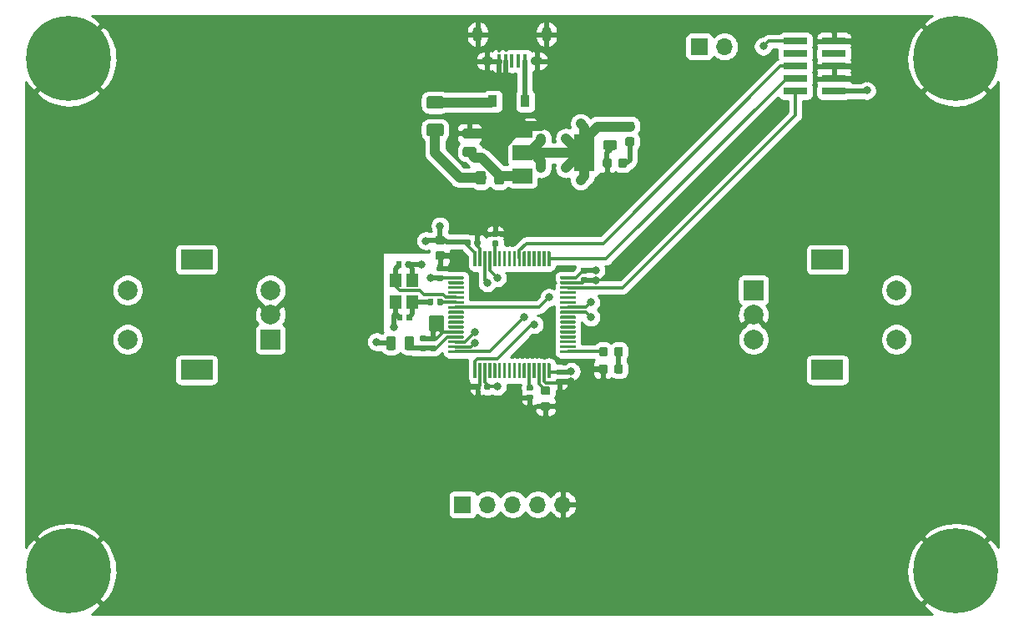
<source format=gbr>
G04 #@! TF.GenerationSoftware,KiCad,Pcbnew,(5.1.5-0-10_14)*
G04 #@! TF.CreationDate,2020-04-18T16:35:32+10:00*
G04 #@! TF.ProjectId,etch-a-sketch,65746368-2d61-42d7-936b-657463682e6b,rev?*
G04 #@! TF.SameCoordinates,Original*
G04 #@! TF.FileFunction,Copper,L1,Top*
G04 #@! TF.FilePolarity,Positive*
%FSLAX46Y46*%
G04 Gerber Fmt 4.6, Leading zero omitted, Abs format (unit mm)*
G04 Created by KiCad (PCBNEW (5.1.5-0-10_14)) date 2020-04-18 16:35:32*
%MOMM*%
%LPD*%
G04 APERTURE LIST*
%ADD10C,0.100000*%
%ADD11O,1.700000X1.700000*%
%ADD12R,1.700000X1.700000*%
%ADD13R,0.900000X1.200000*%
%ADD14C,8.600000*%
%ADD15C,0.900000*%
%ADD16R,1.200000X1.400000*%
%ADD17R,2.400000X0.740000*%
%ADD18C,2.000000*%
%ADD19R,3.200000X2.000000*%
%ADD20R,2.000000X2.000000*%
%ADD21R,2.000000X1.500000*%
%ADD22R,2.000000X3.800000*%
%ADD23R,0.400000X1.350000*%
%ADD24O,1.250000X0.950000*%
%ADD25O,1.000000X1.550000*%
%ADD26C,0.800000*%
%ADD27C,1.000000*%
%ADD28C,0.500000*%
%ADD29C,0.300000*%
%ADD30C,1.000000*%
%ADD31C,0.250000*%
%ADD32C,0.254000*%
G04 APERTURE END LIST*
G04 #@! TA.AperFunction,SMDPad,CuDef*
D10*
G36*
X65032351Y-47100361D02*
G01*
X65039632Y-47101441D01*
X65046771Y-47103229D01*
X65053701Y-47105709D01*
X65060355Y-47108856D01*
X65066668Y-47112640D01*
X65072579Y-47117024D01*
X65078033Y-47121967D01*
X65082976Y-47127421D01*
X65087360Y-47133332D01*
X65091144Y-47139645D01*
X65094291Y-47146299D01*
X65096771Y-47153229D01*
X65098559Y-47160368D01*
X65099639Y-47167649D01*
X65100000Y-47175000D01*
X65100000Y-47325000D01*
X65099639Y-47332351D01*
X65098559Y-47339632D01*
X65096771Y-47346771D01*
X65094291Y-47353701D01*
X65091144Y-47360355D01*
X65087360Y-47366668D01*
X65082976Y-47372579D01*
X65078033Y-47378033D01*
X65072579Y-47382976D01*
X65066668Y-47387360D01*
X65060355Y-47391144D01*
X65053701Y-47394291D01*
X65046771Y-47396771D01*
X65039632Y-47398559D01*
X65032351Y-47399639D01*
X65025000Y-47400000D01*
X63625000Y-47400000D01*
X63617649Y-47399639D01*
X63610368Y-47398559D01*
X63603229Y-47396771D01*
X63596299Y-47394291D01*
X63589645Y-47391144D01*
X63583332Y-47387360D01*
X63577421Y-47382976D01*
X63571967Y-47378033D01*
X63567024Y-47372579D01*
X63562640Y-47366668D01*
X63558856Y-47360355D01*
X63555709Y-47353701D01*
X63553229Y-47346771D01*
X63551441Y-47339632D01*
X63550361Y-47332351D01*
X63550000Y-47325000D01*
X63550000Y-47175000D01*
X63550361Y-47167649D01*
X63551441Y-47160368D01*
X63553229Y-47153229D01*
X63555709Y-47146299D01*
X63558856Y-47139645D01*
X63562640Y-47133332D01*
X63567024Y-47127421D01*
X63571967Y-47121967D01*
X63577421Y-47117024D01*
X63583332Y-47112640D01*
X63589645Y-47108856D01*
X63596299Y-47105709D01*
X63603229Y-47103229D01*
X63610368Y-47101441D01*
X63617649Y-47100361D01*
X63625000Y-47100000D01*
X65025000Y-47100000D01*
X65032351Y-47100361D01*
G37*
G04 #@! TD.AperFunction*
G04 #@! TA.AperFunction,SMDPad,CuDef*
G36*
X65032351Y-47600361D02*
G01*
X65039632Y-47601441D01*
X65046771Y-47603229D01*
X65053701Y-47605709D01*
X65060355Y-47608856D01*
X65066668Y-47612640D01*
X65072579Y-47617024D01*
X65078033Y-47621967D01*
X65082976Y-47627421D01*
X65087360Y-47633332D01*
X65091144Y-47639645D01*
X65094291Y-47646299D01*
X65096771Y-47653229D01*
X65098559Y-47660368D01*
X65099639Y-47667649D01*
X65100000Y-47675000D01*
X65100000Y-47825000D01*
X65099639Y-47832351D01*
X65098559Y-47839632D01*
X65096771Y-47846771D01*
X65094291Y-47853701D01*
X65091144Y-47860355D01*
X65087360Y-47866668D01*
X65082976Y-47872579D01*
X65078033Y-47878033D01*
X65072579Y-47882976D01*
X65066668Y-47887360D01*
X65060355Y-47891144D01*
X65053701Y-47894291D01*
X65046771Y-47896771D01*
X65039632Y-47898559D01*
X65032351Y-47899639D01*
X65025000Y-47900000D01*
X63625000Y-47900000D01*
X63617649Y-47899639D01*
X63610368Y-47898559D01*
X63603229Y-47896771D01*
X63596299Y-47894291D01*
X63589645Y-47891144D01*
X63583332Y-47887360D01*
X63577421Y-47882976D01*
X63571967Y-47878033D01*
X63567024Y-47872579D01*
X63562640Y-47866668D01*
X63558856Y-47860355D01*
X63555709Y-47853701D01*
X63553229Y-47846771D01*
X63551441Y-47839632D01*
X63550361Y-47832351D01*
X63550000Y-47825000D01*
X63550000Y-47675000D01*
X63550361Y-47667649D01*
X63551441Y-47660368D01*
X63553229Y-47653229D01*
X63555709Y-47646299D01*
X63558856Y-47639645D01*
X63562640Y-47633332D01*
X63567024Y-47627421D01*
X63571967Y-47621967D01*
X63577421Y-47617024D01*
X63583332Y-47612640D01*
X63589645Y-47608856D01*
X63596299Y-47605709D01*
X63603229Y-47603229D01*
X63610368Y-47601441D01*
X63617649Y-47600361D01*
X63625000Y-47600000D01*
X65025000Y-47600000D01*
X65032351Y-47600361D01*
G37*
G04 #@! TD.AperFunction*
G04 #@! TA.AperFunction,SMDPad,CuDef*
G36*
X65032351Y-48100361D02*
G01*
X65039632Y-48101441D01*
X65046771Y-48103229D01*
X65053701Y-48105709D01*
X65060355Y-48108856D01*
X65066668Y-48112640D01*
X65072579Y-48117024D01*
X65078033Y-48121967D01*
X65082976Y-48127421D01*
X65087360Y-48133332D01*
X65091144Y-48139645D01*
X65094291Y-48146299D01*
X65096771Y-48153229D01*
X65098559Y-48160368D01*
X65099639Y-48167649D01*
X65100000Y-48175000D01*
X65100000Y-48325000D01*
X65099639Y-48332351D01*
X65098559Y-48339632D01*
X65096771Y-48346771D01*
X65094291Y-48353701D01*
X65091144Y-48360355D01*
X65087360Y-48366668D01*
X65082976Y-48372579D01*
X65078033Y-48378033D01*
X65072579Y-48382976D01*
X65066668Y-48387360D01*
X65060355Y-48391144D01*
X65053701Y-48394291D01*
X65046771Y-48396771D01*
X65039632Y-48398559D01*
X65032351Y-48399639D01*
X65025000Y-48400000D01*
X63625000Y-48400000D01*
X63617649Y-48399639D01*
X63610368Y-48398559D01*
X63603229Y-48396771D01*
X63596299Y-48394291D01*
X63589645Y-48391144D01*
X63583332Y-48387360D01*
X63577421Y-48382976D01*
X63571967Y-48378033D01*
X63567024Y-48372579D01*
X63562640Y-48366668D01*
X63558856Y-48360355D01*
X63555709Y-48353701D01*
X63553229Y-48346771D01*
X63551441Y-48339632D01*
X63550361Y-48332351D01*
X63550000Y-48325000D01*
X63550000Y-48175000D01*
X63550361Y-48167649D01*
X63551441Y-48160368D01*
X63553229Y-48153229D01*
X63555709Y-48146299D01*
X63558856Y-48139645D01*
X63562640Y-48133332D01*
X63567024Y-48127421D01*
X63571967Y-48121967D01*
X63577421Y-48117024D01*
X63583332Y-48112640D01*
X63589645Y-48108856D01*
X63596299Y-48105709D01*
X63603229Y-48103229D01*
X63610368Y-48101441D01*
X63617649Y-48100361D01*
X63625000Y-48100000D01*
X65025000Y-48100000D01*
X65032351Y-48100361D01*
G37*
G04 #@! TD.AperFunction*
G04 #@! TA.AperFunction,SMDPad,CuDef*
G36*
X65032351Y-48600361D02*
G01*
X65039632Y-48601441D01*
X65046771Y-48603229D01*
X65053701Y-48605709D01*
X65060355Y-48608856D01*
X65066668Y-48612640D01*
X65072579Y-48617024D01*
X65078033Y-48621967D01*
X65082976Y-48627421D01*
X65087360Y-48633332D01*
X65091144Y-48639645D01*
X65094291Y-48646299D01*
X65096771Y-48653229D01*
X65098559Y-48660368D01*
X65099639Y-48667649D01*
X65100000Y-48675000D01*
X65100000Y-48825000D01*
X65099639Y-48832351D01*
X65098559Y-48839632D01*
X65096771Y-48846771D01*
X65094291Y-48853701D01*
X65091144Y-48860355D01*
X65087360Y-48866668D01*
X65082976Y-48872579D01*
X65078033Y-48878033D01*
X65072579Y-48882976D01*
X65066668Y-48887360D01*
X65060355Y-48891144D01*
X65053701Y-48894291D01*
X65046771Y-48896771D01*
X65039632Y-48898559D01*
X65032351Y-48899639D01*
X65025000Y-48900000D01*
X63625000Y-48900000D01*
X63617649Y-48899639D01*
X63610368Y-48898559D01*
X63603229Y-48896771D01*
X63596299Y-48894291D01*
X63589645Y-48891144D01*
X63583332Y-48887360D01*
X63577421Y-48882976D01*
X63571967Y-48878033D01*
X63567024Y-48872579D01*
X63562640Y-48866668D01*
X63558856Y-48860355D01*
X63555709Y-48853701D01*
X63553229Y-48846771D01*
X63551441Y-48839632D01*
X63550361Y-48832351D01*
X63550000Y-48825000D01*
X63550000Y-48675000D01*
X63550361Y-48667649D01*
X63551441Y-48660368D01*
X63553229Y-48653229D01*
X63555709Y-48646299D01*
X63558856Y-48639645D01*
X63562640Y-48633332D01*
X63567024Y-48627421D01*
X63571967Y-48621967D01*
X63577421Y-48617024D01*
X63583332Y-48612640D01*
X63589645Y-48608856D01*
X63596299Y-48605709D01*
X63603229Y-48603229D01*
X63610368Y-48601441D01*
X63617649Y-48600361D01*
X63625000Y-48600000D01*
X65025000Y-48600000D01*
X65032351Y-48600361D01*
G37*
G04 #@! TD.AperFunction*
G04 #@! TA.AperFunction,SMDPad,CuDef*
G36*
X65032351Y-49100361D02*
G01*
X65039632Y-49101441D01*
X65046771Y-49103229D01*
X65053701Y-49105709D01*
X65060355Y-49108856D01*
X65066668Y-49112640D01*
X65072579Y-49117024D01*
X65078033Y-49121967D01*
X65082976Y-49127421D01*
X65087360Y-49133332D01*
X65091144Y-49139645D01*
X65094291Y-49146299D01*
X65096771Y-49153229D01*
X65098559Y-49160368D01*
X65099639Y-49167649D01*
X65100000Y-49175000D01*
X65100000Y-49325000D01*
X65099639Y-49332351D01*
X65098559Y-49339632D01*
X65096771Y-49346771D01*
X65094291Y-49353701D01*
X65091144Y-49360355D01*
X65087360Y-49366668D01*
X65082976Y-49372579D01*
X65078033Y-49378033D01*
X65072579Y-49382976D01*
X65066668Y-49387360D01*
X65060355Y-49391144D01*
X65053701Y-49394291D01*
X65046771Y-49396771D01*
X65039632Y-49398559D01*
X65032351Y-49399639D01*
X65025000Y-49400000D01*
X63625000Y-49400000D01*
X63617649Y-49399639D01*
X63610368Y-49398559D01*
X63603229Y-49396771D01*
X63596299Y-49394291D01*
X63589645Y-49391144D01*
X63583332Y-49387360D01*
X63577421Y-49382976D01*
X63571967Y-49378033D01*
X63567024Y-49372579D01*
X63562640Y-49366668D01*
X63558856Y-49360355D01*
X63555709Y-49353701D01*
X63553229Y-49346771D01*
X63551441Y-49339632D01*
X63550361Y-49332351D01*
X63550000Y-49325000D01*
X63550000Y-49175000D01*
X63550361Y-49167649D01*
X63551441Y-49160368D01*
X63553229Y-49153229D01*
X63555709Y-49146299D01*
X63558856Y-49139645D01*
X63562640Y-49133332D01*
X63567024Y-49127421D01*
X63571967Y-49121967D01*
X63577421Y-49117024D01*
X63583332Y-49112640D01*
X63589645Y-49108856D01*
X63596299Y-49105709D01*
X63603229Y-49103229D01*
X63610368Y-49101441D01*
X63617649Y-49100361D01*
X63625000Y-49100000D01*
X65025000Y-49100000D01*
X65032351Y-49100361D01*
G37*
G04 #@! TD.AperFunction*
G04 #@! TA.AperFunction,SMDPad,CuDef*
G36*
X65032351Y-49600361D02*
G01*
X65039632Y-49601441D01*
X65046771Y-49603229D01*
X65053701Y-49605709D01*
X65060355Y-49608856D01*
X65066668Y-49612640D01*
X65072579Y-49617024D01*
X65078033Y-49621967D01*
X65082976Y-49627421D01*
X65087360Y-49633332D01*
X65091144Y-49639645D01*
X65094291Y-49646299D01*
X65096771Y-49653229D01*
X65098559Y-49660368D01*
X65099639Y-49667649D01*
X65100000Y-49675000D01*
X65100000Y-49825000D01*
X65099639Y-49832351D01*
X65098559Y-49839632D01*
X65096771Y-49846771D01*
X65094291Y-49853701D01*
X65091144Y-49860355D01*
X65087360Y-49866668D01*
X65082976Y-49872579D01*
X65078033Y-49878033D01*
X65072579Y-49882976D01*
X65066668Y-49887360D01*
X65060355Y-49891144D01*
X65053701Y-49894291D01*
X65046771Y-49896771D01*
X65039632Y-49898559D01*
X65032351Y-49899639D01*
X65025000Y-49900000D01*
X63625000Y-49900000D01*
X63617649Y-49899639D01*
X63610368Y-49898559D01*
X63603229Y-49896771D01*
X63596299Y-49894291D01*
X63589645Y-49891144D01*
X63583332Y-49887360D01*
X63577421Y-49882976D01*
X63571967Y-49878033D01*
X63567024Y-49872579D01*
X63562640Y-49866668D01*
X63558856Y-49860355D01*
X63555709Y-49853701D01*
X63553229Y-49846771D01*
X63551441Y-49839632D01*
X63550361Y-49832351D01*
X63550000Y-49825000D01*
X63550000Y-49675000D01*
X63550361Y-49667649D01*
X63551441Y-49660368D01*
X63553229Y-49653229D01*
X63555709Y-49646299D01*
X63558856Y-49639645D01*
X63562640Y-49633332D01*
X63567024Y-49627421D01*
X63571967Y-49621967D01*
X63577421Y-49617024D01*
X63583332Y-49612640D01*
X63589645Y-49608856D01*
X63596299Y-49605709D01*
X63603229Y-49603229D01*
X63610368Y-49601441D01*
X63617649Y-49600361D01*
X63625000Y-49600000D01*
X65025000Y-49600000D01*
X65032351Y-49600361D01*
G37*
G04 #@! TD.AperFunction*
G04 #@! TA.AperFunction,SMDPad,CuDef*
G36*
X65032351Y-50100361D02*
G01*
X65039632Y-50101441D01*
X65046771Y-50103229D01*
X65053701Y-50105709D01*
X65060355Y-50108856D01*
X65066668Y-50112640D01*
X65072579Y-50117024D01*
X65078033Y-50121967D01*
X65082976Y-50127421D01*
X65087360Y-50133332D01*
X65091144Y-50139645D01*
X65094291Y-50146299D01*
X65096771Y-50153229D01*
X65098559Y-50160368D01*
X65099639Y-50167649D01*
X65100000Y-50175000D01*
X65100000Y-50325000D01*
X65099639Y-50332351D01*
X65098559Y-50339632D01*
X65096771Y-50346771D01*
X65094291Y-50353701D01*
X65091144Y-50360355D01*
X65087360Y-50366668D01*
X65082976Y-50372579D01*
X65078033Y-50378033D01*
X65072579Y-50382976D01*
X65066668Y-50387360D01*
X65060355Y-50391144D01*
X65053701Y-50394291D01*
X65046771Y-50396771D01*
X65039632Y-50398559D01*
X65032351Y-50399639D01*
X65025000Y-50400000D01*
X63625000Y-50400000D01*
X63617649Y-50399639D01*
X63610368Y-50398559D01*
X63603229Y-50396771D01*
X63596299Y-50394291D01*
X63589645Y-50391144D01*
X63583332Y-50387360D01*
X63577421Y-50382976D01*
X63571967Y-50378033D01*
X63567024Y-50372579D01*
X63562640Y-50366668D01*
X63558856Y-50360355D01*
X63555709Y-50353701D01*
X63553229Y-50346771D01*
X63551441Y-50339632D01*
X63550361Y-50332351D01*
X63550000Y-50325000D01*
X63550000Y-50175000D01*
X63550361Y-50167649D01*
X63551441Y-50160368D01*
X63553229Y-50153229D01*
X63555709Y-50146299D01*
X63558856Y-50139645D01*
X63562640Y-50133332D01*
X63567024Y-50127421D01*
X63571967Y-50121967D01*
X63577421Y-50117024D01*
X63583332Y-50112640D01*
X63589645Y-50108856D01*
X63596299Y-50105709D01*
X63603229Y-50103229D01*
X63610368Y-50101441D01*
X63617649Y-50100361D01*
X63625000Y-50100000D01*
X65025000Y-50100000D01*
X65032351Y-50100361D01*
G37*
G04 #@! TD.AperFunction*
G04 #@! TA.AperFunction,SMDPad,CuDef*
G36*
X65032351Y-50600361D02*
G01*
X65039632Y-50601441D01*
X65046771Y-50603229D01*
X65053701Y-50605709D01*
X65060355Y-50608856D01*
X65066668Y-50612640D01*
X65072579Y-50617024D01*
X65078033Y-50621967D01*
X65082976Y-50627421D01*
X65087360Y-50633332D01*
X65091144Y-50639645D01*
X65094291Y-50646299D01*
X65096771Y-50653229D01*
X65098559Y-50660368D01*
X65099639Y-50667649D01*
X65100000Y-50675000D01*
X65100000Y-50825000D01*
X65099639Y-50832351D01*
X65098559Y-50839632D01*
X65096771Y-50846771D01*
X65094291Y-50853701D01*
X65091144Y-50860355D01*
X65087360Y-50866668D01*
X65082976Y-50872579D01*
X65078033Y-50878033D01*
X65072579Y-50882976D01*
X65066668Y-50887360D01*
X65060355Y-50891144D01*
X65053701Y-50894291D01*
X65046771Y-50896771D01*
X65039632Y-50898559D01*
X65032351Y-50899639D01*
X65025000Y-50900000D01*
X63625000Y-50900000D01*
X63617649Y-50899639D01*
X63610368Y-50898559D01*
X63603229Y-50896771D01*
X63596299Y-50894291D01*
X63589645Y-50891144D01*
X63583332Y-50887360D01*
X63577421Y-50882976D01*
X63571967Y-50878033D01*
X63567024Y-50872579D01*
X63562640Y-50866668D01*
X63558856Y-50860355D01*
X63555709Y-50853701D01*
X63553229Y-50846771D01*
X63551441Y-50839632D01*
X63550361Y-50832351D01*
X63550000Y-50825000D01*
X63550000Y-50675000D01*
X63550361Y-50667649D01*
X63551441Y-50660368D01*
X63553229Y-50653229D01*
X63555709Y-50646299D01*
X63558856Y-50639645D01*
X63562640Y-50633332D01*
X63567024Y-50627421D01*
X63571967Y-50621967D01*
X63577421Y-50617024D01*
X63583332Y-50612640D01*
X63589645Y-50608856D01*
X63596299Y-50605709D01*
X63603229Y-50603229D01*
X63610368Y-50601441D01*
X63617649Y-50600361D01*
X63625000Y-50600000D01*
X65025000Y-50600000D01*
X65032351Y-50600361D01*
G37*
G04 #@! TD.AperFunction*
G04 #@! TA.AperFunction,SMDPad,CuDef*
G36*
X65032351Y-51100361D02*
G01*
X65039632Y-51101441D01*
X65046771Y-51103229D01*
X65053701Y-51105709D01*
X65060355Y-51108856D01*
X65066668Y-51112640D01*
X65072579Y-51117024D01*
X65078033Y-51121967D01*
X65082976Y-51127421D01*
X65087360Y-51133332D01*
X65091144Y-51139645D01*
X65094291Y-51146299D01*
X65096771Y-51153229D01*
X65098559Y-51160368D01*
X65099639Y-51167649D01*
X65100000Y-51175000D01*
X65100000Y-51325000D01*
X65099639Y-51332351D01*
X65098559Y-51339632D01*
X65096771Y-51346771D01*
X65094291Y-51353701D01*
X65091144Y-51360355D01*
X65087360Y-51366668D01*
X65082976Y-51372579D01*
X65078033Y-51378033D01*
X65072579Y-51382976D01*
X65066668Y-51387360D01*
X65060355Y-51391144D01*
X65053701Y-51394291D01*
X65046771Y-51396771D01*
X65039632Y-51398559D01*
X65032351Y-51399639D01*
X65025000Y-51400000D01*
X63625000Y-51400000D01*
X63617649Y-51399639D01*
X63610368Y-51398559D01*
X63603229Y-51396771D01*
X63596299Y-51394291D01*
X63589645Y-51391144D01*
X63583332Y-51387360D01*
X63577421Y-51382976D01*
X63571967Y-51378033D01*
X63567024Y-51372579D01*
X63562640Y-51366668D01*
X63558856Y-51360355D01*
X63555709Y-51353701D01*
X63553229Y-51346771D01*
X63551441Y-51339632D01*
X63550361Y-51332351D01*
X63550000Y-51325000D01*
X63550000Y-51175000D01*
X63550361Y-51167649D01*
X63551441Y-51160368D01*
X63553229Y-51153229D01*
X63555709Y-51146299D01*
X63558856Y-51139645D01*
X63562640Y-51133332D01*
X63567024Y-51127421D01*
X63571967Y-51121967D01*
X63577421Y-51117024D01*
X63583332Y-51112640D01*
X63589645Y-51108856D01*
X63596299Y-51105709D01*
X63603229Y-51103229D01*
X63610368Y-51101441D01*
X63617649Y-51100361D01*
X63625000Y-51100000D01*
X65025000Y-51100000D01*
X65032351Y-51100361D01*
G37*
G04 #@! TD.AperFunction*
G04 #@! TA.AperFunction,SMDPad,CuDef*
G36*
X65032351Y-51600361D02*
G01*
X65039632Y-51601441D01*
X65046771Y-51603229D01*
X65053701Y-51605709D01*
X65060355Y-51608856D01*
X65066668Y-51612640D01*
X65072579Y-51617024D01*
X65078033Y-51621967D01*
X65082976Y-51627421D01*
X65087360Y-51633332D01*
X65091144Y-51639645D01*
X65094291Y-51646299D01*
X65096771Y-51653229D01*
X65098559Y-51660368D01*
X65099639Y-51667649D01*
X65100000Y-51675000D01*
X65100000Y-51825000D01*
X65099639Y-51832351D01*
X65098559Y-51839632D01*
X65096771Y-51846771D01*
X65094291Y-51853701D01*
X65091144Y-51860355D01*
X65087360Y-51866668D01*
X65082976Y-51872579D01*
X65078033Y-51878033D01*
X65072579Y-51882976D01*
X65066668Y-51887360D01*
X65060355Y-51891144D01*
X65053701Y-51894291D01*
X65046771Y-51896771D01*
X65039632Y-51898559D01*
X65032351Y-51899639D01*
X65025000Y-51900000D01*
X63625000Y-51900000D01*
X63617649Y-51899639D01*
X63610368Y-51898559D01*
X63603229Y-51896771D01*
X63596299Y-51894291D01*
X63589645Y-51891144D01*
X63583332Y-51887360D01*
X63577421Y-51882976D01*
X63571967Y-51878033D01*
X63567024Y-51872579D01*
X63562640Y-51866668D01*
X63558856Y-51860355D01*
X63555709Y-51853701D01*
X63553229Y-51846771D01*
X63551441Y-51839632D01*
X63550361Y-51832351D01*
X63550000Y-51825000D01*
X63550000Y-51675000D01*
X63550361Y-51667649D01*
X63551441Y-51660368D01*
X63553229Y-51653229D01*
X63555709Y-51646299D01*
X63558856Y-51639645D01*
X63562640Y-51633332D01*
X63567024Y-51627421D01*
X63571967Y-51621967D01*
X63577421Y-51617024D01*
X63583332Y-51612640D01*
X63589645Y-51608856D01*
X63596299Y-51605709D01*
X63603229Y-51603229D01*
X63610368Y-51601441D01*
X63617649Y-51600361D01*
X63625000Y-51600000D01*
X65025000Y-51600000D01*
X65032351Y-51600361D01*
G37*
G04 #@! TD.AperFunction*
G04 #@! TA.AperFunction,SMDPad,CuDef*
G36*
X65032351Y-52100361D02*
G01*
X65039632Y-52101441D01*
X65046771Y-52103229D01*
X65053701Y-52105709D01*
X65060355Y-52108856D01*
X65066668Y-52112640D01*
X65072579Y-52117024D01*
X65078033Y-52121967D01*
X65082976Y-52127421D01*
X65087360Y-52133332D01*
X65091144Y-52139645D01*
X65094291Y-52146299D01*
X65096771Y-52153229D01*
X65098559Y-52160368D01*
X65099639Y-52167649D01*
X65100000Y-52175000D01*
X65100000Y-52325000D01*
X65099639Y-52332351D01*
X65098559Y-52339632D01*
X65096771Y-52346771D01*
X65094291Y-52353701D01*
X65091144Y-52360355D01*
X65087360Y-52366668D01*
X65082976Y-52372579D01*
X65078033Y-52378033D01*
X65072579Y-52382976D01*
X65066668Y-52387360D01*
X65060355Y-52391144D01*
X65053701Y-52394291D01*
X65046771Y-52396771D01*
X65039632Y-52398559D01*
X65032351Y-52399639D01*
X65025000Y-52400000D01*
X63625000Y-52400000D01*
X63617649Y-52399639D01*
X63610368Y-52398559D01*
X63603229Y-52396771D01*
X63596299Y-52394291D01*
X63589645Y-52391144D01*
X63583332Y-52387360D01*
X63577421Y-52382976D01*
X63571967Y-52378033D01*
X63567024Y-52372579D01*
X63562640Y-52366668D01*
X63558856Y-52360355D01*
X63555709Y-52353701D01*
X63553229Y-52346771D01*
X63551441Y-52339632D01*
X63550361Y-52332351D01*
X63550000Y-52325000D01*
X63550000Y-52175000D01*
X63550361Y-52167649D01*
X63551441Y-52160368D01*
X63553229Y-52153229D01*
X63555709Y-52146299D01*
X63558856Y-52139645D01*
X63562640Y-52133332D01*
X63567024Y-52127421D01*
X63571967Y-52121967D01*
X63577421Y-52117024D01*
X63583332Y-52112640D01*
X63589645Y-52108856D01*
X63596299Y-52105709D01*
X63603229Y-52103229D01*
X63610368Y-52101441D01*
X63617649Y-52100361D01*
X63625000Y-52100000D01*
X65025000Y-52100000D01*
X65032351Y-52100361D01*
G37*
G04 #@! TD.AperFunction*
G04 #@! TA.AperFunction,SMDPad,CuDef*
G36*
X65032351Y-52600361D02*
G01*
X65039632Y-52601441D01*
X65046771Y-52603229D01*
X65053701Y-52605709D01*
X65060355Y-52608856D01*
X65066668Y-52612640D01*
X65072579Y-52617024D01*
X65078033Y-52621967D01*
X65082976Y-52627421D01*
X65087360Y-52633332D01*
X65091144Y-52639645D01*
X65094291Y-52646299D01*
X65096771Y-52653229D01*
X65098559Y-52660368D01*
X65099639Y-52667649D01*
X65100000Y-52675000D01*
X65100000Y-52825000D01*
X65099639Y-52832351D01*
X65098559Y-52839632D01*
X65096771Y-52846771D01*
X65094291Y-52853701D01*
X65091144Y-52860355D01*
X65087360Y-52866668D01*
X65082976Y-52872579D01*
X65078033Y-52878033D01*
X65072579Y-52882976D01*
X65066668Y-52887360D01*
X65060355Y-52891144D01*
X65053701Y-52894291D01*
X65046771Y-52896771D01*
X65039632Y-52898559D01*
X65032351Y-52899639D01*
X65025000Y-52900000D01*
X63625000Y-52900000D01*
X63617649Y-52899639D01*
X63610368Y-52898559D01*
X63603229Y-52896771D01*
X63596299Y-52894291D01*
X63589645Y-52891144D01*
X63583332Y-52887360D01*
X63577421Y-52882976D01*
X63571967Y-52878033D01*
X63567024Y-52872579D01*
X63562640Y-52866668D01*
X63558856Y-52860355D01*
X63555709Y-52853701D01*
X63553229Y-52846771D01*
X63551441Y-52839632D01*
X63550361Y-52832351D01*
X63550000Y-52825000D01*
X63550000Y-52675000D01*
X63550361Y-52667649D01*
X63551441Y-52660368D01*
X63553229Y-52653229D01*
X63555709Y-52646299D01*
X63558856Y-52639645D01*
X63562640Y-52633332D01*
X63567024Y-52627421D01*
X63571967Y-52621967D01*
X63577421Y-52617024D01*
X63583332Y-52612640D01*
X63589645Y-52608856D01*
X63596299Y-52605709D01*
X63603229Y-52603229D01*
X63610368Y-52601441D01*
X63617649Y-52600361D01*
X63625000Y-52600000D01*
X65025000Y-52600000D01*
X65032351Y-52600361D01*
G37*
G04 #@! TD.AperFunction*
G04 #@! TA.AperFunction,SMDPad,CuDef*
G36*
X65032351Y-53100361D02*
G01*
X65039632Y-53101441D01*
X65046771Y-53103229D01*
X65053701Y-53105709D01*
X65060355Y-53108856D01*
X65066668Y-53112640D01*
X65072579Y-53117024D01*
X65078033Y-53121967D01*
X65082976Y-53127421D01*
X65087360Y-53133332D01*
X65091144Y-53139645D01*
X65094291Y-53146299D01*
X65096771Y-53153229D01*
X65098559Y-53160368D01*
X65099639Y-53167649D01*
X65100000Y-53175000D01*
X65100000Y-53325000D01*
X65099639Y-53332351D01*
X65098559Y-53339632D01*
X65096771Y-53346771D01*
X65094291Y-53353701D01*
X65091144Y-53360355D01*
X65087360Y-53366668D01*
X65082976Y-53372579D01*
X65078033Y-53378033D01*
X65072579Y-53382976D01*
X65066668Y-53387360D01*
X65060355Y-53391144D01*
X65053701Y-53394291D01*
X65046771Y-53396771D01*
X65039632Y-53398559D01*
X65032351Y-53399639D01*
X65025000Y-53400000D01*
X63625000Y-53400000D01*
X63617649Y-53399639D01*
X63610368Y-53398559D01*
X63603229Y-53396771D01*
X63596299Y-53394291D01*
X63589645Y-53391144D01*
X63583332Y-53387360D01*
X63577421Y-53382976D01*
X63571967Y-53378033D01*
X63567024Y-53372579D01*
X63562640Y-53366668D01*
X63558856Y-53360355D01*
X63555709Y-53353701D01*
X63553229Y-53346771D01*
X63551441Y-53339632D01*
X63550361Y-53332351D01*
X63550000Y-53325000D01*
X63550000Y-53175000D01*
X63550361Y-53167649D01*
X63551441Y-53160368D01*
X63553229Y-53153229D01*
X63555709Y-53146299D01*
X63558856Y-53139645D01*
X63562640Y-53133332D01*
X63567024Y-53127421D01*
X63571967Y-53121967D01*
X63577421Y-53117024D01*
X63583332Y-53112640D01*
X63589645Y-53108856D01*
X63596299Y-53105709D01*
X63603229Y-53103229D01*
X63610368Y-53101441D01*
X63617649Y-53100361D01*
X63625000Y-53100000D01*
X65025000Y-53100000D01*
X65032351Y-53100361D01*
G37*
G04 #@! TD.AperFunction*
G04 #@! TA.AperFunction,SMDPad,CuDef*
G36*
X65032351Y-53600361D02*
G01*
X65039632Y-53601441D01*
X65046771Y-53603229D01*
X65053701Y-53605709D01*
X65060355Y-53608856D01*
X65066668Y-53612640D01*
X65072579Y-53617024D01*
X65078033Y-53621967D01*
X65082976Y-53627421D01*
X65087360Y-53633332D01*
X65091144Y-53639645D01*
X65094291Y-53646299D01*
X65096771Y-53653229D01*
X65098559Y-53660368D01*
X65099639Y-53667649D01*
X65100000Y-53675000D01*
X65100000Y-53825000D01*
X65099639Y-53832351D01*
X65098559Y-53839632D01*
X65096771Y-53846771D01*
X65094291Y-53853701D01*
X65091144Y-53860355D01*
X65087360Y-53866668D01*
X65082976Y-53872579D01*
X65078033Y-53878033D01*
X65072579Y-53882976D01*
X65066668Y-53887360D01*
X65060355Y-53891144D01*
X65053701Y-53894291D01*
X65046771Y-53896771D01*
X65039632Y-53898559D01*
X65032351Y-53899639D01*
X65025000Y-53900000D01*
X63625000Y-53900000D01*
X63617649Y-53899639D01*
X63610368Y-53898559D01*
X63603229Y-53896771D01*
X63596299Y-53894291D01*
X63589645Y-53891144D01*
X63583332Y-53887360D01*
X63577421Y-53882976D01*
X63571967Y-53878033D01*
X63567024Y-53872579D01*
X63562640Y-53866668D01*
X63558856Y-53860355D01*
X63555709Y-53853701D01*
X63553229Y-53846771D01*
X63551441Y-53839632D01*
X63550361Y-53832351D01*
X63550000Y-53825000D01*
X63550000Y-53675000D01*
X63550361Y-53667649D01*
X63551441Y-53660368D01*
X63553229Y-53653229D01*
X63555709Y-53646299D01*
X63558856Y-53639645D01*
X63562640Y-53633332D01*
X63567024Y-53627421D01*
X63571967Y-53621967D01*
X63577421Y-53617024D01*
X63583332Y-53612640D01*
X63589645Y-53608856D01*
X63596299Y-53605709D01*
X63603229Y-53603229D01*
X63610368Y-53601441D01*
X63617649Y-53600361D01*
X63625000Y-53600000D01*
X65025000Y-53600000D01*
X65032351Y-53600361D01*
G37*
G04 #@! TD.AperFunction*
G04 #@! TA.AperFunction,SMDPad,CuDef*
G36*
X65032351Y-54100361D02*
G01*
X65039632Y-54101441D01*
X65046771Y-54103229D01*
X65053701Y-54105709D01*
X65060355Y-54108856D01*
X65066668Y-54112640D01*
X65072579Y-54117024D01*
X65078033Y-54121967D01*
X65082976Y-54127421D01*
X65087360Y-54133332D01*
X65091144Y-54139645D01*
X65094291Y-54146299D01*
X65096771Y-54153229D01*
X65098559Y-54160368D01*
X65099639Y-54167649D01*
X65100000Y-54175000D01*
X65100000Y-54325000D01*
X65099639Y-54332351D01*
X65098559Y-54339632D01*
X65096771Y-54346771D01*
X65094291Y-54353701D01*
X65091144Y-54360355D01*
X65087360Y-54366668D01*
X65082976Y-54372579D01*
X65078033Y-54378033D01*
X65072579Y-54382976D01*
X65066668Y-54387360D01*
X65060355Y-54391144D01*
X65053701Y-54394291D01*
X65046771Y-54396771D01*
X65039632Y-54398559D01*
X65032351Y-54399639D01*
X65025000Y-54400000D01*
X63625000Y-54400000D01*
X63617649Y-54399639D01*
X63610368Y-54398559D01*
X63603229Y-54396771D01*
X63596299Y-54394291D01*
X63589645Y-54391144D01*
X63583332Y-54387360D01*
X63577421Y-54382976D01*
X63571967Y-54378033D01*
X63567024Y-54372579D01*
X63562640Y-54366668D01*
X63558856Y-54360355D01*
X63555709Y-54353701D01*
X63553229Y-54346771D01*
X63551441Y-54339632D01*
X63550361Y-54332351D01*
X63550000Y-54325000D01*
X63550000Y-54175000D01*
X63550361Y-54167649D01*
X63551441Y-54160368D01*
X63553229Y-54153229D01*
X63555709Y-54146299D01*
X63558856Y-54139645D01*
X63562640Y-54133332D01*
X63567024Y-54127421D01*
X63571967Y-54121967D01*
X63577421Y-54117024D01*
X63583332Y-54112640D01*
X63589645Y-54108856D01*
X63596299Y-54105709D01*
X63603229Y-54103229D01*
X63610368Y-54101441D01*
X63617649Y-54100361D01*
X63625000Y-54100000D01*
X65025000Y-54100000D01*
X65032351Y-54100361D01*
G37*
G04 #@! TD.AperFunction*
G04 #@! TA.AperFunction,SMDPad,CuDef*
G36*
X65032351Y-54600361D02*
G01*
X65039632Y-54601441D01*
X65046771Y-54603229D01*
X65053701Y-54605709D01*
X65060355Y-54608856D01*
X65066668Y-54612640D01*
X65072579Y-54617024D01*
X65078033Y-54621967D01*
X65082976Y-54627421D01*
X65087360Y-54633332D01*
X65091144Y-54639645D01*
X65094291Y-54646299D01*
X65096771Y-54653229D01*
X65098559Y-54660368D01*
X65099639Y-54667649D01*
X65100000Y-54675000D01*
X65100000Y-54825000D01*
X65099639Y-54832351D01*
X65098559Y-54839632D01*
X65096771Y-54846771D01*
X65094291Y-54853701D01*
X65091144Y-54860355D01*
X65087360Y-54866668D01*
X65082976Y-54872579D01*
X65078033Y-54878033D01*
X65072579Y-54882976D01*
X65066668Y-54887360D01*
X65060355Y-54891144D01*
X65053701Y-54894291D01*
X65046771Y-54896771D01*
X65039632Y-54898559D01*
X65032351Y-54899639D01*
X65025000Y-54900000D01*
X63625000Y-54900000D01*
X63617649Y-54899639D01*
X63610368Y-54898559D01*
X63603229Y-54896771D01*
X63596299Y-54894291D01*
X63589645Y-54891144D01*
X63583332Y-54887360D01*
X63577421Y-54882976D01*
X63571967Y-54878033D01*
X63567024Y-54872579D01*
X63562640Y-54866668D01*
X63558856Y-54860355D01*
X63555709Y-54853701D01*
X63553229Y-54846771D01*
X63551441Y-54839632D01*
X63550361Y-54832351D01*
X63550000Y-54825000D01*
X63550000Y-54675000D01*
X63550361Y-54667649D01*
X63551441Y-54660368D01*
X63553229Y-54653229D01*
X63555709Y-54646299D01*
X63558856Y-54639645D01*
X63562640Y-54633332D01*
X63567024Y-54627421D01*
X63571967Y-54621967D01*
X63577421Y-54617024D01*
X63583332Y-54612640D01*
X63589645Y-54608856D01*
X63596299Y-54605709D01*
X63603229Y-54603229D01*
X63610368Y-54601441D01*
X63617649Y-54600361D01*
X63625000Y-54600000D01*
X65025000Y-54600000D01*
X65032351Y-54600361D01*
G37*
G04 #@! TD.AperFunction*
G04 #@! TA.AperFunction,SMDPad,CuDef*
G36*
X66332351Y-55900361D02*
G01*
X66339632Y-55901441D01*
X66346771Y-55903229D01*
X66353701Y-55905709D01*
X66360355Y-55908856D01*
X66366668Y-55912640D01*
X66372579Y-55917024D01*
X66378033Y-55921967D01*
X66382976Y-55927421D01*
X66387360Y-55933332D01*
X66391144Y-55939645D01*
X66394291Y-55946299D01*
X66396771Y-55953229D01*
X66398559Y-55960368D01*
X66399639Y-55967649D01*
X66400000Y-55975000D01*
X66400000Y-57375000D01*
X66399639Y-57382351D01*
X66398559Y-57389632D01*
X66396771Y-57396771D01*
X66394291Y-57403701D01*
X66391144Y-57410355D01*
X66387360Y-57416668D01*
X66382976Y-57422579D01*
X66378033Y-57428033D01*
X66372579Y-57432976D01*
X66366668Y-57437360D01*
X66360355Y-57441144D01*
X66353701Y-57444291D01*
X66346771Y-57446771D01*
X66339632Y-57448559D01*
X66332351Y-57449639D01*
X66325000Y-57450000D01*
X66175000Y-57450000D01*
X66167649Y-57449639D01*
X66160368Y-57448559D01*
X66153229Y-57446771D01*
X66146299Y-57444291D01*
X66139645Y-57441144D01*
X66133332Y-57437360D01*
X66127421Y-57432976D01*
X66121967Y-57428033D01*
X66117024Y-57422579D01*
X66112640Y-57416668D01*
X66108856Y-57410355D01*
X66105709Y-57403701D01*
X66103229Y-57396771D01*
X66101441Y-57389632D01*
X66100361Y-57382351D01*
X66100000Y-57375000D01*
X66100000Y-55975000D01*
X66100361Y-55967649D01*
X66101441Y-55960368D01*
X66103229Y-55953229D01*
X66105709Y-55946299D01*
X66108856Y-55939645D01*
X66112640Y-55933332D01*
X66117024Y-55927421D01*
X66121967Y-55921967D01*
X66127421Y-55917024D01*
X66133332Y-55912640D01*
X66139645Y-55908856D01*
X66146299Y-55905709D01*
X66153229Y-55903229D01*
X66160368Y-55901441D01*
X66167649Y-55900361D01*
X66175000Y-55900000D01*
X66325000Y-55900000D01*
X66332351Y-55900361D01*
G37*
G04 #@! TD.AperFunction*
G04 #@! TA.AperFunction,SMDPad,CuDef*
G36*
X66832351Y-55900361D02*
G01*
X66839632Y-55901441D01*
X66846771Y-55903229D01*
X66853701Y-55905709D01*
X66860355Y-55908856D01*
X66866668Y-55912640D01*
X66872579Y-55917024D01*
X66878033Y-55921967D01*
X66882976Y-55927421D01*
X66887360Y-55933332D01*
X66891144Y-55939645D01*
X66894291Y-55946299D01*
X66896771Y-55953229D01*
X66898559Y-55960368D01*
X66899639Y-55967649D01*
X66900000Y-55975000D01*
X66900000Y-57375000D01*
X66899639Y-57382351D01*
X66898559Y-57389632D01*
X66896771Y-57396771D01*
X66894291Y-57403701D01*
X66891144Y-57410355D01*
X66887360Y-57416668D01*
X66882976Y-57422579D01*
X66878033Y-57428033D01*
X66872579Y-57432976D01*
X66866668Y-57437360D01*
X66860355Y-57441144D01*
X66853701Y-57444291D01*
X66846771Y-57446771D01*
X66839632Y-57448559D01*
X66832351Y-57449639D01*
X66825000Y-57450000D01*
X66675000Y-57450000D01*
X66667649Y-57449639D01*
X66660368Y-57448559D01*
X66653229Y-57446771D01*
X66646299Y-57444291D01*
X66639645Y-57441144D01*
X66633332Y-57437360D01*
X66627421Y-57432976D01*
X66621967Y-57428033D01*
X66617024Y-57422579D01*
X66612640Y-57416668D01*
X66608856Y-57410355D01*
X66605709Y-57403701D01*
X66603229Y-57396771D01*
X66601441Y-57389632D01*
X66600361Y-57382351D01*
X66600000Y-57375000D01*
X66600000Y-55975000D01*
X66600361Y-55967649D01*
X66601441Y-55960368D01*
X66603229Y-55953229D01*
X66605709Y-55946299D01*
X66608856Y-55939645D01*
X66612640Y-55933332D01*
X66617024Y-55927421D01*
X66621967Y-55921967D01*
X66627421Y-55917024D01*
X66633332Y-55912640D01*
X66639645Y-55908856D01*
X66646299Y-55905709D01*
X66653229Y-55903229D01*
X66660368Y-55901441D01*
X66667649Y-55900361D01*
X66675000Y-55900000D01*
X66825000Y-55900000D01*
X66832351Y-55900361D01*
G37*
G04 #@! TD.AperFunction*
G04 #@! TA.AperFunction,SMDPad,CuDef*
G36*
X67332351Y-55900361D02*
G01*
X67339632Y-55901441D01*
X67346771Y-55903229D01*
X67353701Y-55905709D01*
X67360355Y-55908856D01*
X67366668Y-55912640D01*
X67372579Y-55917024D01*
X67378033Y-55921967D01*
X67382976Y-55927421D01*
X67387360Y-55933332D01*
X67391144Y-55939645D01*
X67394291Y-55946299D01*
X67396771Y-55953229D01*
X67398559Y-55960368D01*
X67399639Y-55967649D01*
X67400000Y-55975000D01*
X67400000Y-57375000D01*
X67399639Y-57382351D01*
X67398559Y-57389632D01*
X67396771Y-57396771D01*
X67394291Y-57403701D01*
X67391144Y-57410355D01*
X67387360Y-57416668D01*
X67382976Y-57422579D01*
X67378033Y-57428033D01*
X67372579Y-57432976D01*
X67366668Y-57437360D01*
X67360355Y-57441144D01*
X67353701Y-57444291D01*
X67346771Y-57446771D01*
X67339632Y-57448559D01*
X67332351Y-57449639D01*
X67325000Y-57450000D01*
X67175000Y-57450000D01*
X67167649Y-57449639D01*
X67160368Y-57448559D01*
X67153229Y-57446771D01*
X67146299Y-57444291D01*
X67139645Y-57441144D01*
X67133332Y-57437360D01*
X67127421Y-57432976D01*
X67121967Y-57428033D01*
X67117024Y-57422579D01*
X67112640Y-57416668D01*
X67108856Y-57410355D01*
X67105709Y-57403701D01*
X67103229Y-57396771D01*
X67101441Y-57389632D01*
X67100361Y-57382351D01*
X67100000Y-57375000D01*
X67100000Y-55975000D01*
X67100361Y-55967649D01*
X67101441Y-55960368D01*
X67103229Y-55953229D01*
X67105709Y-55946299D01*
X67108856Y-55939645D01*
X67112640Y-55933332D01*
X67117024Y-55927421D01*
X67121967Y-55921967D01*
X67127421Y-55917024D01*
X67133332Y-55912640D01*
X67139645Y-55908856D01*
X67146299Y-55905709D01*
X67153229Y-55903229D01*
X67160368Y-55901441D01*
X67167649Y-55900361D01*
X67175000Y-55900000D01*
X67325000Y-55900000D01*
X67332351Y-55900361D01*
G37*
G04 #@! TD.AperFunction*
G04 #@! TA.AperFunction,SMDPad,CuDef*
G36*
X67832351Y-55900361D02*
G01*
X67839632Y-55901441D01*
X67846771Y-55903229D01*
X67853701Y-55905709D01*
X67860355Y-55908856D01*
X67866668Y-55912640D01*
X67872579Y-55917024D01*
X67878033Y-55921967D01*
X67882976Y-55927421D01*
X67887360Y-55933332D01*
X67891144Y-55939645D01*
X67894291Y-55946299D01*
X67896771Y-55953229D01*
X67898559Y-55960368D01*
X67899639Y-55967649D01*
X67900000Y-55975000D01*
X67900000Y-57375000D01*
X67899639Y-57382351D01*
X67898559Y-57389632D01*
X67896771Y-57396771D01*
X67894291Y-57403701D01*
X67891144Y-57410355D01*
X67887360Y-57416668D01*
X67882976Y-57422579D01*
X67878033Y-57428033D01*
X67872579Y-57432976D01*
X67866668Y-57437360D01*
X67860355Y-57441144D01*
X67853701Y-57444291D01*
X67846771Y-57446771D01*
X67839632Y-57448559D01*
X67832351Y-57449639D01*
X67825000Y-57450000D01*
X67675000Y-57450000D01*
X67667649Y-57449639D01*
X67660368Y-57448559D01*
X67653229Y-57446771D01*
X67646299Y-57444291D01*
X67639645Y-57441144D01*
X67633332Y-57437360D01*
X67627421Y-57432976D01*
X67621967Y-57428033D01*
X67617024Y-57422579D01*
X67612640Y-57416668D01*
X67608856Y-57410355D01*
X67605709Y-57403701D01*
X67603229Y-57396771D01*
X67601441Y-57389632D01*
X67600361Y-57382351D01*
X67600000Y-57375000D01*
X67600000Y-55975000D01*
X67600361Y-55967649D01*
X67601441Y-55960368D01*
X67603229Y-55953229D01*
X67605709Y-55946299D01*
X67608856Y-55939645D01*
X67612640Y-55933332D01*
X67617024Y-55927421D01*
X67621967Y-55921967D01*
X67627421Y-55917024D01*
X67633332Y-55912640D01*
X67639645Y-55908856D01*
X67646299Y-55905709D01*
X67653229Y-55903229D01*
X67660368Y-55901441D01*
X67667649Y-55900361D01*
X67675000Y-55900000D01*
X67825000Y-55900000D01*
X67832351Y-55900361D01*
G37*
G04 #@! TD.AperFunction*
G04 #@! TA.AperFunction,SMDPad,CuDef*
G36*
X68332351Y-55900361D02*
G01*
X68339632Y-55901441D01*
X68346771Y-55903229D01*
X68353701Y-55905709D01*
X68360355Y-55908856D01*
X68366668Y-55912640D01*
X68372579Y-55917024D01*
X68378033Y-55921967D01*
X68382976Y-55927421D01*
X68387360Y-55933332D01*
X68391144Y-55939645D01*
X68394291Y-55946299D01*
X68396771Y-55953229D01*
X68398559Y-55960368D01*
X68399639Y-55967649D01*
X68400000Y-55975000D01*
X68400000Y-57375000D01*
X68399639Y-57382351D01*
X68398559Y-57389632D01*
X68396771Y-57396771D01*
X68394291Y-57403701D01*
X68391144Y-57410355D01*
X68387360Y-57416668D01*
X68382976Y-57422579D01*
X68378033Y-57428033D01*
X68372579Y-57432976D01*
X68366668Y-57437360D01*
X68360355Y-57441144D01*
X68353701Y-57444291D01*
X68346771Y-57446771D01*
X68339632Y-57448559D01*
X68332351Y-57449639D01*
X68325000Y-57450000D01*
X68175000Y-57450000D01*
X68167649Y-57449639D01*
X68160368Y-57448559D01*
X68153229Y-57446771D01*
X68146299Y-57444291D01*
X68139645Y-57441144D01*
X68133332Y-57437360D01*
X68127421Y-57432976D01*
X68121967Y-57428033D01*
X68117024Y-57422579D01*
X68112640Y-57416668D01*
X68108856Y-57410355D01*
X68105709Y-57403701D01*
X68103229Y-57396771D01*
X68101441Y-57389632D01*
X68100361Y-57382351D01*
X68100000Y-57375000D01*
X68100000Y-55975000D01*
X68100361Y-55967649D01*
X68101441Y-55960368D01*
X68103229Y-55953229D01*
X68105709Y-55946299D01*
X68108856Y-55939645D01*
X68112640Y-55933332D01*
X68117024Y-55927421D01*
X68121967Y-55921967D01*
X68127421Y-55917024D01*
X68133332Y-55912640D01*
X68139645Y-55908856D01*
X68146299Y-55905709D01*
X68153229Y-55903229D01*
X68160368Y-55901441D01*
X68167649Y-55900361D01*
X68175000Y-55900000D01*
X68325000Y-55900000D01*
X68332351Y-55900361D01*
G37*
G04 #@! TD.AperFunction*
G04 #@! TA.AperFunction,SMDPad,CuDef*
G36*
X68832351Y-55900361D02*
G01*
X68839632Y-55901441D01*
X68846771Y-55903229D01*
X68853701Y-55905709D01*
X68860355Y-55908856D01*
X68866668Y-55912640D01*
X68872579Y-55917024D01*
X68878033Y-55921967D01*
X68882976Y-55927421D01*
X68887360Y-55933332D01*
X68891144Y-55939645D01*
X68894291Y-55946299D01*
X68896771Y-55953229D01*
X68898559Y-55960368D01*
X68899639Y-55967649D01*
X68900000Y-55975000D01*
X68900000Y-57375000D01*
X68899639Y-57382351D01*
X68898559Y-57389632D01*
X68896771Y-57396771D01*
X68894291Y-57403701D01*
X68891144Y-57410355D01*
X68887360Y-57416668D01*
X68882976Y-57422579D01*
X68878033Y-57428033D01*
X68872579Y-57432976D01*
X68866668Y-57437360D01*
X68860355Y-57441144D01*
X68853701Y-57444291D01*
X68846771Y-57446771D01*
X68839632Y-57448559D01*
X68832351Y-57449639D01*
X68825000Y-57450000D01*
X68675000Y-57450000D01*
X68667649Y-57449639D01*
X68660368Y-57448559D01*
X68653229Y-57446771D01*
X68646299Y-57444291D01*
X68639645Y-57441144D01*
X68633332Y-57437360D01*
X68627421Y-57432976D01*
X68621967Y-57428033D01*
X68617024Y-57422579D01*
X68612640Y-57416668D01*
X68608856Y-57410355D01*
X68605709Y-57403701D01*
X68603229Y-57396771D01*
X68601441Y-57389632D01*
X68600361Y-57382351D01*
X68600000Y-57375000D01*
X68600000Y-55975000D01*
X68600361Y-55967649D01*
X68601441Y-55960368D01*
X68603229Y-55953229D01*
X68605709Y-55946299D01*
X68608856Y-55939645D01*
X68612640Y-55933332D01*
X68617024Y-55927421D01*
X68621967Y-55921967D01*
X68627421Y-55917024D01*
X68633332Y-55912640D01*
X68639645Y-55908856D01*
X68646299Y-55905709D01*
X68653229Y-55903229D01*
X68660368Y-55901441D01*
X68667649Y-55900361D01*
X68675000Y-55900000D01*
X68825000Y-55900000D01*
X68832351Y-55900361D01*
G37*
G04 #@! TD.AperFunction*
G04 #@! TA.AperFunction,SMDPad,CuDef*
G36*
X69332351Y-55900361D02*
G01*
X69339632Y-55901441D01*
X69346771Y-55903229D01*
X69353701Y-55905709D01*
X69360355Y-55908856D01*
X69366668Y-55912640D01*
X69372579Y-55917024D01*
X69378033Y-55921967D01*
X69382976Y-55927421D01*
X69387360Y-55933332D01*
X69391144Y-55939645D01*
X69394291Y-55946299D01*
X69396771Y-55953229D01*
X69398559Y-55960368D01*
X69399639Y-55967649D01*
X69400000Y-55975000D01*
X69400000Y-57375000D01*
X69399639Y-57382351D01*
X69398559Y-57389632D01*
X69396771Y-57396771D01*
X69394291Y-57403701D01*
X69391144Y-57410355D01*
X69387360Y-57416668D01*
X69382976Y-57422579D01*
X69378033Y-57428033D01*
X69372579Y-57432976D01*
X69366668Y-57437360D01*
X69360355Y-57441144D01*
X69353701Y-57444291D01*
X69346771Y-57446771D01*
X69339632Y-57448559D01*
X69332351Y-57449639D01*
X69325000Y-57450000D01*
X69175000Y-57450000D01*
X69167649Y-57449639D01*
X69160368Y-57448559D01*
X69153229Y-57446771D01*
X69146299Y-57444291D01*
X69139645Y-57441144D01*
X69133332Y-57437360D01*
X69127421Y-57432976D01*
X69121967Y-57428033D01*
X69117024Y-57422579D01*
X69112640Y-57416668D01*
X69108856Y-57410355D01*
X69105709Y-57403701D01*
X69103229Y-57396771D01*
X69101441Y-57389632D01*
X69100361Y-57382351D01*
X69100000Y-57375000D01*
X69100000Y-55975000D01*
X69100361Y-55967649D01*
X69101441Y-55960368D01*
X69103229Y-55953229D01*
X69105709Y-55946299D01*
X69108856Y-55939645D01*
X69112640Y-55933332D01*
X69117024Y-55927421D01*
X69121967Y-55921967D01*
X69127421Y-55917024D01*
X69133332Y-55912640D01*
X69139645Y-55908856D01*
X69146299Y-55905709D01*
X69153229Y-55903229D01*
X69160368Y-55901441D01*
X69167649Y-55900361D01*
X69175000Y-55900000D01*
X69325000Y-55900000D01*
X69332351Y-55900361D01*
G37*
G04 #@! TD.AperFunction*
G04 #@! TA.AperFunction,SMDPad,CuDef*
G36*
X69832351Y-55900361D02*
G01*
X69839632Y-55901441D01*
X69846771Y-55903229D01*
X69853701Y-55905709D01*
X69860355Y-55908856D01*
X69866668Y-55912640D01*
X69872579Y-55917024D01*
X69878033Y-55921967D01*
X69882976Y-55927421D01*
X69887360Y-55933332D01*
X69891144Y-55939645D01*
X69894291Y-55946299D01*
X69896771Y-55953229D01*
X69898559Y-55960368D01*
X69899639Y-55967649D01*
X69900000Y-55975000D01*
X69900000Y-57375000D01*
X69899639Y-57382351D01*
X69898559Y-57389632D01*
X69896771Y-57396771D01*
X69894291Y-57403701D01*
X69891144Y-57410355D01*
X69887360Y-57416668D01*
X69882976Y-57422579D01*
X69878033Y-57428033D01*
X69872579Y-57432976D01*
X69866668Y-57437360D01*
X69860355Y-57441144D01*
X69853701Y-57444291D01*
X69846771Y-57446771D01*
X69839632Y-57448559D01*
X69832351Y-57449639D01*
X69825000Y-57450000D01*
X69675000Y-57450000D01*
X69667649Y-57449639D01*
X69660368Y-57448559D01*
X69653229Y-57446771D01*
X69646299Y-57444291D01*
X69639645Y-57441144D01*
X69633332Y-57437360D01*
X69627421Y-57432976D01*
X69621967Y-57428033D01*
X69617024Y-57422579D01*
X69612640Y-57416668D01*
X69608856Y-57410355D01*
X69605709Y-57403701D01*
X69603229Y-57396771D01*
X69601441Y-57389632D01*
X69600361Y-57382351D01*
X69600000Y-57375000D01*
X69600000Y-55975000D01*
X69600361Y-55967649D01*
X69601441Y-55960368D01*
X69603229Y-55953229D01*
X69605709Y-55946299D01*
X69608856Y-55939645D01*
X69612640Y-55933332D01*
X69617024Y-55927421D01*
X69621967Y-55921967D01*
X69627421Y-55917024D01*
X69633332Y-55912640D01*
X69639645Y-55908856D01*
X69646299Y-55905709D01*
X69653229Y-55903229D01*
X69660368Y-55901441D01*
X69667649Y-55900361D01*
X69675000Y-55900000D01*
X69825000Y-55900000D01*
X69832351Y-55900361D01*
G37*
G04 #@! TD.AperFunction*
G04 #@! TA.AperFunction,SMDPad,CuDef*
G36*
X70332351Y-55900361D02*
G01*
X70339632Y-55901441D01*
X70346771Y-55903229D01*
X70353701Y-55905709D01*
X70360355Y-55908856D01*
X70366668Y-55912640D01*
X70372579Y-55917024D01*
X70378033Y-55921967D01*
X70382976Y-55927421D01*
X70387360Y-55933332D01*
X70391144Y-55939645D01*
X70394291Y-55946299D01*
X70396771Y-55953229D01*
X70398559Y-55960368D01*
X70399639Y-55967649D01*
X70400000Y-55975000D01*
X70400000Y-57375000D01*
X70399639Y-57382351D01*
X70398559Y-57389632D01*
X70396771Y-57396771D01*
X70394291Y-57403701D01*
X70391144Y-57410355D01*
X70387360Y-57416668D01*
X70382976Y-57422579D01*
X70378033Y-57428033D01*
X70372579Y-57432976D01*
X70366668Y-57437360D01*
X70360355Y-57441144D01*
X70353701Y-57444291D01*
X70346771Y-57446771D01*
X70339632Y-57448559D01*
X70332351Y-57449639D01*
X70325000Y-57450000D01*
X70175000Y-57450000D01*
X70167649Y-57449639D01*
X70160368Y-57448559D01*
X70153229Y-57446771D01*
X70146299Y-57444291D01*
X70139645Y-57441144D01*
X70133332Y-57437360D01*
X70127421Y-57432976D01*
X70121967Y-57428033D01*
X70117024Y-57422579D01*
X70112640Y-57416668D01*
X70108856Y-57410355D01*
X70105709Y-57403701D01*
X70103229Y-57396771D01*
X70101441Y-57389632D01*
X70100361Y-57382351D01*
X70100000Y-57375000D01*
X70100000Y-55975000D01*
X70100361Y-55967649D01*
X70101441Y-55960368D01*
X70103229Y-55953229D01*
X70105709Y-55946299D01*
X70108856Y-55939645D01*
X70112640Y-55933332D01*
X70117024Y-55927421D01*
X70121967Y-55921967D01*
X70127421Y-55917024D01*
X70133332Y-55912640D01*
X70139645Y-55908856D01*
X70146299Y-55905709D01*
X70153229Y-55903229D01*
X70160368Y-55901441D01*
X70167649Y-55900361D01*
X70175000Y-55900000D01*
X70325000Y-55900000D01*
X70332351Y-55900361D01*
G37*
G04 #@! TD.AperFunction*
G04 #@! TA.AperFunction,SMDPad,CuDef*
G36*
X70832351Y-55900361D02*
G01*
X70839632Y-55901441D01*
X70846771Y-55903229D01*
X70853701Y-55905709D01*
X70860355Y-55908856D01*
X70866668Y-55912640D01*
X70872579Y-55917024D01*
X70878033Y-55921967D01*
X70882976Y-55927421D01*
X70887360Y-55933332D01*
X70891144Y-55939645D01*
X70894291Y-55946299D01*
X70896771Y-55953229D01*
X70898559Y-55960368D01*
X70899639Y-55967649D01*
X70900000Y-55975000D01*
X70900000Y-57375000D01*
X70899639Y-57382351D01*
X70898559Y-57389632D01*
X70896771Y-57396771D01*
X70894291Y-57403701D01*
X70891144Y-57410355D01*
X70887360Y-57416668D01*
X70882976Y-57422579D01*
X70878033Y-57428033D01*
X70872579Y-57432976D01*
X70866668Y-57437360D01*
X70860355Y-57441144D01*
X70853701Y-57444291D01*
X70846771Y-57446771D01*
X70839632Y-57448559D01*
X70832351Y-57449639D01*
X70825000Y-57450000D01*
X70675000Y-57450000D01*
X70667649Y-57449639D01*
X70660368Y-57448559D01*
X70653229Y-57446771D01*
X70646299Y-57444291D01*
X70639645Y-57441144D01*
X70633332Y-57437360D01*
X70627421Y-57432976D01*
X70621967Y-57428033D01*
X70617024Y-57422579D01*
X70612640Y-57416668D01*
X70608856Y-57410355D01*
X70605709Y-57403701D01*
X70603229Y-57396771D01*
X70601441Y-57389632D01*
X70600361Y-57382351D01*
X70600000Y-57375000D01*
X70600000Y-55975000D01*
X70600361Y-55967649D01*
X70601441Y-55960368D01*
X70603229Y-55953229D01*
X70605709Y-55946299D01*
X70608856Y-55939645D01*
X70612640Y-55933332D01*
X70617024Y-55927421D01*
X70621967Y-55921967D01*
X70627421Y-55917024D01*
X70633332Y-55912640D01*
X70639645Y-55908856D01*
X70646299Y-55905709D01*
X70653229Y-55903229D01*
X70660368Y-55901441D01*
X70667649Y-55900361D01*
X70675000Y-55900000D01*
X70825000Y-55900000D01*
X70832351Y-55900361D01*
G37*
G04 #@! TD.AperFunction*
G04 #@! TA.AperFunction,SMDPad,CuDef*
G36*
X71332351Y-55900361D02*
G01*
X71339632Y-55901441D01*
X71346771Y-55903229D01*
X71353701Y-55905709D01*
X71360355Y-55908856D01*
X71366668Y-55912640D01*
X71372579Y-55917024D01*
X71378033Y-55921967D01*
X71382976Y-55927421D01*
X71387360Y-55933332D01*
X71391144Y-55939645D01*
X71394291Y-55946299D01*
X71396771Y-55953229D01*
X71398559Y-55960368D01*
X71399639Y-55967649D01*
X71400000Y-55975000D01*
X71400000Y-57375000D01*
X71399639Y-57382351D01*
X71398559Y-57389632D01*
X71396771Y-57396771D01*
X71394291Y-57403701D01*
X71391144Y-57410355D01*
X71387360Y-57416668D01*
X71382976Y-57422579D01*
X71378033Y-57428033D01*
X71372579Y-57432976D01*
X71366668Y-57437360D01*
X71360355Y-57441144D01*
X71353701Y-57444291D01*
X71346771Y-57446771D01*
X71339632Y-57448559D01*
X71332351Y-57449639D01*
X71325000Y-57450000D01*
X71175000Y-57450000D01*
X71167649Y-57449639D01*
X71160368Y-57448559D01*
X71153229Y-57446771D01*
X71146299Y-57444291D01*
X71139645Y-57441144D01*
X71133332Y-57437360D01*
X71127421Y-57432976D01*
X71121967Y-57428033D01*
X71117024Y-57422579D01*
X71112640Y-57416668D01*
X71108856Y-57410355D01*
X71105709Y-57403701D01*
X71103229Y-57396771D01*
X71101441Y-57389632D01*
X71100361Y-57382351D01*
X71100000Y-57375000D01*
X71100000Y-55975000D01*
X71100361Y-55967649D01*
X71101441Y-55960368D01*
X71103229Y-55953229D01*
X71105709Y-55946299D01*
X71108856Y-55939645D01*
X71112640Y-55933332D01*
X71117024Y-55927421D01*
X71121967Y-55921967D01*
X71127421Y-55917024D01*
X71133332Y-55912640D01*
X71139645Y-55908856D01*
X71146299Y-55905709D01*
X71153229Y-55903229D01*
X71160368Y-55901441D01*
X71167649Y-55900361D01*
X71175000Y-55900000D01*
X71325000Y-55900000D01*
X71332351Y-55900361D01*
G37*
G04 #@! TD.AperFunction*
G04 #@! TA.AperFunction,SMDPad,CuDef*
G36*
X71832351Y-55900361D02*
G01*
X71839632Y-55901441D01*
X71846771Y-55903229D01*
X71853701Y-55905709D01*
X71860355Y-55908856D01*
X71866668Y-55912640D01*
X71872579Y-55917024D01*
X71878033Y-55921967D01*
X71882976Y-55927421D01*
X71887360Y-55933332D01*
X71891144Y-55939645D01*
X71894291Y-55946299D01*
X71896771Y-55953229D01*
X71898559Y-55960368D01*
X71899639Y-55967649D01*
X71900000Y-55975000D01*
X71900000Y-57375000D01*
X71899639Y-57382351D01*
X71898559Y-57389632D01*
X71896771Y-57396771D01*
X71894291Y-57403701D01*
X71891144Y-57410355D01*
X71887360Y-57416668D01*
X71882976Y-57422579D01*
X71878033Y-57428033D01*
X71872579Y-57432976D01*
X71866668Y-57437360D01*
X71860355Y-57441144D01*
X71853701Y-57444291D01*
X71846771Y-57446771D01*
X71839632Y-57448559D01*
X71832351Y-57449639D01*
X71825000Y-57450000D01*
X71675000Y-57450000D01*
X71667649Y-57449639D01*
X71660368Y-57448559D01*
X71653229Y-57446771D01*
X71646299Y-57444291D01*
X71639645Y-57441144D01*
X71633332Y-57437360D01*
X71627421Y-57432976D01*
X71621967Y-57428033D01*
X71617024Y-57422579D01*
X71612640Y-57416668D01*
X71608856Y-57410355D01*
X71605709Y-57403701D01*
X71603229Y-57396771D01*
X71601441Y-57389632D01*
X71600361Y-57382351D01*
X71600000Y-57375000D01*
X71600000Y-55975000D01*
X71600361Y-55967649D01*
X71601441Y-55960368D01*
X71603229Y-55953229D01*
X71605709Y-55946299D01*
X71608856Y-55939645D01*
X71612640Y-55933332D01*
X71617024Y-55927421D01*
X71621967Y-55921967D01*
X71627421Y-55917024D01*
X71633332Y-55912640D01*
X71639645Y-55908856D01*
X71646299Y-55905709D01*
X71653229Y-55903229D01*
X71660368Y-55901441D01*
X71667649Y-55900361D01*
X71675000Y-55900000D01*
X71825000Y-55900000D01*
X71832351Y-55900361D01*
G37*
G04 #@! TD.AperFunction*
G04 #@! TA.AperFunction,SMDPad,CuDef*
G36*
X72332351Y-55900361D02*
G01*
X72339632Y-55901441D01*
X72346771Y-55903229D01*
X72353701Y-55905709D01*
X72360355Y-55908856D01*
X72366668Y-55912640D01*
X72372579Y-55917024D01*
X72378033Y-55921967D01*
X72382976Y-55927421D01*
X72387360Y-55933332D01*
X72391144Y-55939645D01*
X72394291Y-55946299D01*
X72396771Y-55953229D01*
X72398559Y-55960368D01*
X72399639Y-55967649D01*
X72400000Y-55975000D01*
X72400000Y-57375000D01*
X72399639Y-57382351D01*
X72398559Y-57389632D01*
X72396771Y-57396771D01*
X72394291Y-57403701D01*
X72391144Y-57410355D01*
X72387360Y-57416668D01*
X72382976Y-57422579D01*
X72378033Y-57428033D01*
X72372579Y-57432976D01*
X72366668Y-57437360D01*
X72360355Y-57441144D01*
X72353701Y-57444291D01*
X72346771Y-57446771D01*
X72339632Y-57448559D01*
X72332351Y-57449639D01*
X72325000Y-57450000D01*
X72175000Y-57450000D01*
X72167649Y-57449639D01*
X72160368Y-57448559D01*
X72153229Y-57446771D01*
X72146299Y-57444291D01*
X72139645Y-57441144D01*
X72133332Y-57437360D01*
X72127421Y-57432976D01*
X72121967Y-57428033D01*
X72117024Y-57422579D01*
X72112640Y-57416668D01*
X72108856Y-57410355D01*
X72105709Y-57403701D01*
X72103229Y-57396771D01*
X72101441Y-57389632D01*
X72100361Y-57382351D01*
X72100000Y-57375000D01*
X72100000Y-55975000D01*
X72100361Y-55967649D01*
X72101441Y-55960368D01*
X72103229Y-55953229D01*
X72105709Y-55946299D01*
X72108856Y-55939645D01*
X72112640Y-55933332D01*
X72117024Y-55927421D01*
X72121967Y-55921967D01*
X72127421Y-55917024D01*
X72133332Y-55912640D01*
X72139645Y-55908856D01*
X72146299Y-55905709D01*
X72153229Y-55903229D01*
X72160368Y-55901441D01*
X72167649Y-55900361D01*
X72175000Y-55900000D01*
X72325000Y-55900000D01*
X72332351Y-55900361D01*
G37*
G04 #@! TD.AperFunction*
G04 #@! TA.AperFunction,SMDPad,CuDef*
G36*
X72832351Y-55900361D02*
G01*
X72839632Y-55901441D01*
X72846771Y-55903229D01*
X72853701Y-55905709D01*
X72860355Y-55908856D01*
X72866668Y-55912640D01*
X72872579Y-55917024D01*
X72878033Y-55921967D01*
X72882976Y-55927421D01*
X72887360Y-55933332D01*
X72891144Y-55939645D01*
X72894291Y-55946299D01*
X72896771Y-55953229D01*
X72898559Y-55960368D01*
X72899639Y-55967649D01*
X72900000Y-55975000D01*
X72900000Y-57375000D01*
X72899639Y-57382351D01*
X72898559Y-57389632D01*
X72896771Y-57396771D01*
X72894291Y-57403701D01*
X72891144Y-57410355D01*
X72887360Y-57416668D01*
X72882976Y-57422579D01*
X72878033Y-57428033D01*
X72872579Y-57432976D01*
X72866668Y-57437360D01*
X72860355Y-57441144D01*
X72853701Y-57444291D01*
X72846771Y-57446771D01*
X72839632Y-57448559D01*
X72832351Y-57449639D01*
X72825000Y-57450000D01*
X72675000Y-57450000D01*
X72667649Y-57449639D01*
X72660368Y-57448559D01*
X72653229Y-57446771D01*
X72646299Y-57444291D01*
X72639645Y-57441144D01*
X72633332Y-57437360D01*
X72627421Y-57432976D01*
X72621967Y-57428033D01*
X72617024Y-57422579D01*
X72612640Y-57416668D01*
X72608856Y-57410355D01*
X72605709Y-57403701D01*
X72603229Y-57396771D01*
X72601441Y-57389632D01*
X72600361Y-57382351D01*
X72600000Y-57375000D01*
X72600000Y-55975000D01*
X72600361Y-55967649D01*
X72601441Y-55960368D01*
X72603229Y-55953229D01*
X72605709Y-55946299D01*
X72608856Y-55939645D01*
X72612640Y-55933332D01*
X72617024Y-55927421D01*
X72621967Y-55921967D01*
X72627421Y-55917024D01*
X72633332Y-55912640D01*
X72639645Y-55908856D01*
X72646299Y-55905709D01*
X72653229Y-55903229D01*
X72660368Y-55901441D01*
X72667649Y-55900361D01*
X72675000Y-55900000D01*
X72825000Y-55900000D01*
X72832351Y-55900361D01*
G37*
G04 #@! TD.AperFunction*
G04 #@! TA.AperFunction,SMDPad,CuDef*
G36*
X73332351Y-55900361D02*
G01*
X73339632Y-55901441D01*
X73346771Y-55903229D01*
X73353701Y-55905709D01*
X73360355Y-55908856D01*
X73366668Y-55912640D01*
X73372579Y-55917024D01*
X73378033Y-55921967D01*
X73382976Y-55927421D01*
X73387360Y-55933332D01*
X73391144Y-55939645D01*
X73394291Y-55946299D01*
X73396771Y-55953229D01*
X73398559Y-55960368D01*
X73399639Y-55967649D01*
X73400000Y-55975000D01*
X73400000Y-57375000D01*
X73399639Y-57382351D01*
X73398559Y-57389632D01*
X73396771Y-57396771D01*
X73394291Y-57403701D01*
X73391144Y-57410355D01*
X73387360Y-57416668D01*
X73382976Y-57422579D01*
X73378033Y-57428033D01*
X73372579Y-57432976D01*
X73366668Y-57437360D01*
X73360355Y-57441144D01*
X73353701Y-57444291D01*
X73346771Y-57446771D01*
X73339632Y-57448559D01*
X73332351Y-57449639D01*
X73325000Y-57450000D01*
X73175000Y-57450000D01*
X73167649Y-57449639D01*
X73160368Y-57448559D01*
X73153229Y-57446771D01*
X73146299Y-57444291D01*
X73139645Y-57441144D01*
X73133332Y-57437360D01*
X73127421Y-57432976D01*
X73121967Y-57428033D01*
X73117024Y-57422579D01*
X73112640Y-57416668D01*
X73108856Y-57410355D01*
X73105709Y-57403701D01*
X73103229Y-57396771D01*
X73101441Y-57389632D01*
X73100361Y-57382351D01*
X73100000Y-57375000D01*
X73100000Y-55975000D01*
X73100361Y-55967649D01*
X73101441Y-55960368D01*
X73103229Y-55953229D01*
X73105709Y-55946299D01*
X73108856Y-55939645D01*
X73112640Y-55933332D01*
X73117024Y-55927421D01*
X73121967Y-55921967D01*
X73127421Y-55917024D01*
X73133332Y-55912640D01*
X73139645Y-55908856D01*
X73146299Y-55905709D01*
X73153229Y-55903229D01*
X73160368Y-55901441D01*
X73167649Y-55900361D01*
X73175000Y-55900000D01*
X73325000Y-55900000D01*
X73332351Y-55900361D01*
G37*
G04 #@! TD.AperFunction*
G04 #@! TA.AperFunction,SMDPad,CuDef*
G36*
X73832351Y-55900361D02*
G01*
X73839632Y-55901441D01*
X73846771Y-55903229D01*
X73853701Y-55905709D01*
X73860355Y-55908856D01*
X73866668Y-55912640D01*
X73872579Y-55917024D01*
X73878033Y-55921967D01*
X73882976Y-55927421D01*
X73887360Y-55933332D01*
X73891144Y-55939645D01*
X73894291Y-55946299D01*
X73896771Y-55953229D01*
X73898559Y-55960368D01*
X73899639Y-55967649D01*
X73900000Y-55975000D01*
X73900000Y-57375000D01*
X73899639Y-57382351D01*
X73898559Y-57389632D01*
X73896771Y-57396771D01*
X73894291Y-57403701D01*
X73891144Y-57410355D01*
X73887360Y-57416668D01*
X73882976Y-57422579D01*
X73878033Y-57428033D01*
X73872579Y-57432976D01*
X73866668Y-57437360D01*
X73860355Y-57441144D01*
X73853701Y-57444291D01*
X73846771Y-57446771D01*
X73839632Y-57448559D01*
X73832351Y-57449639D01*
X73825000Y-57450000D01*
X73675000Y-57450000D01*
X73667649Y-57449639D01*
X73660368Y-57448559D01*
X73653229Y-57446771D01*
X73646299Y-57444291D01*
X73639645Y-57441144D01*
X73633332Y-57437360D01*
X73627421Y-57432976D01*
X73621967Y-57428033D01*
X73617024Y-57422579D01*
X73612640Y-57416668D01*
X73608856Y-57410355D01*
X73605709Y-57403701D01*
X73603229Y-57396771D01*
X73601441Y-57389632D01*
X73600361Y-57382351D01*
X73600000Y-57375000D01*
X73600000Y-55975000D01*
X73600361Y-55967649D01*
X73601441Y-55960368D01*
X73603229Y-55953229D01*
X73605709Y-55946299D01*
X73608856Y-55939645D01*
X73612640Y-55933332D01*
X73617024Y-55927421D01*
X73621967Y-55921967D01*
X73627421Y-55917024D01*
X73633332Y-55912640D01*
X73639645Y-55908856D01*
X73646299Y-55905709D01*
X73653229Y-55903229D01*
X73660368Y-55901441D01*
X73667649Y-55900361D01*
X73675000Y-55900000D01*
X73825000Y-55900000D01*
X73832351Y-55900361D01*
G37*
G04 #@! TD.AperFunction*
G04 #@! TA.AperFunction,SMDPad,CuDef*
G36*
X76382351Y-54600361D02*
G01*
X76389632Y-54601441D01*
X76396771Y-54603229D01*
X76403701Y-54605709D01*
X76410355Y-54608856D01*
X76416668Y-54612640D01*
X76422579Y-54617024D01*
X76428033Y-54621967D01*
X76432976Y-54627421D01*
X76437360Y-54633332D01*
X76441144Y-54639645D01*
X76444291Y-54646299D01*
X76446771Y-54653229D01*
X76448559Y-54660368D01*
X76449639Y-54667649D01*
X76450000Y-54675000D01*
X76450000Y-54825000D01*
X76449639Y-54832351D01*
X76448559Y-54839632D01*
X76446771Y-54846771D01*
X76444291Y-54853701D01*
X76441144Y-54860355D01*
X76437360Y-54866668D01*
X76432976Y-54872579D01*
X76428033Y-54878033D01*
X76422579Y-54882976D01*
X76416668Y-54887360D01*
X76410355Y-54891144D01*
X76403701Y-54894291D01*
X76396771Y-54896771D01*
X76389632Y-54898559D01*
X76382351Y-54899639D01*
X76375000Y-54900000D01*
X74975000Y-54900000D01*
X74967649Y-54899639D01*
X74960368Y-54898559D01*
X74953229Y-54896771D01*
X74946299Y-54894291D01*
X74939645Y-54891144D01*
X74933332Y-54887360D01*
X74927421Y-54882976D01*
X74921967Y-54878033D01*
X74917024Y-54872579D01*
X74912640Y-54866668D01*
X74908856Y-54860355D01*
X74905709Y-54853701D01*
X74903229Y-54846771D01*
X74901441Y-54839632D01*
X74900361Y-54832351D01*
X74900000Y-54825000D01*
X74900000Y-54675000D01*
X74900361Y-54667649D01*
X74901441Y-54660368D01*
X74903229Y-54653229D01*
X74905709Y-54646299D01*
X74908856Y-54639645D01*
X74912640Y-54633332D01*
X74917024Y-54627421D01*
X74921967Y-54621967D01*
X74927421Y-54617024D01*
X74933332Y-54612640D01*
X74939645Y-54608856D01*
X74946299Y-54605709D01*
X74953229Y-54603229D01*
X74960368Y-54601441D01*
X74967649Y-54600361D01*
X74975000Y-54600000D01*
X76375000Y-54600000D01*
X76382351Y-54600361D01*
G37*
G04 #@! TD.AperFunction*
G04 #@! TA.AperFunction,SMDPad,CuDef*
G36*
X76382351Y-54100361D02*
G01*
X76389632Y-54101441D01*
X76396771Y-54103229D01*
X76403701Y-54105709D01*
X76410355Y-54108856D01*
X76416668Y-54112640D01*
X76422579Y-54117024D01*
X76428033Y-54121967D01*
X76432976Y-54127421D01*
X76437360Y-54133332D01*
X76441144Y-54139645D01*
X76444291Y-54146299D01*
X76446771Y-54153229D01*
X76448559Y-54160368D01*
X76449639Y-54167649D01*
X76450000Y-54175000D01*
X76450000Y-54325000D01*
X76449639Y-54332351D01*
X76448559Y-54339632D01*
X76446771Y-54346771D01*
X76444291Y-54353701D01*
X76441144Y-54360355D01*
X76437360Y-54366668D01*
X76432976Y-54372579D01*
X76428033Y-54378033D01*
X76422579Y-54382976D01*
X76416668Y-54387360D01*
X76410355Y-54391144D01*
X76403701Y-54394291D01*
X76396771Y-54396771D01*
X76389632Y-54398559D01*
X76382351Y-54399639D01*
X76375000Y-54400000D01*
X74975000Y-54400000D01*
X74967649Y-54399639D01*
X74960368Y-54398559D01*
X74953229Y-54396771D01*
X74946299Y-54394291D01*
X74939645Y-54391144D01*
X74933332Y-54387360D01*
X74927421Y-54382976D01*
X74921967Y-54378033D01*
X74917024Y-54372579D01*
X74912640Y-54366668D01*
X74908856Y-54360355D01*
X74905709Y-54353701D01*
X74903229Y-54346771D01*
X74901441Y-54339632D01*
X74900361Y-54332351D01*
X74900000Y-54325000D01*
X74900000Y-54175000D01*
X74900361Y-54167649D01*
X74901441Y-54160368D01*
X74903229Y-54153229D01*
X74905709Y-54146299D01*
X74908856Y-54139645D01*
X74912640Y-54133332D01*
X74917024Y-54127421D01*
X74921967Y-54121967D01*
X74927421Y-54117024D01*
X74933332Y-54112640D01*
X74939645Y-54108856D01*
X74946299Y-54105709D01*
X74953229Y-54103229D01*
X74960368Y-54101441D01*
X74967649Y-54100361D01*
X74975000Y-54100000D01*
X76375000Y-54100000D01*
X76382351Y-54100361D01*
G37*
G04 #@! TD.AperFunction*
G04 #@! TA.AperFunction,SMDPad,CuDef*
G36*
X76382351Y-53600361D02*
G01*
X76389632Y-53601441D01*
X76396771Y-53603229D01*
X76403701Y-53605709D01*
X76410355Y-53608856D01*
X76416668Y-53612640D01*
X76422579Y-53617024D01*
X76428033Y-53621967D01*
X76432976Y-53627421D01*
X76437360Y-53633332D01*
X76441144Y-53639645D01*
X76444291Y-53646299D01*
X76446771Y-53653229D01*
X76448559Y-53660368D01*
X76449639Y-53667649D01*
X76450000Y-53675000D01*
X76450000Y-53825000D01*
X76449639Y-53832351D01*
X76448559Y-53839632D01*
X76446771Y-53846771D01*
X76444291Y-53853701D01*
X76441144Y-53860355D01*
X76437360Y-53866668D01*
X76432976Y-53872579D01*
X76428033Y-53878033D01*
X76422579Y-53882976D01*
X76416668Y-53887360D01*
X76410355Y-53891144D01*
X76403701Y-53894291D01*
X76396771Y-53896771D01*
X76389632Y-53898559D01*
X76382351Y-53899639D01*
X76375000Y-53900000D01*
X74975000Y-53900000D01*
X74967649Y-53899639D01*
X74960368Y-53898559D01*
X74953229Y-53896771D01*
X74946299Y-53894291D01*
X74939645Y-53891144D01*
X74933332Y-53887360D01*
X74927421Y-53882976D01*
X74921967Y-53878033D01*
X74917024Y-53872579D01*
X74912640Y-53866668D01*
X74908856Y-53860355D01*
X74905709Y-53853701D01*
X74903229Y-53846771D01*
X74901441Y-53839632D01*
X74900361Y-53832351D01*
X74900000Y-53825000D01*
X74900000Y-53675000D01*
X74900361Y-53667649D01*
X74901441Y-53660368D01*
X74903229Y-53653229D01*
X74905709Y-53646299D01*
X74908856Y-53639645D01*
X74912640Y-53633332D01*
X74917024Y-53627421D01*
X74921967Y-53621967D01*
X74927421Y-53617024D01*
X74933332Y-53612640D01*
X74939645Y-53608856D01*
X74946299Y-53605709D01*
X74953229Y-53603229D01*
X74960368Y-53601441D01*
X74967649Y-53600361D01*
X74975000Y-53600000D01*
X76375000Y-53600000D01*
X76382351Y-53600361D01*
G37*
G04 #@! TD.AperFunction*
G04 #@! TA.AperFunction,SMDPad,CuDef*
G36*
X76382351Y-53100361D02*
G01*
X76389632Y-53101441D01*
X76396771Y-53103229D01*
X76403701Y-53105709D01*
X76410355Y-53108856D01*
X76416668Y-53112640D01*
X76422579Y-53117024D01*
X76428033Y-53121967D01*
X76432976Y-53127421D01*
X76437360Y-53133332D01*
X76441144Y-53139645D01*
X76444291Y-53146299D01*
X76446771Y-53153229D01*
X76448559Y-53160368D01*
X76449639Y-53167649D01*
X76450000Y-53175000D01*
X76450000Y-53325000D01*
X76449639Y-53332351D01*
X76448559Y-53339632D01*
X76446771Y-53346771D01*
X76444291Y-53353701D01*
X76441144Y-53360355D01*
X76437360Y-53366668D01*
X76432976Y-53372579D01*
X76428033Y-53378033D01*
X76422579Y-53382976D01*
X76416668Y-53387360D01*
X76410355Y-53391144D01*
X76403701Y-53394291D01*
X76396771Y-53396771D01*
X76389632Y-53398559D01*
X76382351Y-53399639D01*
X76375000Y-53400000D01*
X74975000Y-53400000D01*
X74967649Y-53399639D01*
X74960368Y-53398559D01*
X74953229Y-53396771D01*
X74946299Y-53394291D01*
X74939645Y-53391144D01*
X74933332Y-53387360D01*
X74927421Y-53382976D01*
X74921967Y-53378033D01*
X74917024Y-53372579D01*
X74912640Y-53366668D01*
X74908856Y-53360355D01*
X74905709Y-53353701D01*
X74903229Y-53346771D01*
X74901441Y-53339632D01*
X74900361Y-53332351D01*
X74900000Y-53325000D01*
X74900000Y-53175000D01*
X74900361Y-53167649D01*
X74901441Y-53160368D01*
X74903229Y-53153229D01*
X74905709Y-53146299D01*
X74908856Y-53139645D01*
X74912640Y-53133332D01*
X74917024Y-53127421D01*
X74921967Y-53121967D01*
X74927421Y-53117024D01*
X74933332Y-53112640D01*
X74939645Y-53108856D01*
X74946299Y-53105709D01*
X74953229Y-53103229D01*
X74960368Y-53101441D01*
X74967649Y-53100361D01*
X74975000Y-53100000D01*
X76375000Y-53100000D01*
X76382351Y-53100361D01*
G37*
G04 #@! TD.AperFunction*
G04 #@! TA.AperFunction,SMDPad,CuDef*
G36*
X76382351Y-52600361D02*
G01*
X76389632Y-52601441D01*
X76396771Y-52603229D01*
X76403701Y-52605709D01*
X76410355Y-52608856D01*
X76416668Y-52612640D01*
X76422579Y-52617024D01*
X76428033Y-52621967D01*
X76432976Y-52627421D01*
X76437360Y-52633332D01*
X76441144Y-52639645D01*
X76444291Y-52646299D01*
X76446771Y-52653229D01*
X76448559Y-52660368D01*
X76449639Y-52667649D01*
X76450000Y-52675000D01*
X76450000Y-52825000D01*
X76449639Y-52832351D01*
X76448559Y-52839632D01*
X76446771Y-52846771D01*
X76444291Y-52853701D01*
X76441144Y-52860355D01*
X76437360Y-52866668D01*
X76432976Y-52872579D01*
X76428033Y-52878033D01*
X76422579Y-52882976D01*
X76416668Y-52887360D01*
X76410355Y-52891144D01*
X76403701Y-52894291D01*
X76396771Y-52896771D01*
X76389632Y-52898559D01*
X76382351Y-52899639D01*
X76375000Y-52900000D01*
X74975000Y-52900000D01*
X74967649Y-52899639D01*
X74960368Y-52898559D01*
X74953229Y-52896771D01*
X74946299Y-52894291D01*
X74939645Y-52891144D01*
X74933332Y-52887360D01*
X74927421Y-52882976D01*
X74921967Y-52878033D01*
X74917024Y-52872579D01*
X74912640Y-52866668D01*
X74908856Y-52860355D01*
X74905709Y-52853701D01*
X74903229Y-52846771D01*
X74901441Y-52839632D01*
X74900361Y-52832351D01*
X74900000Y-52825000D01*
X74900000Y-52675000D01*
X74900361Y-52667649D01*
X74901441Y-52660368D01*
X74903229Y-52653229D01*
X74905709Y-52646299D01*
X74908856Y-52639645D01*
X74912640Y-52633332D01*
X74917024Y-52627421D01*
X74921967Y-52621967D01*
X74927421Y-52617024D01*
X74933332Y-52612640D01*
X74939645Y-52608856D01*
X74946299Y-52605709D01*
X74953229Y-52603229D01*
X74960368Y-52601441D01*
X74967649Y-52600361D01*
X74975000Y-52600000D01*
X76375000Y-52600000D01*
X76382351Y-52600361D01*
G37*
G04 #@! TD.AperFunction*
G04 #@! TA.AperFunction,SMDPad,CuDef*
G36*
X76382351Y-52100361D02*
G01*
X76389632Y-52101441D01*
X76396771Y-52103229D01*
X76403701Y-52105709D01*
X76410355Y-52108856D01*
X76416668Y-52112640D01*
X76422579Y-52117024D01*
X76428033Y-52121967D01*
X76432976Y-52127421D01*
X76437360Y-52133332D01*
X76441144Y-52139645D01*
X76444291Y-52146299D01*
X76446771Y-52153229D01*
X76448559Y-52160368D01*
X76449639Y-52167649D01*
X76450000Y-52175000D01*
X76450000Y-52325000D01*
X76449639Y-52332351D01*
X76448559Y-52339632D01*
X76446771Y-52346771D01*
X76444291Y-52353701D01*
X76441144Y-52360355D01*
X76437360Y-52366668D01*
X76432976Y-52372579D01*
X76428033Y-52378033D01*
X76422579Y-52382976D01*
X76416668Y-52387360D01*
X76410355Y-52391144D01*
X76403701Y-52394291D01*
X76396771Y-52396771D01*
X76389632Y-52398559D01*
X76382351Y-52399639D01*
X76375000Y-52400000D01*
X74975000Y-52400000D01*
X74967649Y-52399639D01*
X74960368Y-52398559D01*
X74953229Y-52396771D01*
X74946299Y-52394291D01*
X74939645Y-52391144D01*
X74933332Y-52387360D01*
X74927421Y-52382976D01*
X74921967Y-52378033D01*
X74917024Y-52372579D01*
X74912640Y-52366668D01*
X74908856Y-52360355D01*
X74905709Y-52353701D01*
X74903229Y-52346771D01*
X74901441Y-52339632D01*
X74900361Y-52332351D01*
X74900000Y-52325000D01*
X74900000Y-52175000D01*
X74900361Y-52167649D01*
X74901441Y-52160368D01*
X74903229Y-52153229D01*
X74905709Y-52146299D01*
X74908856Y-52139645D01*
X74912640Y-52133332D01*
X74917024Y-52127421D01*
X74921967Y-52121967D01*
X74927421Y-52117024D01*
X74933332Y-52112640D01*
X74939645Y-52108856D01*
X74946299Y-52105709D01*
X74953229Y-52103229D01*
X74960368Y-52101441D01*
X74967649Y-52100361D01*
X74975000Y-52100000D01*
X76375000Y-52100000D01*
X76382351Y-52100361D01*
G37*
G04 #@! TD.AperFunction*
G04 #@! TA.AperFunction,SMDPad,CuDef*
G36*
X76382351Y-51600361D02*
G01*
X76389632Y-51601441D01*
X76396771Y-51603229D01*
X76403701Y-51605709D01*
X76410355Y-51608856D01*
X76416668Y-51612640D01*
X76422579Y-51617024D01*
X76428033Y-51621967D01*
X76432976Y-51627421D01*
X76437360Y-51633332D01*
X76441144Y-51639645D01*
X76444291Y-51646299D01*
X76446771Y-51653229D01*
X76448559Y-51660368D01*
X76449639Y-51667649D01*
X76450000Y-51675000D01*
X76450000Y-51825000D01*
X76449639Y-51832351D01*
X76448559Y-51839632D01*
X76446771Y-51846771D01*
X76444291Y-51853701D01*
X76441144Y-51860355D01*
X76437360Y-51866668D01*
X76432976Y-51872579D01*
X76428033Y-51878033D01*
X76422579Y-51882976D01*
X76416668Y-51887360D01*
X76410355Y-51891144D01*
X76403701Y-51894291D01*
X76396771Y-51896771D01*
X76389632Y-51898559D01*
X76382351Y-51899639D01*
X76375000Y-51900000D01*
X74975000Y-51900000D01*
X74967649Y-51899639D01*
X74960368Y-51898559D01*
X74953229Y-51896771D01*
X74946299Y-51894291D01*
X74939645Y-51891144D01*
X74933332Y-51887360D01*
X74927421Y-51882976D01*
X74921967Y-51878033D01*
X74917024Y-51872579D01*
X74912640Y-51866668D01*
X74908856Y-51860355D01*
X74905709Y-51853701D01*
X74903229Y-51846771D01*
X74901441Y-51839632D01*
X74900361Y-51832351D01*
X74900000Y-51825000D01*
X74900000Y-51675000D01*
X74900361Y-51667649D01*
X74901441Y-51660368D01*
X74903229Y-51653229D01*
X74905709Y-51646299D01*
X74908856Y-51639645D01*
X74912640Y-51633332D01*
X74917024Y-51627421D01*
X74921967Y-51621967D01*
X74927421Y-51617024D01*
X74933332Y-51612640D01*
X74939645Y-51608856D01*
X74946299Y-51605709D01*
X74953229Y-51603229D01*
X74960368Y-51601441D01*
X74967649Y-51600361D01*
X74975000Y-51600000D01*
X76375000Y-51600000D01*
X76382351Y-51600361D01*
G37*
G04 #@! TD.AperFunction*
G04 #@! TA.AperFunction,SMDPad,CuDef*
G36*
X76382351Y-51100361D02*
G01*
X76389632Y-51101441D01*
X76396771Y-51103229D01*
X76403701Y-51105709D01*
X76410355Y-51108856D01*
X76416668Y-51112640D01*
X76422579Y-51117024D01*
X76428033Y-51121967D01*
X76432976Y-51127421D01*
X76437360Y-51133332D01*
X76441144Y-51139645D01*
X76444291Y-51146299D01*
X76446771Y-51153229D01*
X76448559Y-51160368D01*
X76449639Y-51167649D01*
X76450000Y-51175000D01*
X76450000Y-51325000D01*
X76449639Y-51332351D01*
X76448559Y-51339632D01*
X76446771Y-51346771D01*
X76444291Y-51353701D01*
X76441144Y-51360355D01*
X76437360Y-51366668D01*
X76432976Y-51372579D01*
X76428033Y-51378033D01*
X76422579Y-51382976D01*
X76416668Y-51387360D01*
X76410355Y-51391144D01*
X76403701Y-51394291D01*
X76396771Y-51396771D01*
X76389632Y-51398559D01*
X76382351Y-51399639D01*
X76375000Y-51400000D01*
X74975000Y-51400000D01*
X74967649Y-51399639D01*
X74960368Y-51398559D01*
X74953229Y-51396771D01*
X74946299Y-51394291D01*
X74939645Y-51391144D01*
X74933332Y-51387360D01*
X74927421Y-51382976D01*
X74921967Y-51378033D01*
X74917024Y-51372579D01*
X74912640Y-51366668D01*
X74908856Y-51360355D01*
X74905709Y-51353701D01*
X74903229Y-51346771D01*
X74901441Y-51339632D01*
X74900361Y-51332351D01*
X74900000Y-51325000D01*
X74900000Y-51175000D01*
X74900361Y-51167649D01*
X74901441Y-51160368D01*
X74903229Y-51153229D01*
X74905709Y-51146299D01*
X74908856Y-51139645D01*
X74912640Y-51133332D01*
X74917024Y-51127421D01*
X74921967Y-51121967D01*
X74927421Y-51117024D01*
X74933332Y-51112640D01*
X74939645Y-51108856D01*
X74946299Y-51105709D01*
X74953229Y-51103229D01*
X74960368Y-51101441D01*
X74967649Y-51100361D01*
X74975000Y-51100000D01*
X76375000Y-51100000D01*
X76382351Y-51100361D01*
G37*
G04 #@! TD.AperFunction*
G04 #@! TA.AperFunction,SMDPad,CuDef*
G36*
X76382351Y-50600361D02*
G01*
X76389632Y-50601441D01*
X76396771Y-50603229D01*
X76403701Y-50605709D01*
X76410355Y-50608856D01*
X76416668Y-50612640D01*
X76422579Y-50617024D01*
X76428033Y-50621967D01*
X76432976Y-50627421D01*
X76437360Y-50633332D01*
X76441144Y-50639645D01*
X76444291Y-50646299D01*
X76446771Y-50653229D01*
X76448559Y-50660368D01*
X76449639Y-50667649D01*
X76450000Y-50675000D01*
X76450000Y-50825000D01*
X76449639Y-50832351D01*
X76448559Y-50839632D01*
X76446771Y-50846771D01*
X76444291Y-50853701D01*
X76441144Y-50860355D01*
X76437360Y-50866668D01*
X76432976Y-50872579D01*
X76428033Y-50878033D01*
X76422579Y-50882976D01*
X76416668Y-50887360D01*
X76410355Y-50891144D01*
X76403701Y-50894291D01*
X76396771Y-50896771D01*
X76389632Y-50898559D01*
X76382351Y-50899639D01*
X76375000Y-50900000D01*
X74975000Y-50900000D01*
X74967649Y-50899639D01*
X74960368Y-50898559D01*
X74953229Y-50896771D01*
X74946299Y-50894291D01*
X74939645Y-50891144D01*
X74933332Y-50887360D01*
X74927421Y-50882976D01*
X74921967Y-50878033D01*
X74917024Y-50872579D01*
X74912640Y-50866668D01*
X74908856Y-50860355D01*
X74905709Y-50853701D01*
X74903229Y-50846771D01*
X74901441Y-50839632D01*
X74900361Y-50832351D01*
X74900000Y-50825000D01*
X74900000Y-50675000D01*
X74900361Y-50667649D01*
X74901441Y-50660368D01*
X74903229Y-50653229D01*
X74905709Y-50646299D01*
X74908856Y-50639645D01*
X74912640Y-50633332D01*
X74917024Y-50627421D01*
X74921967Y-50621967D01*
X74927421Y-50617024D01*
X74933332Y-50612640D01*
X74939645Y-50608856D01*
X74946299Y-50605709D01*
X74953229Y-50603229D01*
X74960368Y-50601441D01*
X74967649Y-50600361D01*
X74975000Y-50600000D01*
X76375000Y-50600000D01*
X76382351Y-50600361D01*
G37*
G04 #@! TD.AperFunction*
G04 #@! TA.AperFunction,SMDPad,CuDef*
G36*
X76382351Y-50100361D02*
G01*
X76389632Y-50101441D01*
X76396771Y-50103229D01*
X76403701Y-50105709D01*
X76410355Y-50108856D01*
X76416668Y-50112640D01*
X76422579Y-50117024D01*
X76428033Y-50121967D01*
X76432976Y-50127421D01*
X76437360Y-50133332D01*
X76441144Y-50139645D01*
X76444291Y-50146299D01*
X76446771Y-50153229D01*
X76448559Y-50160368D01*
X76449639Y-50167649D01*
X76450000Y-50175000D01*
X76450000Y-50325000D01*
X76449639Y-50332351D01*
X76448559Y-50339632D01*
X76446771Y-50346771D01*
X76444291Y-50353701D01*
X76441144Y-50360355D01*
X76437360Y-50366668D01*
X76432976Y-50372579D01*
X76428033Y-50378033D01*
X76422579Y-50382976D01*
X76416668Y-50387360D01*
X76410355Y-50391144D01*
X76403701Y-50394291D01*
X76396771Y-50396771D01*
X76389632Y-50398559D01*
X76382351Y-50399639D01*
X76375000Y-50400000D01*
X74975000Y-50400000D01*
X74967649Y-50399639D01*
X74960368Y-50398559D01*
X74953229Y-50396771D01*
X74946299Y-50394291D01*
X74939645Y-50391144D01*
X74933332Y-50387360D01*
X74927421Y-50382976D01*
X74921967Y-50378033D01*
X74917024Y-50372579D01*
X74912640Y-50366668D01*
X74908856Y-50360355D01*
X74905709Y-50353701D01*
X74903229Y-50346771D01*
X74901441Y-50339632D01*
X74900361Y-50332351D01*
X74900000Y-50325000D01*
X74900000Y-50175000D01*
X74900361Y-50167649D01*
X74901441Y-50160368D01*
X74903229Y-50153229D01*
X74905709Y-50146299D01*
X74908856Y-50139645D01*
X74912640Y-50133332D01*
X74917024Y-50127421D01*
X74921967Y-50121967D01*
X74927421Y-50117024D01*
X74933332Y-50112640D01*
X74939645Y-50108856D01*
X74946299Y-50105709D01*
X74953229Y-50103229D01*
X74960368Y-50101441D01*
X74967649Y-50100361D01*
X74975000Y-50100000D01*
X76375000Y-50100000D01*
X76382351Y-50100361D01*
G37*
G04 #@! TD.AperFunction*
G04 #@! TA.AperFunction,SMDPad,CuDef*
G36*
X76382351Y-49600361D02*
G01*
X76389632Y-49601441D01*
X76396771Y-49603229D01*
X76403701Y-49605709D01*
X76410355Y-49608856D01*
X76416668Y-49612640D01*
X76422579Y-49617024D01*
X76428033Y-49621967D01*
X76432976Y-49627421D01*
X76437360Y-49633332D01*
X76441144Y-49639645D01*
X76444291Y-49646299D01*
X76446771Y-49653229D01*
X76448559Y-49660368D01*
X76449639Y-49667649D01*
X76450000Y-49675000D01*
X76450000Y-49825000D01*
X76449639Y-49832351D01*
X76448559Y-49839632D01*
X76446771Y-49846771D01*
X76444291Y-49853701D01*
X76441144Y-49860355D01*
X76437360Y-49866668D01*
X76432976Y-49872579D01*
X76428033Y-49878033D01*
X76422579Y-49882976D01*
X76416668Y-49887360D01*
X76410355Y-49891144D01*
X76403701Y-49894291D01*
X76396771Y-49896771D01*
X76389632Y-49898559D01*
X76382351Y-49899639D01*
X76375000Y-49900000D01*
X74975000Y-49900000D01*
X74967649Y-49899639D01*
X74960368Y-49898559D01*
X74953229Y-49896771D01*
X74946299Y-49894291D01*
X74939645Y-49891144D01*
X74933332Y-49887360D01*
X74927421Y-49882976D01*
X74921967Y-49878033D01*
X74917024Y-49872579D01*
X74912640Y-49866668D01*
X74908856Y-49860355D01*
X74905709Y-49853701D01*
X74903229Y-49846771D01*
X74901441Y-49839632D01*
X74900361Y-49832351D01*
X74900000Y-49825000D01*
X74900000Y-49675000D01*
X74900361Y-49667649D01*
X74901441Y-49660368D01*
X74903229Y-49653229D01*
X74905709Y-49646299D01*
X74908856Y-49639645D01*
X74912640Y-49633332D01*
X74917024Y-49627421D01*
X74921967Y-49621967D01*
X74927421Y-49617024D01*
X74933332Y-49612640D01*
X74939645Y-49608856D01*
X74946299Y-49605709D01*
X74953229Y-49603229D01*
X74960368Y-49601441D01*
X74967649Y-49600361D01*
X74975000Y-49600000D01*
X76375000Y-49600000D01*
X76382351Y-49600361D01*
G37*
G04 #@! TD.AperFunction*
G04 #@! TA.AperFunction,SMDPad,CuDef*
G36*
X76382351Y-49100361D02*
G01*
X76389632Y-49101441D01*
X76396771Y-49103229D01*
X76403701Y-49105709D01*
X76410355Y-49108856D01*
X76416668Y-49112640D01*
X76422579Y-49117024D01*
X76428033Y-49121967D01*
X76432976Y-49127421D01*
X76437360Y-49133332D01*
X76441144Y-49139645D01*
X76444291Y-49146299D01*
X76446771Y-49153229D01*
X76448559Y-49160368D01*
X76449639Y-49167649D01*
X76450000Y-49175000D01*
X76450000Y-49325000D01*
X76449639Y-49332351D01*
X76448559Y-49339632D01*
X76446771Y-49346771D01*
X76444291Y-49353701D01*
X76441144Y-49360355D01*
X76437360Y-49366668D01*
X76432976Y-49372579D01*
X76428033Y-49378033D01*
X76422579Y-49382976D01*
X76416668Y-49387360D01*
X76410355Y-49391144D01*
X76403701Y-49394291D01*
X76396771Y-49396771D01*
X76389632Y-49398559D01*
X76382351Y-49399639D01*
X76375000Y-49400000D01*
X74975000Y-49400000D01*
X74967649Y-49399639D01*
X74960368Y-49398559D01*
X74953229Y-49396771D01*
X74946299Y-49394291D01*
X74939645Y-49391144D01*
X74933332Y-49387360D01*
X74927421Y-49382976D01*
X74921967Y-49378033D01*
X74917024Y-49372579D01*
X74912640Y-49366668D01*
X74908856Y-49360355D01*
X74905709Y-49353701D01*
X74903229Y-49346771D01*
X74901441Y-49339632D01*
X74900361Y-49332351D01*
X74900000Y-49325000D01*
X74900000Y-49175000D01*
X74900361Y-49167649D01*
X74901441Y-49160368D01*
X74903229Y-49153229D01*
X74905709Y-49146299D01*
X74908856Y-49139645D01*
X74912640Y-49133332D01*
X74917024Y-49127421D01*
X74921967Y-49121967D01*
X74927421Y-49117024D01*
X74933332Y-49112640D01*
X74939645Y-49108856D01*
X74946299Y-49105709D01*
X74953229Y-49103229D01*
X74960368Y-49101441D01*
X74967649Y-49100361D01*
X74975000Y-49100000D01*
X76375000Y-49100000D01*
X76382351Y-49100361D01*
G37*
G04 #@! TD.AperFunction*
G04 #@! TA.AperFunction,SMDPad,CuDef*
G36*
X76382351Y-48600361D02*
G01*
X76389632Y-48601441D01*
X76396771Y-48603229D01*
X76403701Y-48605709D01*
X76410355Y-48608856D01*
X76416668Y-48612640D01*
X76422579Y-48617024D01*
X76428033Y-48621967D01*
X76432976Y-48627421D01*
X76437360Y-48633332D01*
X76441144Y-48639645D01*
X76444291Y-48646299D01*
X76446771Y-48653229D01*
X76448559Y-48660368D01*
X76449639Y-48667649D01*
X76450000Y-48675000D01*
X76450000Y-48825000D01*
X76449639Y-48832351D01*
X76448559Y-48839632D01*
X76446771Y-48846771D01*
X76444291Y-48853701D01*
X76441144Y-48860355D01*
X76437360Y-48866668D01*
X76432976Y-48872579D01*
X76428033Y-48878033D01*
X76422579Y-48882976D01*
X76416668Y-48887360D01*
X76410355Y-48891144D01*
X76403701Y-48894291D01*
X76396771Y-48896771D01*
X76389632Y-48898559D01*
X76382351Y-48899639D01*
X76375000Y-48900000D01*
X74975000Y-48900000D01*
X74967649Y-48899639D01*
X74960368Y-48898559D01*
X74953229Y-48896771D01*
X74946299Y-48894291D01*
X74939645Y-48891144D01*
X74933332Y-48887360D01*
X74927421Y-48882976D01*
X74921967Y-48878033D01*
X74917024Y-48872579D01*
X74912640Y-48866668D01*
X74908856Y-48860355D01*
X74905709Y-48853701D01*
X74903229Y-48846771D01*
X74901441Y-48839632D01*
X74900361Y-48832351D01*
X74900000Y-48825000D01*
X74900000Y-48675000D01*
X74900361Y-48667649D01*
X74901441Y-48660368D01*
X74903229Y-48653229D01*
X74905709Y-48646299D01*
X74908856Y-48639645D01*
X74912640Y-48633332D01*
X74917024Y-48627421D01*
X74921967Y-48621967D01*
X74927421Y-48617024D01*
X74933332Y-48612640D01*
X74939645Y-48608856D01*
X74946299Y-48605709D01*
X74953229Y-48603229D01*
X74960368Y-48601441D01*
X74967649Y-48600361D01*
X74975000Y-48600000D01*
X76375000Y-48600000D01*
X76382351Y-48600361D01*
G37*
G04 #@! TD.AperFunction*
G04 #@! TA.AperFunction,SMDPad,CuDef*
G36*
X76382351Y-48100361D02*
G01*
X76389632Y-48101441D01*
X76396771Y-48103229D01*
X76403701Y-48105709D01*
X76410355Y-48108856D01*
X76416668Y-48112640D01*
X76422579Y-48117024D01*
X76428033Y-48121967D01*
X76432976Y-48127421D01*
X76437360Y-48133332D01*
X76441144Y-48139645D01*
X76444291Y-48146299D01*
X76446771Y-48153229D01*
X76448559Y-48160368D01*
X76449639Y-48167649D01*
X76450000Y-48175000D01*
X76450000Y-48325000D01*
X76449639Y-48332351D01*
X76448559Y-48339632D01*
X76446771Y-48346771D01*
X76444291Y-48353701D01*
X76441144Y-48360355D01*
X76437360Y-48366668D01*
X76432976Y-48372579D01*
X76428033Y-48378033D01*
X76422579Y-48382976D01*
X76416668Y-48387360D01*
X76410355Y-48391144D01*
X76403701Y-48394291D01*
X76396771Y-48396771D01*
X76389632Y-48398559D01*
X76382351Y-48399639D01*
X76375000Y-48400000D01*
X74975000Y-48400000D01*
X74967649Y-48399639D01*
X74960368Y-48398559D01*
X74953229Y-48396771D01*
X74946299Y-48394291D01*
X74939645Y-48391144D01*
X74933332Y-48387360D01*
X74927421Y-48382976D01*
X74921967Y-48378033D01*
X74917024Y-48372579D01*
X74912640Y-48366668D01*
X74908856Y-48360355D01*
X74905709Y-48353701D01*
X74903229Y-48346771D01*
X74901441Y-48339632D01*
X74900361Y-48332351D01*
X74900000Y-48325000D01*
X74900000Y-48175000D01*
X74900361Y-48167649D01*
X74901441Y-48160368D01*
X74903229Y-48153229D01*
X74905709Y-48146299D01*
X74908856Y-48139645D01*
X74912640Y-48133332D01*
X74917024Y-48127421D01*
X74921967Y-48121967D01*
X74927421Y-48117024D01*
X74933332Y-48112640D01*
X74939645Y-48108856D01*
X74946299Y-48105709D01*
X74953229Y-48103229D01*
X74960368Y-48101441D01*
X74967649Y-48100361D01*
X74975000Y-48100000D01*
X76375000Y-48100000D01*
X76382351Y-48100361D01*
G37*
G04 #@! TD.AperFunction*
G04 #@! TA.AperFunction,SMDPad,CuDef*
G36*
X76382351Y-47600361D02*
G01*
X76389632Y-47601441D01*
X76396771Y-47603229D01*
X76403701Y-47605709D01*
X76410355Y-47608856D01*
X76416668Y-47612640D01*
X76422579Y-47617024D01*
X76428033Y-47621967D01*
X76432976Y-47627421D01*
X76437360Y-47633332D01*
X76441144Y-47639645D01*
X76444291Y-47646299D01*
X76446771Y-47653229D01*
X76448559Y-47660368D01*
X76449639Y-47667649D01*
X76450000Y-47675000D01*
X76450000Y-47825000D01*
X76449639Y-47832351D01*
X76448559Y-47839632D01*
X76446771Y-47846771D01*
X76444291Y-47853701D01*
X76441144Y-47860355D01*
X76437360Y-47866668D01*
X76432976Y-47872579D01*
X76428033Y-47878033D01*
X76422579Y-47882976D01*
X76416668Y-47887360D01*
X76410355Y-47891144D01*
X76403701Y-47894291D01*
X76396771Y-47896771D01*
X76389632Y-47898559D01*
X76382351Y-47899639D01*
X76375000Y-47900000D01*
X74975000Y-47900000D01*
X74967649Y-47899639D01*
X74960368Y-47898559D01*
X74953229Y-47896771D01*
X74946299Y-47894291D01*
X74939645Y-47891144D01*
X74933332Y-47887360D01*
X74927421Y-47882976D01*
X74921967Y-47878033D01*
X74917024Y-47872579D01*
X74912640Y-47866668D01*
X74908856Y-47860355D01*
X74905709Y-47853701D01*
X74903229Y-47846771D01*
X74901441Y-47839632D01*
X74900361Y-47832351D01*
X74900000Y-47825000D01*
X74900000Y-47675000D01*
X74900361Y-47667649D01*
X74901441Y-47660368D01*
X74903229Y-47653229D01*
X74905709Y-47646299D01*
X74908856Y-47639645D01*
X74912640Y-47633332D01*
X74917024Y-47627421D01*
X74921967Y-47621967D01*
X74927421Y-47617024D01*
X74933332Y-47612640D01*
X74939645Y-47608856D01*
X74946299Y-47605709D01*
X74953229Y-47603229D01*
X74960368Y-47601441D01*
X74967649Y-47600361D01*
X74975000Y-47600000D01*
X76375000Y-47600000D01*
X76382351Y-47600361D01*
G37*
G04 #@! TD.AperFunction*
G04 #@! TA.AperFunction,SMDPad,CuDef*
G36*
X76382351Y-47100361D02*
G01*
X76389632Y-47101441D01*
X76396771Y-47103229D01*
X76403701Y-47105709D01*
X76410355Y-47108856D01*
X76416668Y-47112640D01*
X76422579Y-47117024D01*
X76428033Y-47121967D01*
X76432976Y-47127421D01*
X76437360Y-47133332D01*
X76441144Y-47139645D01*
X76444291Y-47146299D01*
X76446771Y-47153229D01*
X76448559Y-47160368D01*
X76449639Y-47167649D01*
X76450000Y-47175000D01*
X76450000Y-47325000D01*
X76449639Y-47332351D01*
X76448559Y-47339632D01*
X76446771Y-47346771D01*
X76444291Y-47353701D01*
X76441144Y-47360355D01*
X76437360Y-47366668D01*
X76432976Y-47372579D01*
X76428033Y-47378033D01*
X76422579Y-47382976D01*
X76416668Y-47387360D01*
X76410355Y-47391144D01*
X76403701Y-47394291D01*
X76396771Y-47396771D01*
X76389632Y-47398559D01*
X76382351Y-47399639D01*
X76375000Y-47400000D01*
X74975000Y-47400000D01*
X74967649Y-47399639D01*
X74960368Y-47398559D01*
X74953229Y-47396771D01*
X74946299Y-47394291D01*
X74939645Y-47391144D01*
X74933332Y-47387360D01*
X74927421Y-47382976D01*
X74921967Y-47378033D01*
X74917024Y-47372579D01*
X74912640Y-47366668D01*
X74908856Y-47360355D01*
X74905709Y-47353701D01*
X74903229Y-47346771D01*
X74901441Y-47339632D01*
X74900361Y-47332351D01*
X74900000Y-47325000D01*
X74900000Y-47175000D01*
X74900361Y-47167649D01*
X74901441Y-47160368D01*
X74903229Y-47153229D01*
X74905709Y-47146299D01*
X74908856Y-47139645D01*
X74912640Y-47133332D01*
X74917024Y-47127421D01*
X74921967Y-47121967D01*
X74927421Y-47117024D01*
X74933332Y-47112640D01*
X74939645Y-47108856D01*
X74946299Y-47105709D01*
X74953229Y-47103229D01*
X74960368Y-47101441D01*
X74967649Y-47100361D01*
X74975000Y-47100000D01*
X76375000Y-47100000D01*
X76382351Y-47100361D01*
G37*
G04 #@! TD.AperFunction*
G04 #@! TA.AperFunction,SMDPad,CuDef*
G36*
X73832351Y-44550361D02*
G01*
X73839632Y-44551441D01*
X73846771Y-44553229D01*
X73853701Y-44555709D01*
X73860355Y-44558856D01*
X73866668Y-44562640D01*
X73872579Y-44567024D01*
X73878033Y-44571967D01*
X73882976Y-44577421D01*
X73887360Y-44583332D01*
X73891144Y-44589645D01*
X73894291Y-44596299D01*
X73896771Y-44603229D01*
X73898559Y-44610368D01*
X73899639Y-44617649D01*
X73900000Y-44625000D01*
X73900000Y-46025000D01*
X73899639Y-46032351D01*
X73898559Y-46039632D01*
X73896771Y-46046771D01*
X73894291Y-46053701D01*
X73891144Y-46060355D01*
X73887360Y-46066668D01*
X73882976Y-46072579D01*
X73878033Y-46078033D01*
X73872579Y-46082976D01*
X73866668Y-46087360D01*
X73860355Y-46091144D01*
X73853701Y-46094291D01*
X73846771Y-46096771D01*
X73839632Y-46098559D01*
X73832351Y-46099639D01*
X73825000Y-46100000D01*
X73675000Y-46100000D01*
X73667649Y-46099639D01*
X73660368Y-46098559D01*
X73653229Y-46096771D01*
X73646299Y-46094291D01*
X73639645Y-46091144D01*
X73633332Y-46087360D01*
X73627421Y-46082976D01*
X73621967Y-46078033D01*
X73617024Y-46072579D01*
X73612640Y-46066668D01*
X73608856Y-46060355D01*
X73605709Y-46053701D01*
X73603229Y-46046771D01*
X73601441Y-46039632D01*
X73600361Y-46032351D01*
X73600000Y-46025000D01*
X73600000Y-44625000D01*
X73600361Y-44617649D01*
X73601441Y-44610368D01*
X73603229Y-44603229D01*
X73605709Y-44596299D01*
X73608856Y-44589645D01*
X73612640Y-44583332D01*
X73617024Y-44577421D01*
X73621967Y-44571967D01*
X73627421Y-44567024D01*
X73633332Y-44562640D01*
X73639645Y-44558856D01*
X73646299Y-44555709D01*
X73653229Y-44553229D01*
X73660368Y-44551441D01*
X73667649Y-44550361D01*
X73675000Y-44550000D01*
X73825000Y-44550000D01*
X73832351Y-44550361D01*
G37*
G04 #@! TD.AperFunction*
G04 #@! TA.AperFunction,SMDPad,CuDef*
G36*
X73332351Y-44550361D02*
G01*
X73339632Y-44551441D01*
X73346771Y-44553229D01*
X73353701Y-44555709D01*
X73360355Y-44558856D01*
X73366668Y-44562640D01*
X73372579Y-44567024D01*
X73378033Y-44571967D01*
X73382976Y-44577421D01*
X73387360Y-44583332D01*
X73391144Y-44589645D01*
X73394291Y-44596299D01*
X73396771Y-44603229D01*
X73398559Y-44610368D01*
X73399639Y-44617649D01*
X73400000Y-44625000D01*
X73400000Y-46025000D01*
X73399639Y-46032351D01*
X73398559Y-46039632D01*
X73396771Y-46046771D01*
X73394291Y-46053701D01*
X73391144Y-46060355D01*
X73387360Y-46066668D01*
X73382976Y-46072579D01*
X73378033Y-46078033D01*
X73372579Y-46082976D01*
X73366668Y-46087360D01*
X73360355Y-46091144D01*
X73353701Y-46094291D01*
X73346771Y-46096771D01*
X73339632Y-46098559D01*
X73332351Y-46099639D01*
X73325000Y-46100000D01*
X73175000Y-46100000D01*
X73167649Y-46099639D01*
X73160368Y-46098559D01*
X73153229Y-46096771D01*
X73146299Y-46094291D01*
X73139645Y-46091144D01*
X73133332Y-46087360D01*
X73127421Y-46082976D01*
X73121967Y-46078033D01*
X73117024Y-46072579D01*
X73112640Y-46066668D01*
X73108856Y-46060355D01*
X73105709Y-46053701D01*
X73103229Y-46046771D01*
X73101441Y-46039632D01*
X73100361Y-46032351D01*
X73100000Y-46025000D01*
X73100000Y-44625000D01*
X73100361Y-44617649D01*
X73101441Y-44610368D01*
X73103229Y-44603229D01*
X73105709Y-44596299D01*
X73108856Y-44589645D01*
X73112640Y-44583332D01*
X73117024Y-44577421D01*
X73121967Y-44571967D01*
X73127421Y-44567024D01*
X73133332Y-44562640D01*
X73139645Y-44558856D01*
X73146299Y-44555709D01*
X73153229Y-44553229D01*
X73160368Y-44551441D01*
X73167649Y-44550361D01*
X73175000Y-44550000D01*
X73325000Y-44550000D01*
X73332351Y-44550361D01*
G37*
G04 #@! TD.AperFunction*
G04 #@! TA.AperFunction,SMDPad,CuDef*
G36*
X72832351Y-44550361D02*
G01*
X72839632Y-44551441D01*
X72846771Y-44553229D01*
X72853701Y-44555709D01*
X72860355Y-44558856D01*
X72866668Y-44562640D01*
X72872579Y-44567024D01*
X72878033Y-44571967D01*
X72882976Y-44577421D01*
X72887360Y-44583332D01*
X72891144Y-44589645D01*
X72894291Y-44596299D01*
X72896771Y-44603229D01*
X72898559Y-44610368D01*
X72899639Y-44617649D01*
X72900000Y-44625000D01*
X72900000Y-46025000D01*
X72899639Y-46032351D01*
X72898559Y-46039632D01*
X72896771Y-46046771D01*
X72894291Y-46053701D01*
X72891144Y-46060355D01*
X72887360Y-46066668D01*
X72882976Y-46072579D01*
X72878033Y-46078033D01*
X72872579Y-46082976D01*
X72866668Y-46087360D01*
X72860355Y-46091144D01*
X72853701Y-46094291D01*
X72846771Y-46096771D01*
X72839632Y-46098559D01*
X72832351Y-46099639D01*
X72825000Y-46100000D01*
X72675000Y-46100000D01*
X72667649Y-46099639D01*
X72660368Y-46098559D01*
X72653229Y-46096771D01*
X72646299Y-46094291D01*
X72639645Y-46091144D01*
X72633332Y-46087360D01*
X72627421Y-46082976D01*
X72621967Y-46078033D01*
X72617024Y-46072579D01*
X72612640Y-46066668D01*
X72608856Y-46060355D01*
X72605709Y-46053701D01*
X72603229Y-46046771D01*
X72601441Y-46039632D01*
X72600361Y-46032351D01*
X72600000Y-46025000D01*
X72600000Y-44625000D01*
X72600361Y-44617649D01*
X72601441Y-44610368D01*
X72603229Y-44603229D01*
X72605709Y-44596299D01*
X72608856Y-44589645D01*
X72612640Y-44583332D01*
X72617024Y-44577421D01*
X72621967Y-44571967D01*
X72627421Y-44567024D01*
X72633332Y-44562640D01*
X72639645Y-44558856D01*
X72646299Y-44555709D01*
X72653229Y-44553229D01*
X72660368Y-44551441D01*
X72667649Y-44550361D01*
X72675000Y-44550000D01*
X72825000Y-44550000D01*
X72832351Y-44550361D01*
G37*
G04 #@! TD.AperFunction*
G04 #@! TA.AperFunction,SMDPad,CuDef*
G36*
X72332351Y-44550361D02*
G01*
X72339632Y-44551441D01*
X72346771Y-44553229D01*
X72353701Y-44555709D01*
X72360355Y-44558856D01*
X72366668Y-44562640D01*
X72372579Y-44567024D01*
X72378033Y-44571967D01*
X72382976Y-44577421D01*
X72387360Y-44583332D01*
X72391144Y-44589645D01*
X72394291Y-44596299D01*
X72396771Y-44603229D01*
X72398559Y-44610368D01*
X72399639Y-44617649D01*
X72400000Y-44625000D01*
X72400000Y-46025000D01*
X72399639Y-46032351D01*
X72398559Y-46039632D01*
X72396771Y-46046771D01*
X72394291Y-46053701D01*
X72391144Y-46060355D01*
X72387360Y-46066668D01*
X72382976Y-46072579D01*
X72378033Y-46078033D01*
X72372579Y-46082976D01*
X72366668Y-46087360D01*
X72360355Y-46091144D01*
X72353701Y-46094291D01*
X72346771Y-46096771D01*
X72339632Y-46098559D01*
X72332351Y-46099639D01*
X72325000Y-46100000D01*
X72175000Y-46100000D01*
X72167649Y-46099639D01*
X72160368Y-46098559D01*
X72153229Y-46096771D01*
X72146299Y-46094291D01*
X72139645Y-46091144D01*
X72133332Y-46087360D01*
X72127421Y-46082976D01*
X72121967Y-46078033D01*
X72117024Y-46072579D01*
X72112640Y-46066668D01*
X72108856Y-46060355D01*
X72105709Y-46053701D01*
X72103229Y-46046771D01*
X72101441Y-46039632D01*
X72100361Y-46032351D01*
X72100000Y-46025000D01*
X72100000Y-44625000D01*
X72100361Y-44617649D01*
X72101441Y-44610368D01*
X72103229Y-44603229D01*
X72105709Y-44596299D01*
X72108856Y-44589645D01*
X72112640Y-44583332D01*
X72117024Y-44577421D01*
X72121967Y-44571967D01*
X72127421Y-44567024D01*
X72133332Y-44562640D01*
X72139645Y-44558856D01*
X72146299Y-44555709D01*
X72153229Y-44553229D01*
X72160368Y-44551441D01*
X72167649Y-44550361D01*
X72175000Y-44550000D01*
X72325000Y-44550000D01*
X72332351Y-44550361D01*
G37*
G04 #@! TD.AperFunction*
G04 #@! TA.AperFunction,SMDPad,CuDef*
G36*
X71832351Y-44550361D02*
G01*
X71839632Y-44551441D01*
X71846771Y-44553229D01*
X71853701Y-44555709D01*
X71860355Y-44558856D01*
X71866668Y-44562640D01*
X71872579Y-44567024D01*
X71878033Y-44571967D01*
X71882976Y-44577421D01*
X71887360Y-44583332D01*
X71891144Y-44589645D01*
X71894291Y-44596299D01*
X71896771Y-44603229D01*
X71898559Y-44610368D01*
X71899639Y-44617649D01*
X71900000Y-44625000D01*
X71900000Y-46025000D01*
X71899639Y-46032351D01*
X71898559Y-46039632D01*
X71896771Y-46046771D01*
X71894291Y-46053701D01*
X71891144Y-46060355D01*
X71887360Y-46066668D01*
X71882976Y-46072579D01*
X71878033Y-46078033D01*
X71872579Y-46082976D01*
X71866668Y-46087360D01*
X71860355Y-46091144D01*
X71853701Y-46094291D01*
X71846771Y-46096771D01*
X71839632Y-46098559D01*
X71832351Y-46099639D01*
X71825000Y-46100000D01*
X71675000Y-46100000D01*
X71667649Y-46099639D01*
X71660368Y-46098559D01*
X71653229Y-46096771D01*
X71646299Y-46094291D01*
X71639645Y-46091144D01*
X71633332Y-46087360D01*
X71627421Y-46082976D01*
X71621967Y-46078033D01*
X71617024Y-46072579D01*
X71612640Y-46066668D01*
X71608856Y-46060355D01*
X71605709Y-46053701D01*
X71603229Y-46046771D01*
X71601441Y-46039632D01*
X71600361Y-46032351D01*
X71600000Y-46025000D01*
X71600000Y-44625000D01*
X71600361Y-44617649D01*
X71601441Y-44610368D01*
X71603229Y-44603229D01*
X71605709Y-44596299D01*
X71608856Y-44589645D01*
X71612640Y-44583332D01*
X71617024Y-44577421D01*
X71621967Y-44571967D01*
X71627421Y-44567024D01*
X71633332Y-44562640D01*
X71639645Y-44558856D01*
X71646299Y-44555709D01*
X71653229Y-44553229D01*
X71660368Y-44551441D01*
X71667649Y-44550361D01*
X71675000Y-44550000D01*
X71825000Y-44550000D01*
X71832351Y-44550361D01*
G37*
G04 #@! TD.AperFunction*
G04 #@! TA.AperFunction,SMDPad,CuDef*
G36*
X71332351Y-44550361D02*
G01*
X71339632Y-44551441D01*
X71346771Y-44553229D01*
X71353701Y-44555709D01*
X71360355Y-44558856D01*
X71366668Y-44562640D01*
X71372579Y-44567024D01*
X71378033Y-44571967D01*
X71382976Y-44577421D01*
X71387360Y-44583332D01*
X71391144Y-44589645D01*
X71394291Y-44596299D01*
X71396771Y-44603229D01*
X71398559Y-44610368D01*
X71399639Y-44617649D01*
X71400000Y-44625000D01*
X71400000Y-46025000D01*
X71399639Y-46032351D01*
X71398559Y-46039632D01*
X71396771Y-46046771D01*
X71394291Y-46053701D01*
X71391144Y-46060355D01*
X71387360Y-46066668D01*
X71382976Y-46072579D01*
X71378033Y-46078033D01*
X71372579Y-46082976D01*
X71366668Y-46087360D01*
X71360355Y-46091144D01*
X71353701Y-46094291D01*
X71346771Y-46096771D01*
X71339632Y-46098559D01*
X71332351Y-46099639D01*
X71325000Y-46100000D01*
X71175000Y-46100000D01*
X71167649Y-46099639D01*
X71160368Y-46098559D01*
X71153229Y-46096771D01*
X71146299Y-46094291D01*
X71139645Y-46091144D01*
X71133332Y-46087360D01*
X71127421Y-46082976D01*
X71121967Y-46078033D01*
X71117024Y-46072579D01*
X71112640Y-46066668D01*
X71108856Y-46060355D01*
X71105709Y-46053701D01*
X71103229Y-46046771D01*
X71101441Y-46039632D01*
X71100361Y-46032351D01*
X71100000Y-46025000D01*
X71100000Y-44625000D01*
X71100361Y-44617649D01*
X71101441Y-44610368D01*
X71103229Y-44603229D01*
X71105709Y-44596299D01*
X71108856Y-44589645D01*
X71112640Y-44583332D01*
X71117024Y-44577421D01*
X71121967Y-44571967D01*
X71127421Y-44567024D01*
X71133332Y-44562640D01*
X71139645Y-44558856D01*
X71146299Y-44555709D01*
X71153229Y-44553229D01*
X71160368Y-44551441D01*
X71167649Y-44550361D01*
X71175000Y-44550000D01*
X71325000Y-44550000D01*
X71332351Y-44550361D01*
G37*
G04 #@! TD.AperFunction*
G04 #@! TA.AperFunction,SMDPad,CuDef*
G36*
X70832351Y-44550361D02*
G01*
X70839632Y-44551441D01*
X70846771Y-44553229D01*
X70853701Y-44555709D01*
X70860355Y-44558856D01*
X70866668Y-44562640D01*
X70872579Y-44567024D01*
X70878033Y-44571967D01*
X70882976Y-44577421D01*
X70887360Y-44583332D01*
X70891144Y-44589645D01*
X70894291Y-44596299D01*
X70896771Y-44603229D01*
X70898559Y-44610368D01*
X70899639Y-44617649D01*
X70900000Y-44625000D01*
X70900000Y-46025000D01*
X70899639Y-46032351D01*
X70898559Y-46039632D01*
X70896771Y-46046771D01*
X70894291Y-46053701D01*
X70891144Y-46060355D01*
X70887360Y-46066668D01*
X70882976Y-46072579D01*
X70878033Y-46078033D01*
X70872579Y-46082976D01*
X70866668Y-46087360D01*
X70860355Y-46091144D01*
X70853701Y-46094291D01*
X70846771Y-46096771D01*
X70839632Y-46098559D01*
X70832351Y-46099639D01*
X70825000Y-46100000D01*
X70675000Y-46100000D01*
X70667649Y-46099639D01*
X70660368Y-46098559D01*
X70653229Y-46096771D01*
X70646299Y-46094291D01*
X70639645Y-46091144D01*
X70633332Y-46087360D01*
X70627421Y-46082976D01*
X70621967Y-46078033D01*
X70617024Y-46072579D01*
X70612640Y-46066668D01*
X70608856Y-46060355D01*
X70605709Y-46053701D01*
X70603229Y-46046771D01*
X70601441Y-46039632D01*
X70600361Y-46032351D01*
X70600000Y-46025000D01*
X70600000Y-44625000D01*
X70600361Y-44617649D01*
X70601441Y-44610368D01*
X70603229Y-44603229D01*
X70605709Y-44596299D01*
X70608856Y-44589645D01*
X70612640Y-44583332D01*
X70617024Y-44577421D01*
X70621967Y-44571967D01*
X70627421Y-44567024D01*
X70633332Y-44562640D01*
X70639645Y-44558856D01*
X70646299Y-44555709D01*
X70653229Y-44553229D01*
X70660368Y-44551441D01*
X70667649Y-44550361D01*
X70675000Y-44550000D01*
X70825000Y-44550000D01*
X70832351Y-44550361D01*
G37*
G04 #@! TD.AperFunction*
G04 #@! TA.AperFunction,SMDPad,CuDef*
G36*
X70332351Y-44550361D02*
G01*
X70339632Y-44551441D01*
X70346771Y-44553229D01*
X70353701Y-44555709D01*
X70360355Y-44558856D01*
X70366668Y-44562640D01*
X70372579Y-44567024D01*
X70378033Y-44571967D01*
X70382976Y-44577421D01*
X70387360Y-44583332D01*
X70391144Y-44589645D01*
X70394291Y-44596299D01*
X70396771Y-44603229D01*
X70398559Y-44610368D01*
X70399639Y-44617649D01*
X70400000Y-44625000D01*
X70400000Y-46025000D01*
X70399639Y-46032351D01*
X70398559Y-46039632D01*
X70396771Y-46046771D01*
X70394291Y-46053701D01*
X70391144Y-46060355D01*
X70387360Y-46066668D01*
X70382976Y-46072579D01*
X70378033Y-46078033D01*
X70372579Y-46082976D01*
X70366668Y-46087360D01*
X70360355Y-46091144D01*
X70353701Y-46094291D01*
X70346771Y-46096771D01*
X70339632Y-46098559D01*
X70332351Y-46099639D01*
X70325000Y-46100000D01*
X70175000Y-46100000D01*
X70167649Y-46099639D01*
X70160368Y-46098559D01*
X70153229Y-46096771D01*
X70146299Y-46094291D01*
X70139645Y-46091144D01*
X70133332Y-46087360D01*
X70127421Y-46082976D01*
X70121967Y-46078033D01*
X70117024Y-46072579D01*
X70112640Y-46066668D01*
X70108856Y-46060355D01*
X70105709Y-46053701D01*
X70103229Y-46046771D01*
X70101441Y-46039632D01*
X70100361Y-46032351D01*
X70100000Y-46025000D01*
X70100000Y-44625000D01*
X70100361Y-44617649D01*
X70101441Y-44610368D01*
X70103229Y-44603229D01*
X70105709Y-44596299D01*
X70108856Y-44589645D01*
X70112640Y-44583332D01*
X70117024Y-44577421D01*
X70121967Y-44571967D01*
X70127421Y-44567024D01*
X70133332Y-44562640D01*
X70139645Y-44558856D01*
X70146299Y-44555709D01*
X70153229Y-44553229D01*
X70160368Y-44551441D01*
X70167649Y-44550361D01*
X70175000Y-44550000D01*
X70325000Y-44550000D01*
X70332351Y-44550361D01*
G37*
G04 #@! TD.AperFunction*
G04 #@! TA.AperFunction,SMDPad,CuDef*
G36*
X69832351Y-44550361D02*
G01*
X69839632Y-44551441D01*
X69846771Y-44553229D01*
X69853701Y-44555709D01*
X69860355Y-44558856D01*
X69866668Y-44562640D01*
X69872579Y-44567024D01*
X69878033Y-44571967D01*
X69882976Y-44577421D01*
X69887360Y-44583332D01*
X69891144Y-44589645D01*
X69894291Y-44596299D01*
X69896771Y-44603229D01*
X69898559Y-44610368D01*
X69899639Y-44617649D01*
X69900000Y-44625000D01*
X69900000Y-46025000D01*
X69899639Y-46032351D01*
X69898559Y-46039632D01*
X69896771Y-46046771D01*
X69894291Y-46053701D01*
X69891144Y-46060355D01*
X69887360Y-46066668D01*
X69882976Y-46072579D01*
X69878033Y-46078033D01*
X69872579Y-46082976D01*
X69866668Y-46087360D01*
X69860355Y-46091144D01*
X69853701Y-46094291D01*
X69846771Y-46096771D01*
X69839632Y-46098559D01*
X69832351Y-46099639D01*
X69825000Y-46100000D01*
X69675000Y-46100000D01*
X69667649Y-46099639D01*
X69660368Y-46098559D01*
X69653229Y-46096771D01*
X69646299Y-46094291D01*
X69639645Y-46091144D01*
X69633332Y-46087360D01*
X69627421Y-46082976D01*
X69621967Y-46078033D01*
X69617024Y-46072579D01*
X69612640Y-46066668D01*
X69608856Y-46060355D01*
X69605709Y-46053701D01*
X69603229Y-46046771D01*
X69601441Y-46039632D01*
X69600361Y-46032351D01*
X69600000Y-46025000D01*
X69600000Y-44625000D01*
X69600361Y-44617649D01*
X69601441Y-44610368D01*
X69603229Y-44603229D01*
X69605709Y-44596299D01*
X69608856Y-44589645D01*
X69612640Y-44583332D01*
X69617024Y-44577421D01*
X69621967Y-44571967D01*
X69627421Y-44567024D01*
X69633332Y-44562640D01*
X69639645Y-44558856D01*
X69646299Y-44555709D01*
X69653229Y-44553229D01*
X69660368Y-44551441D01*
X69667649Y-44550361D01*
X69675000Y-44550000D01*
X69825000Y-44550000D01*
X69832351Y-44550361D01*
G37*
G04 #@! TD.AperFunction*
G04 #@! TA.AperFunction,SMDPad,CuDef*
G36*
X69332351Y-44550361D02*
G01*
X69339632Y-44551441D01*
X69346771Y-44553229D01*
X69353701Y-44555709D01*
X69360355Y-44558856D01*
X69366668Y-44562640D01*
X69372579Y-44567024D01*
X69378033Y-44571967D01*
X69382976Y-44577421D01*
X69387360Y-44583332D01*
X69391144Y-44589645D01*
X69394291Y-44596299D01*
X69396771Y-44603229D01*
X69398559Y-44610368D01*
X69399639Y-44617649D01*
X69400000Y-44625000D01*
X69400000Y-46025000D01*
X69399639Y-46032351D01*
X69398559Y-46039632D01*
X69396771Y-46046771D01*
X69394291Y-46053701D01*
X69391144Y-46060355D01*
X69387360Y-46066668D01*
X69382976Y-46072579D01*
X69378033Y-46078033D01*
X69372579Y-46082976D01*
X69366668Y-46087360D01*
X69360355Y-46091144D01*
X69353701Y-46094291D01*
X69346771Y-46096771D01*
X69339632Y-46098559D01*
X69332351Y-46099639D01*
X69325000Y-46100000D01*
X69175000Y-46100000D01*
X69167649Y-46099639D01*
X69160368Y-46098559D01*
X69153229Y-46096771D01*
X69146299Y-46094291D01*
X69139645Y-46091144D01*
X69133332Y-46087360D01*
X69127421Y-46082976D01*
X69121967Y-46078033D01*
X69117024Y-46072579D01*
X69112640Y-46066668D01*
X69108856Y-46060355D01*
X69105709Y-46053701D01*
X69103229Y-46046771D01*
X69101441Y-46039632D01*
X69100361Y-46032351D01*
X69100000Y-46025000D01*
X69100000Y-44625000D01*
X69100361Y-44617649D01*
X69101441Y-44610368D01*
X69103229Y-44603229D01*
X69105709Y-44596299D01*
X69108856Y-44589645D01*
X69112640Y-44583332D01*
X69117024Y-44577421D01*
X69121967Y-44571967D01*
X69127421Y-44567024D01*
X69133332Y-44562640D01*
X69139645Y-44558856D01*
X69146299Y-44555709D01*
X69153229Y-44553229D01*
X69160368Y-44551441D01*
X69167649Y-44550361D01*
X69175000Y-44550000D01*
X69325000Y-44550000D01*
X69332351Y-44550361D01*
G37*
G04 #@! TD.AperFunction*
G04 #@! TA.AperFunction,SMDPad,CuDef*
G36*
X68832351Y-44550361D02*
G01*
X68839632Y-44551441D01*
X68846771Y-44553229D01*
X68853701Y-44555709D01*
X68860355Y-44558856D01*
X68866668Y-44562640D01*
X68872579Y-44567024D01*
X68878033Y-44571967D01*
X68882976Y-44577421D01*
X68887360Y-44583332D01*
X68891144Y-44589645D01*
X68894291Y-44596299D01*
X68896771Y-44603229D01*
X68898559Y-44610368D01*
X68899639Y-44617649D01*
X68900000Y-44625000D01*
X68900000Y-46025000D01*
X68899639Y-46032351D01*
X68898559Y-46039632D01*
X68896771Y-46046771D01*
X68894291Y-46053701D01*
X68891144Y-46060355D01*
X68887360Y-46066668D01*
X68882976Y-46072579D01*
X68878033Y-46078033D01*
X68872579Y-46082976D01*
X68866668Y-46087360D01*
X68860355Y-46091144D01*
X68853701Y-46094291D01*
X68846771Y-46096771D01*
X68839632Y-46098559D01*
X68832351Y-46099639D01*
X68825000Y-46100000D01*
X68675000Y-46100000D01*
X68667649Y-46099639D01*
X68660368Y-46098559D01*
X68653229Y-46096771D01*
X68646299Y-46094291D01*
X68639645Y-46091144D01*
X68633332Y-46087360D01*
X68627421Y-46082976D01*
X68621967Y-46078033D01*
X68617024Y-46072579D01*
X68612640Y-46066668D01*
X68608856Y-46060355D01*
X68605709Y-46053701D01*
X68603229Y-46046771D01*
X68601441Y-46039632D01*
X68600361Y-46032351D01*
X68600000Y-46025000D01*
X68600000Y-44625000D01*
X68600361Y-44617649D01*
X68601441Y-44610368D01*
X68603229Y-44603229D01*
X68605709Y-44596299D01*
X68608856Y-44589645D01*
X68612640Y-44583332D01*
X68617024Y-44577421D01*
X68621967Y-44571967D01*
X68627421Y-44567024D01*
X68633332Y-44562640D01*
X68639645Y-44558856D01*
X68646299Y-44555709D01*
X68653229Y-44553229D01*
X68660368Y-44551441D01*
X68667649Y-44550361D01*
X68675000Y-44550000D01*
X68825000Y-44550000D01*
X68832351Y-44550361D01*
G37*
G04 #@! TD.AperFunction*
G04 #@! TA.AperFunction,SMDPad,CuDef*
G36*
X68332351Y-44550361D02*
G01*
X68339632Y-44551441D01*
X68346771Y-44553229D01*
X68353701Y-44555709D01*
X68360355Y-44558856D01*
X68366668Y-44562640D01*
X68372579Y-44567024D01*
X68378033Y-44571967D01*
X68382976Y-44577421D01*
X68387360Y-44583332D01*
X68391144Y-44589645D01*
X68394291Y-44596299D01*
X68396771Y-44603229D01*
X68398559Y-44610368D01*
X68399639Y-44617649D01*
X68400000Y-44625000D01*
X68400000Y-46025000D01*
X68399639Y-46032351D01*
X68398559Y-46039632D01*
X68396771Y-46046771D01*
X68394291Y-46053701D01*
X68391144Y-46060355D01*
X68387360Y-46066668D01*
X68382976Y-46072579D01*
X68378033Y-46078033D01*
X68372579Y-46082976D01*
X68366668Y-46087360D01*
X68360355Y-46091144D01*
X68353701Y-46094291D01*
X68346771Y-46096771D01*
X68339632Y-46098559D01*
X68332351Y-46099639D01*
X68325000Y-46100000D01*
X68175000Y-46100000D01*
X68167649Y-46099639D01*
X68160368Y-46098559D01*
X68153229Y-46096771D01*
X68146299Y-46094291D01*
X68139645Y-46091144D01*
X68133332Y-46087360D01*
X68127421Y-46082976D01*
X68121967Y-46078033D01*
X68117024Y-46072579D01*
X68112640Y-46066668D01*
X68108856Y-46060355D01*
X68105709Y-46053701D01*
X68103229Y-46046771D01*
X68101441Y-46039632D01*
X68100361Y-46032351D01*
X68100000Y-46025000D01*
X68100000Y-44625000D01*
X68100361Y-44617649D01*
X68101441Y-44610368D01*
X68103229Y-44603229D01*
X68105709Y-44596299D01*
X68108856Y-44589645D01*
X68112640Y-44583332D01*
X68117024Y-44577421D01*
X68121967Y-44571967D01*
X68127421Y-44567024D01*
X68133332Y-44562640D01*
X68139645Y-44558856D01*
X68146299Y-44555709D01*
X68153229Y-44553229D01*
X68160368Y-44551441D01*
X68167649Y-44550361D01*
X68175000Y-44550000D01*
X68325000Y-44550000D01*
X68332351Y-44550361D01*
G37*
G04 #@! TD.AperFunction*
G04 #@! TA.AperFunction,SMDPad,CuDef*
G36*
X67832351Y-44550361D02*
G01*
X67839632Y-44551441D01*
X67846771Y-44553229D01*
X67853701Y-44555709D01*
X67860355Y-44558856D01*
X67866668Y-44562640D01*
X67872579Y-44567024D01*
X67878033Y-44571967D01*
X67882976Y-44577421D01*
X67887360Y-44583332D01*
X67891144Y-44589645D01*
X67894291Y-44596299D01*
X67896771Y-44603229D01*
X67898559Y-44610368D01*
X67899639Y-44617649D01*
X67900000Y-44625000D01*
X67900000Y-46025000D01*
X67899639Y-46032351D01*
X67898559Y-46039632D01*
X67896771Y-46046771D01*
X67894291Y-46053701D01*
X67891144Y-46060355D01*
X67887360Y-46066668D01*
X67882976Y-46072579D01*
X67878033Y-46078033D01*
X67872579Y-46082976D01*
X67866668Y-46087360D01*
X67860355Y-46091144D01*
X67853701Y-46094291D01*
X67846771Y-46096771D01*
X67839632Y-46098559D01*
X67832351Y-46099639D01*
X67825000Y-46100000D01*
X67675000Y-46100000D01*
X67667649Y-46099639D01*
X67660368Y-46098559D01*
X67653229Y-46096771D01*
X67646299Y-46094291D01*
X67639645Y-46091144D01*
X67633332Y-46087360D01*
X67627421Y-46082976D01*
X67621967Y-46078033D01*
X67617024Y-46072579D01*
X67612640Y-46066668D01*
X67608856Y-46060355D01*
X67605709Y-46053701D01*
X67603229Y-46046771D01*
X67601441Y-46039632D01*
X67600361Y-46032351D01*
X67600000Y-46025000D01*
X67600000Y-44625000D01*
X67600361Y-44617649D01*
X67601441Y-44610368D01*
X67603229Y-44603229D01*
X67605709Y-44596299D01*
X67608856Y-44589645D01*
X67612640Y-44583332D01*
X67617024Y-44577421D01*
X67621967Y-44571967D01*
X67627421Y-44567024D01*
X67633332Y-44562640D01*
X67639645Y-44558856D01*
X67646299Y-44555709D01*
X67653229Y-44553229D01*
X67660368Y-44551441D01*
X67667649Y-44550361D01*
X67675000Y-44550000D01*
X67825000Y-44550000D01*
X67832351Y-44550361D01*
G37*
G04 #@! TD.AperFunction*
G04 #@! TA.AperFunction,SMDPad,CuDef*
G36*
X67332351Y-44550361D02*
G01*
X67339632Y-44551441D01*
X67346771Y-44553229D01*
X67353701Y-44555709D01*
X67360355Y-44558856D01*
X67366668Y-44562640D01*
X67372579Y-44567024D01*
X67378033Y-44571967D01*
X67382976Y-44577421D01*
X67387360Y-44583332D01*
X67391144Y-44589645D01*
X67394291Y-44596299D01*
X67396771Y-44603229D01*
X67398559Y-44610368D01*
X67399639Y-44617649D01*
X67400000Y-44625000D01*
X67400000Y-46025000D01*
X67399639Y-46032351D01*
X67398559Y-46039632D01*
X67396771Y-46046771D01*
X67394291Y-46053701D01*
X67391144Y-46060355D01*
X67387360Y-46066668D01*
X67382976Y-46072579D01*
X67378033Y-46078033D01*
X67372579Y-46082976D01*
X67366668Y-46087360D01*
X67360355Y-46091144D01*
X67353701Y-46094291D01*
X67346771Y-46096771D01*
X67339632Y-46098559D01*
X67332351Y-46099639D01*
X67325000Y-46100000D01*
X67175000Y-46100000D01*
X67167649Y-46099639D01*
X67160368Y-46098559D01*
X67153229Y-46096771D01*
X67146299Y-46094291D01*
X67139645Y-46091144D01*
X67133332Y-46087360D01*
X67127421Y-46082976D01*
X67121967Y-46078033D01*
X67117024Y-46072579D01*
X67112640Y-46066668D01*
X67108856Y-46060355D01*
X67105709Y-46053701D01*
X67103229Y-46046771D01*
X67101441Y-46039632D01*
X67100361Y-46032351D01*
X67100000Y-46025000D01*
X67100000Y-44625000D01*
X67100361Y-44617649D01*
X67101441Y-44610368D01*
X67103229Y-44603229D01*
X67105709Y-44596299D01*
X67108856Y-44589645D01*
X67112640Y-44583332D01*
X67117024Y-44577421D01*
X67121967Y-44571967D01*
X67127421Y-44567024D01*
X67133332Y-44562640D01*
X67139645Y-44558856D01*
X67146299Y-44555709D01*
X67153229Y-44553229D01*
X67160368Y-44551441D01*
X67167649Y-44550361D01*
X67175000Y-44550000D01*
X67325000Y-44550000D01*
X67332351Y-44550361D01*
G37*
G04 #@! TD.AperFunction*
G04 #@! TA.AperFunction,SMDPad,CuDef*
G36*
X66832351Y-44550361D02*
G01*
X66839632Y-44551441D01*
X66846771Y-44553229D01*
X66853701Y-44555709D01*
X66860355Y-44558856D01*
X66866668Y-44562640D01*
X66872579Y-44567024D01*
X66878033Y-44571967D01*
X66882976Y-44577421D01*
X66887360Y-44583332D01*
X66891144Y-44589645D01*
X66894291Y-44596299D01*
X66896771Y-44603229D01*
X66898559Y-44610368D01*
X66899639Y-44617649D01*
X66900000Y-44625000D01*
X66900000Y-46025000D01*
X66899639Y-46032351D01*
X66898559Y-46039632D01*
X66896771Y-46046771D01*
X66894291Y-46053701D01*
X66891144Y-46060355D01*
X66887360Y-46066668D01*
X66882976Y-46072579D01*
X66878033Y-46078033D01*
X66872579Y-46082976D01*
X66866668Y-46087360D01*
X66860355Y-46091144D01*
X66853701Y-46094291D01*
X66846771Y-46096771D01*
X66839632Y-46098559D01*
X66832351Y-46099639D01*
X66825000Y-46100000D01*
X66675000Y-46100000D01*
X66667649Y-46099639D01*
X66660368Y-46098559D01*
X66653229Y-46096771D01*
X66646299Y-46094291D01*
X66639645Y-46091144D01*
X66633332Y-46087360D01*
X66627421Y-46082976D01*
X66621967Y-46078033D01*
X66617024Y-46072579D01*
X66612640Y-46066668D01*
X66608856Y-46060355D01*
X66605709Y-46053701D01*
X66603229Y-46046771D01*
X66601441Y-46039632D01*
X66600361Y-46032351D01*
X66600000Y-46025000D01*
X66600000Y-44625000D01*
X66600361Y-44617649D01*
X66601441Y-44610368D01*
X66603229Y-44603229D01*
X66605709Y-44596299D01*
X66608856Y-44589645D01*
X66612640Y-44583332D01*
X66617024Y-44577421D01*
X66621967Y-44571967D01*
X66627421Y-44567024D01*
X66633332Y-44562640D01*
X66639645Y-44558856D01*
X66646299Y-44555709D01*
X66653229Y-44553229D01*
X66660368Y-44551441D01*
X66667649Y-44550361D01*
X66675000Y-44550000D01*
X66825000Y-44550000D01*
X66832351Y-44550361D01*
G37*
G04 #@! TD.AperFunction*
G04 #@! TA.AperFunction,SMDPad,CuDef*
G36*
X66332351Y-44550361D02*
G01*
X66339632Y-44551441D01*
X66346771Y-44553229D01*
X66353701Y-44555709D01*
X66360355Y-44558856D01*
X66366668Y-44562640D01*
X66372579Y-44567024D01*
X66378033Y-44571967D01*
X66382976Y-44577421D01*
X66387360Y-44583332D01*
X66391144Y-44589645D01*
X66394291Y-44596299D01*
X66396771Y-44603229D01*
X66398559Y-44610368D01*
X66399639Y-44617649D01*
X66400000Y-44625000D01*
X66400000Y-46025000D01*
X66399639Y-46032351D01*
X66398559Y-46039632D01*
X66396771Y-46046771D01*
X66394291Y-46053701D01*
X66391144Y-46060355D01*
X66387360Y-46066668D01*
X66382976Y-46072579D01*
X66378033Y-46078033D01*
X66372579Y-46082976D01*
X66366668Y-46087360D01*
X66360355Y-46091144D01*
X66353701Y-46094291D01*
X66346771Y-46096771D01*
X66339632Y-46098559D01*
X66332351Y-46099639D01*
X66325000Y-46100000D01*
X66175000Y-46100000D01*
X66167649Y-46099639D01*
X66160368Y-46098559D01*
X66153229Y-46096771D01*
X66146299Y-46094291D01*
X66139645Y-46091144D01*
X66133332Y-46087360D01*
X66127421Y-46082976D01*
X66121967Y-46078033D01*
X66117024Y-46072579D01*
X66112640Y-46066668D01*
X66108856Y-46060355D01*
X66105709Y-46053701D01*
X66103229Y-46046771D01*
X66101441Y-46039632D01*
X66100361Y-46032351D01*
X66100000Y-46025000D01*
X66100000Y-44625000D01*
X66100361Y-44617649D01*
X66101441Y-44610368D01*
X66103229Y-44603229D01*
X66105709Y-44596299D01*
X66108856Y-44589645D01*
X66112640Y-44583332D01*
X66117024Y-44577421D01*
X66121967Y-44571967D01*
X66127421Y-44567024D01*
X66133332Y-44562640D01*
X66139645Y-44558856D01*
X66146299Y-44555709D01*
X66153229Y-44553229D01*
X66160368Y-44551441D01*
X66167649Y-44550361D01*
X66175000Y-44550000D01*
X66325000Y-44550000D01*
X66332351Y-44550361D01*
G37*
G04 #@! TD.AperFunction*
D11*
X75160000Y-70250000D03*
X72620000Y-70250000D03*
X70080000Y-70250000D03*
X67540000Y-70250000D03*
D12*
X65000000Y-70250000D03*
G04 #@! TA.AperFunction,SMDPad,CuDef*
D10*
G36*
X66180142Y-33988674D02*
G01*
X66203803Y-33992184D01*
X66227007Y-33997996D01*
X66249529Y-34006054D01*
X66271153Y-34016282D01*
X66291670Y-34028579D01*
X66310883Y-34042829D01*
X66328607Y-34058893D01*
X66344671Y-34076617D01*
X66358921Y-34095830D01*
X66371218Y-34116347D01*
X66381446Y-34137971D01*
X66389504Y-34160493D01*
X66395316Y-34183697D01*
X66398826Y-34207358D01*
X66400000Y-34231250D01*
X66400000Y-34718750D01*
X66398826Y-34742642D01*
X66395316Y-34766303D01*
X66389504Y-34789507D01*
X66381446Y-34812029D01*
X66371218Y-34833653D01*
X66358921Y-34854170D01*
X66344671Y-34873383D01*
X66328607Y-34891107D01*
X66310883Y-34907171D01*
X66291670Y-34921421D01*
X66271153Y-34933718D01*
X66249529Y-34943946D01*
X66227007Y-34952004D01*
X66203803Y-34957816D01*
X66180142Y-34961326D01*
X66156250Y-34962500D01*
X65243750Y-34962500D01*
X65219858Y-34961326D01*
X65196197Y-34957816D01*
X65172993Y-34952004D01*
X65150471Y-34943946D01*
X65128847Y-34933718D01*
X65108330Y-34921421D01*
X65089117Y-34907171D01*
X65071393Y-34891107D01*
X65055329Y-34873383D01*
X65041079Y-34854170D01*
X65028782Y-34833653D01*
X65018554Y-34812029D01*
X65010496Y-34789507D01*
X65004684Y-34766303D01*
X65001174Y-34742642D01*
X65000000Y-34718750D01*
X65000000Y-34231250D01*
X65001174Y-34207358D01*
X65004684Y-34183697D01*
X65010496Y-34160493D01*
X65018554Y-34137971D01*
X65028782Y-34116347D01*
X65041079Y-34095830D01*
X65055329Y-34076617D01*
X65071393Y-34058893D01*
X65089117Y-34042829D01*
X65108330Y-34028579D01*
X65128847Y-34016282D01*
X65150471Y-34006054D01*
X65172993Y-33997996D01*
X65196197Y-33992184D01*
X65219858Y-33988674D01*
X65243750Y-33987500D01*
X66156250Y-33987500D01*
X66180142Y-33988674D01*
G37*
G04 #@! TD.AperFunction*
G04 #@! TA.AperFunction,SMDPad,CuDef*
G36*
X66180142Y-32113674D02*
G01*
X66203803Y-32117184D01*
X66227007Y-32122996D01*
X66249529Y-32131054D01*
X66271153Y-32141282D01*
X66291670Y-32153579D01*
X66310883Y-32167829D01*
X66328607Y-32183893D01*
X66344671Y-32201617D01*
X66358921Y-32220830D01*
X66371218Y-32241347D01*
X66381446Y-32262971D01*
X66389504Y-32285493D01*
X66395316Y-32308697D01*
X66398826Y-32332358D01*
X66400000Y-32356250D01*
X66400000Y-32843750D01*
X66398826Y-32867642D01*
X66395316Y-32891303D01*
X66389504Y-32914507D01*
X66381446Y-32937029D01*
X66371218Y-32958653D01*
X66358921Y-32979170D01*
X66344671Y-32998383D01*
X66328607Y-33016107D01*
X66310883Y-33032171D01*
X66291670Y-33046421D01*
X66271153Y-33058718D01*
X66249529Y-33068946D01*
X66227007Y-33077004D01*
X66203803Y-33082816D01*
X66180142Y-33086326D01*
X66156250Y-33087500D01*
X65243750Y-33087500D01*
X65219858Y-33086326D01*
X65196197Y-33082816D01*
X65172993Y-33077004D01*
X65150471Y-33068946D01*
X65128847Y-33058718D01*
X65108330Y-33046421D01*
X65089117Y-33032171D01*
X65071393Y-33016107D01*
X65055329Y-32998383D01*
X65041079Y-32979170D01*
X65028782Y-32958653D01*
X65018554Y-32937029D01*
X65010496Y-32914507D01*
X65004684Y-32891303D01*
X65001174Y-32867642D01*
X65000000Y-32843750D01*
X65000000Y-32356250D01*
X65001174Y-32332358D01*
X65004684Y-32308697D01*
X65010496Y-32285493D01*
X65018554Y-32262971D01*
X65028782Y-32241347D01*
X65041079Y-32220830D01*
X65055329Y-32201617D01*
X65071393Y-32183893D01*
X65089117Y-32167829D01*
X65108330Y-32153579D01*
X65128847Y-32141282D01*
X65150471Y-32131054D01*
X65172993Y-32122996D01*
X65196197Y-32117184D01*
X65219858Y-32113674D01*
X65243750Y-32112500D01*
X66156250Y-32112500D01*
X66180142Y-32113674D01*
G37*
G04 #@! TD.AperFunction*
G04 #@! TA.AperFunction,SMDPad,CuDef*
G36*
X80430142Y-33301174D02*
G01*
X80453803Y-33304684D01*
X80477007Y-33310496D01*
X80499529Y-33318554D01*
X80521153Y-33328782D01*
X80541670Y-33341079D01*
X80560883Y-33355329D01*
X80578607Y-33371393D01*
X80594671Y-33389117D01*
X80608921Y-33408330D01*
X80621218Y-33428847D01*
X80631446Y-33450471D01*
X80639504Y-33472993D01*
X80645316Y-33496197D01*
X80648826Y-33519858D01*
X80650000Y-33543750D01*
X80650000Y-34031250D01*
X80648826Y-34055142D01*
X80645316Y-34078803D01*
X80639504Y-34102007D01*
X80631446Y-34124529D01*
X80621218Y-34146153D01*
X80608921Y-34166670D01*
X80594671Y-34185883D01*
X80578607Y-34203607D01*
X80560883Y-34219671D01*
X80541670Y-34233921D01*
X80521153Y-34246218D01*
X80499529Y-34256446D01*
X80477007Y-34264504D01*
X80453803Y-34270316D01*
X80430142Y-34273826D01*
X80406250Y-34275000D01*
X79493750Y-34275000D01*
X79469858Y-34273826D01*
X79446197Y-34270316D01*
X79422993Y-34264504D01*
X79400471Y-34256446D01*
X79378847Y-34246218D01*
X79358330Y-34233921D01*
X79339117Y-34219671D01*
X79321393Y-34203607D01*
X79305329Y-34185883D01*
X79291079Y-34166670D01*
X79278782Y-34146153D01*
X79268554Y-34124529D01*
X79260496Y-34102007D01*
X79254684Y-34078803D01*
X79251174Y-34055142D01*
X79250000Y-34031250D01*
X79250000Y-33543750D01*
X79251174Y-33519858D01*
X79254684Y-33496197D01*
X79260496Y-33472993D01*
X79268554Y-33450471D01*
X79278782Y-33428847D01*
X79291079Y-33408330D01*
X79305329Y-33389117D01*
X79321393Y-33371393D01*
X79339117Y-33355329D01*
X79358330Y-33341079D01*
X79378847Y-33328782D01*
X79400471Y-33318554D01*
X79422993Y-33310496D01*
X79446197Y-33304684D01*
X79469858Y-33301174D01*
X79493750Y-33300000D01*
X80406250Y-33300000D01*
X80430142Y-33301174D01*
G37*
G04 #@! TD.AperFunction*
G04 #@! TA.AperFunction,SMDPad,CuDef*
G36*
X80430142Y-31426174D02*
G01*
X80453803Y-31429684D01*
X80477007Y-31435496D01*
X80499529Y-31443554D01*
X80521153Y-31453782D01*
X80541670Y-31466079D01*
X80560883Y-31480329D01*
X80578607Y-31496393D01*
X80594671Y-31514117D01*
X80608921Y-31533330D01*
X80621218Y-31553847D01*
X80631446Y-31575471D01*
X80639504Y-31597993D01*
X80645316Y-31621197D01*
X80648826Y-31644858D01*
X80650000Y-31668750D01*
X80650000Y-32156250D01*
X80648826Y-32180142D01*
X80645316Y-32203803D01*
X80639504Y-32227007D01*
X80631446Y-32249529D01*
X80621218Y-32271153D01*
X80608921Y-32291670D01*
X80594671Y-32310883D01*
X80578607Y-32328607D01*
X80560883Y-32344671D01*
X80541670Y-32358921D01*
X80521153Y-32371218D01*
X80499529Y-32381446D01*
X80477007Y-32389504D01*
X80453803Y-32395316D01*
X80430142Y-32398826D01*
X80406250Y-32400000D01*
X79493750Y-32400000D01*
X79469858Y-32398826D01*
X79446197Y-32395316D01*
X79422993Y-32389504D01*
X79400471Y-32381446D01*
X79378847Y-32371218D01*
X79358330Y-32358921D01*
X79339117Y-32344671D01*
X79321393Y-32328607D01*
X79305329Y-32310883D01*
X79291079Y-32291670D01*
X79278782Y-32271153D01*
X79268554Y-32249529D01*
X79260496Y-32227007D01*
X79254684Y-32203803D01*
X79251174Y-32180142D01*
X79250000Y-32156250D01*
X79250000Y-31668750D01*
X79251174Y-31644858D01*
X79254684Y-31621197D01*
X79260496Y-31597993D01*
X79268554Y-31575471D01*
X79278782Y-31553847D01*
X79291079Y-31533330D01*
X79305329Y-31514117D01*
X79321393Y-31496393D01*
X79339117Y-31480329D01*
X79358330Y-31466079D01*
X79378847Y-31453782D01*
X79400471Y-31443554D01*
X79422993Y-31435496D01*
X79446197Y-31429684D01*
X79469858Y-31426174D01*
X79493750Y-31425000D01*
X80406250Y-31425000D01*
X80430142Y-31426174D01*
G37*
G04 #@! TD.AperFunction*
G04 #@! TA.AperFunction,SMDPad,CuDef*
G36*
X62977691Y-42988553D02*
G01*
X62998926Y-42991703D01*
X63019750Y-42996919D01*
X63039962Y-43004151D01*
X63059368Y-43013330D01*
X63077781Y-43024366D01*
X63095024Y-43037154D01*
X63110930Y-43051570D01*
X63125346Y-43067476D01*
X63138134Y-43084719D01*
X63149170Y-43103132D01*
X63158349Y-43122538D01*
X63165581Y-43142750D01*
X63170797Y-43163574D01*
X63173947Y-43184809D01*
X63175000Y-43206250D01*
X63175000Y-43643750D01*
X63173947Y-43665191D01*
X63170797Y-43686426D01*
X63165581Y-43707250D01*
X63158349Y-43727462D01*
X63149170Y-43746868D01*
X63138134Y-43765281D01*
X63125346Y-43782524D01*
X63110930Y-43798430D01*
X63095024Y-43812846D01*
X63077781Y-43825634D01*
X63059368Y-43836670D01*
X63039962Y-43845849D01*
X63019750Y-43853081D01*
X62998926Y-43858297D01*
X62977691Y-43861447D01*
X62956250Y-43862500D01*
X62443750Y-43862500D01*
X62422309Y-43861447D01*
X62401074Y-43858297D01*
X62380250Y-43853081D01*
X62360038Y-43845849D01*
X62340632Y-43836670D01*
X62322219Y-43825634D01*
X62304976Y-43812846D01*
X62289070Y-43798430D01*
X62274654Y-43782524D01*
X62261866Y-43765281D01*
X62250830Y-43746868D01*
X62241651Y-43727462D01*
X62234419Y-43707250D01*
X62229203Y-43686426D01*
X62226053Y-43665191D01*
X62225000Y-43643750D01*
X62225000Y-43206250D01*
X62226053Y-43184809D01*
X62229203Y-43163574D01*
X62234419Y-43142750D01*
X62241651Y-43122538D01*
X62250830Y-43103132D01*
X62261866Y-43084719D01*
X62274654Y-43067476D01*
X62289070Y-43051570D01*
X62304976Y-43037154D01*
X62322219Y-43024366D01*
X62340632Y-43013330D01*
X62360038Y-43004151D01*
X62380250Y-42996919D01*
X62401074Y-42991703D01*
X62422309Y-42988553D01*
X62443750Y-42987500D01*
X62956250Y-42987500D01*
X62977691Y-42988553D01*
G37*
G04 #@! TD.AperFunction*
G04 #@! TA.AperFunction,SMDPad,CuDef*
G36*
X62977691Y-44563553D02*
G01*
X62998926Y-44566703D01*
X63019750Y-44571919D01*
X63039962Y-44579151D01*
X63059368Y-44588330D01*
X63077781Y-44599366D01*
X63095024Y-44612154D01*
X63110930Y-44626570D01*
X63125346Y-44642476D01*
X63138134Y-44659719D01*
X63149170Y-44678132D01*
X63158349Y-44697538D01*
X63165581Y-44717750D01*
X63170797Y-44738574D01*
X63173947Y-44759809D01*
X63175000Y-44781250D01*
X63175000Y-45218750D01*
X63173947Y-45240191D01*
X63170797Y-45261426D01*
X63165581Y-45282250D01*
X63158349Y-45302462D01*
X63149170Y-45321868D01*
X63138134Y-45340281D01*
X63125346Y-45357524D01*
X63110930Y-45373430D01*
X63095024Y-45387846D01*
X63077781Y-45400634D01*
X63059368Y-45411670D01*
X63039962Y-45420849D01*
X63019750Y-45428081D01*
X62998926Y-45433297D01*
X62977691Y-45436447D01*
X62956250Y-45437500D01*
X62443750Y-45437500D01*
X62422309Y-45436447D01*
X62401074Y-45433297D01*
X62380250Y-45428081D01*
X62360038Y-45420849D01*
X62340632Y-45411670D01*
X62322219Y-45400634D01*
X62304976Y-45387846D01*
X62289070Y-45373430D01*
X62274654Y-45357524D01*
X62261866Y-45340281D01*
X62250830Y-45321868D01*
X62241651Y-45302462D01*
X62234419Y-45282250D01*
X62229203Y-45261426D01*
X62226053Y-45240191D01*
X62225000Y-45218750D01*
X62225000Y-44781250D01*
X62226053Y-44759809D01*
X62229203Y-44738574D01*
X62234419Y-44717750D01*
X62241651Y-44697538D01*
X62250830Y-44678132D01*
X62261866Y-44659719D01*
X62274654Y-44642476D01*
X62289070Y-44626570D01*
X62304976Y-44612154D01*
X62322219Y-44599366D01*
X62340632Y-44588330D01*
X62360038Y-44579151D01*
X62380250Y-44571919D01*
X62401074Y-44566703D01*
X62422309Y-44563553D01*
X62443750Y-44562500D01*
X62956250Y-44562500D01*
X62977691Y-44563553D01*
G37*
G04 #@! TD.AperFunction*
G04 #@! TA.AperFunction,SMDPad,CuDef*
G36*
X67661958Y-57980710D02*
G01*
X67676276Y-57982834D01*
X67690317Y-57986351D01*
X67703946Y-57991228D01*
X67717031Y-57997417D01*
X67729447Y-58004858D01*
X67741073Y-58013481D01*
X67751798Y-58023202D01*
X67761519Y-58033927D01*
X67770142Y-58045553D01*
X67777583Y-58057969D01*
X67783772Y-58071054D01*
X67788649Y-58084683D01*
X67792166Y-58098724D01*
X67794290Y-58113042D01*
X67795000Y-58127500D01*
X67795000Y-58472500D01*
X67794290Y-58486958D01*
X67792166Y-58501276D01*
X67788649Y-58515317D01*
X67783772Y-58528946D01*
X67777583Y-58542031D01*
X67770142Y-58554447D01*
X67761519Y-58566073D01*
X67751798Y-58576798D01*
X67741073Y-58586519D01*
X67729447Y-58595142D01*
X67717031Y-58602583D01*
X67703946Y-58608772D01*
X67690317Y-58613649D01*
X67676276Y-58617166D01*
X67661958Y-58619290D01*
X67647500Y-58620000D01*
X67352500Y-58620000D01*
X67338042Y-58619290D01*
X67323724Y-58617166D01*
X67309683Y-58613649D01*
X67296054Y-58608772D01*
X67282969Y-58602583D01*
X67270553Y-58595142D01*
X67258927Y-58586519D01*
X67248202Y-58576798D01*
X67238481Y-58566073D01*
X67229858Y-58554447D01*
X67222417Y-58542031D01*
X67216228Y-58528946D01*
X67211351Y-58515317D01*
X67207834Y-58501276D01*
X67205710Y-58486958D01*
X67205000Y-58472500D01*
X67205000Y-58127500D01*
X67205710Y-58113042D01*
X67207834Y-58098724D01*
X67211351Y-58084683D01*
X67216228Y-58071054D01*
X67222417Y-58057969D01*
X67229858Y-58045553D01*
X67238481Y-58033927D01*
X67248202Y-58023202D01*
X67258927Y-58013481D01*
X67270553Y-58004858D01*
X67282969Y-57997417D01*
X67296054Y-57991228D01*
X67309683Y-57986351D01*
X67323724Y-57982834D01*
X67338042Y-57980710D01*
X67352500Y-57980000D01*
X67647500Y-57980000D01*
X67661958Y-57980710D01*
G37*
G04 #@! TD.AperFunction*
G04 #@! TA.AperFunction,SMDPad,CuDef*
G36*
X66691958Y-57980710D02*
G01*
X66706276Y-57982834D01*
X66720317Y-57986351D01*
X66733946Y-57991228D01*
X66747031Y-57997417D01*
X66759447Y-58004858D01*
X66771073Y-58013481D01*
X66781798Y-58023202D01*
X66791519Y-58033927D01*
X66800142Y-58045553D01*
X66807583Y-58057969D01*
X66813772Y-58071054D01*
X66818649Y-58084683D01*
X66822166Y-58098724D01*
X66824290Y-58113042D01*
X66825000Y-58127500D01*
X66825000Y-58472500D01*
X66824290Y-58486958D01*
X66822166Y-58501276D01*
X66818649Y-58515317D01*
X66813772Y-58528946D01*
X66807583Y-58542031D01*
X66800142Y-58554447D01*
X66791519Y-58566073D01*
X66781798Y-58576798D01*
X66771073Y-58586519D01*
X66759447Y-58595142D01*
X66747031Y-58602583D01*
X66733946Y-58608772D01*
X66720317Y-58613649D01*
X66706276Y-58617166D01*
X66691958Y-58619290D01*
X66677500Y-58620000D01*
X66382500Y-58620000D01*
X66368042Y-58619290D01*
X66353724Y-58617166D01*
X66339683Y-58613649D01*
X66326054Y-58608772D01*
X66312969Y-58602583D01*
X66300553Y-58595142D01*
X66288927Y-58586519D01*
X66278202Y-58576798D01*
X66268481Y-58566073D01*
X66259858Y-58554447D01*
X66252417Y-58542031D01*
X66246228Y-58528946D01*
X66241351Y-58515317D01*
X66237834Y-58501276D01*
X66235710Y-58486958D01*
X66235000Y-58472500D01*
X66235000Y-58127500D01*
X66235710Y-58113042D01*
X66237834Y-58098724D01*
X66241351Y-58084683D01*
X66246228Y-58071054D01*
X66252417Y-58057969D01*
X66259858Y-58045553D01*
X66268481Y-58033927D01*
X66278202Y-58023202D01*
X66288927Y-58013481D01*
X66300553Y-58004858D01*
X66312969Y-57997417D01*
X66326054Y-57991228D01*
X66339683Y-57986351D01*
X66353724Y-57982834D01*
X66368042Y-57980710D01*
X66382500Y-57980000D01*
X66677500Y-57980000D01*
X66691958Y-57980710D01*
G37*
G04 #@! TD.AperFunction*
G04 #@! TA.AperFunction,SMDPad,CuDef*
G36*
X74986958Y-57505710D02*
G01*
X75001276Y-57507834D01*
X75015317Y-57511351D01*
X75028946Y-57516228D01*
X75042031Y-57522417D01*
X75054447Y-57529858D01*
X75066073Y-57538481D01*
X75076798Y-57548202D01*
X75086519Y-57558927D01*
X75095142Y-57570553D01*
X75102583Y-57582969D01*
X75108772Y-57596054D01*
X75113649Y-57609683D01*
X75117166Y-57623724D01*
X75119290Y-57638042D01*
X75120000Y-57652500D01*
X75120000Y-57947500D01*
X75119290Y-57961958D01*
X75117166Y-57976276D01*
X75113649Y-57990317D01*
X75108772Y-58003946D01*
X75102583Y-58017031D01*
X75095142Y-58029447D01*
X75086519Y-58041073D01*
X75076798Y-58051798D01*
X75066073Y-58061519D01*
X75054447Y-58070142D01*
X75042031Y-58077583D01*
X75028946Y-58083772D01*
X75015317Y-58088649D01*
X75001276Y-58092166D01*
X74986958Y-58094290D01*
X74972500Y-58095000D01*
X74627500Y-58095000D01*
X74613042Y-58094290D01*
X74598724Y-58092166D01*
X74584683Y-58088649D01*
X74571054Y-58083772D01*
X74557969Y-58077583D01*
X74545553Y-58070142D01*
X74533927Y-58061519D01*
X74523202Y-58051798D01*
X74513481Y-58041073D01*
X74504858Y-58029447D01*
X74497417Y-58017031D01*
X74491228Y-58003946D01*
X74486351Y-57990317D01*
X74482834Y-57976276D01*
X74480710Y-57961958D01*
X74480000Y-57947500D01*
X74480000Y-57652500D01*
X74480710Y-57638042D01*
X74482834Y-57623724D01*
X74486351Y-57609683D01*
X74491228Y-57596054D01*
X74497417Y-57582969D01*
X74504858Y-57570553D01*
X74513481Y-57558927D01*
X74523202Y-57548202D01*
X74533927Y-57538481D01*
X74545553Y-57529858D01*
X74557969Y-57522417D01*
X74571054Y-57516228D01*
X74584683Y-57511351D01*
X74598724Y-57507834D01*
X74613042Y-57505710D01*
X74627500Y-57505000D01*
X74972500Y-57505000D01*
X74986958Y-57505710D01*
G37*
G04 #@! TD.AperFunction*
G04 #@! TA.AperFunction,SMDPad,CuDef*
G36*
X74986958Y-56535710D02*
G01*
X75001276Y-56537834D01*
X75015317Y-56541351D01*
X75028946Y-56546228D01*
X75042031Y-56552417D01*
X75054447Y-56559858D01*
X75066073Y-56568481D01*
X75076798Y-56578202D01*
X75086519Y-56588927D01*
X75095142Y-56600553D01*
X75102583Y-56612969D01*
X75108772Y-56626054D01*
X75113649Y-56639683D01*
X75117166Y-56653724D01*
X75119290Y-56668042D01*
X75120000Y-56682500D01*
X75120000Y-56977500D01*
X75119290Y-56991958D01*
X75117166Y-57006276D01*
X75113649Y-57020317D01*
X75108772Y-57033946D01*
X75102583Y-57047031D01*
X75095142Y-57059447D01*
X75086519Y-57071073D01*
X75076798Y-57081798D01*
X75066073Y-57091519D01*
X75054447Y-57100142D01*
X75042031Y-57107583D01*
X75028946Y-57113772D01*
X75015317Y-57118649D01*
X75001276Y-57122166D01*
X74986958Y-57124290D01*
X74972500Y-57125000D01*
X74627500Y-57125000D01*
X74613042Y-57124290D01*
X74598724Y-57122166D01*
X74584683Y-57118649D01*
X74571054Y-57113772D01*
X74557969Y-57107583D01*
X74545553Y-57100142D01*
X74533927Y-57091519D01*
X74523202Y-57081798D01*
X74513481Y-57071073D01*
X74504858Y-57059447D01*
X74497417Y-57047031D01*
X74491228Y-57033946D01*
X74486351Y-57020317D01*
X74482834Y-57006276D01*
X74480710Y-56991958D01*
X74480000Y-56977500D01*
X74480000Y-56682500D01*
X74480710Y-56668042D01*
X74482834Y-56653724D01*
X74486351Y-56639683D01*
X74491228Y-56626054D01*
X74497417Y-56612969D01*
X74504858Y-56600553D01*
X74513481Y-56588927D01*
X74523202Y-56578202D01*
X74533927Y-56568481D01*
X74545553Y-56559858D01*
X74557969Y-56552417D01*
X74571054Y-56546228D01*
X74584683Y-56541351D01*
X74598724Y-56537834D01*
X74613042Y-56535710D01*
X74627500Y-56535000D01*
X74972500Y-56535000D01*
X74986958Y-56535710D01*
G37*
G04 #@! TD.AperFunction*
G04 #@! TA.AperFunction,SMDPad,CuDef*
G36*
X77486958Y-46220710D02*
G01*
X77501276Y-46222834D01*
X77515317Y-46226351D01*
X77528946Y-46231228D01*
X77542031Y-46237417D01*
X77554447Y-46244858D01*
X77566073Y-46253481D01*
X77576798Y-46263202D01*
X77586519Y-46273927D01*
X77595142Y-46285553D01*
X77602583Y-46297969D01*
X77608772Y-46311054D01*
X77613649Y-46324683D01*
X77617166Y-46338724D01*
X77619290Y-46353042D01*
X77620000Y-46367500D01*
X77620000Y-46662500D01*
X77619290Y-46676958D01*
X77617166Y-46691276D01*
X77613649Y-46705317D01*
X77608772Y-46718946D01*
X77602583Y-46732031D01*
X77595142Y-46744447D01*
X77586519Y-46756073D01*
X77576798Y-46766798D01*
X77566073Y-46776519D01*
X77554447Y-46785142D01*
X77542031Y-46792583D01*
X77528946Y-46798772D01*
X77515317Y-46803649D01*
X77501276Y-46807166D01*
X77486958Y-46809290D01*
X77472500Y-46810000D01*
X77127500Y-46810000D01*
X77113042Y-46809290D01*
X77098724Y-46807166D01*
X77084683Y-46803649D01*
X77071054Y-46798772D01*
X77057969Y-46792583D01*
X77045553Y-46785142D01*
X77033927Y-46776519D01*
X77023202Y-46766798D01*
X77013481Y-46756073D01*
X77004858Y-46744447D01*
X76997417Y-46732031D01*
X76991228Y-46718946D01*
X76986351Y-46705317D01*
X76982834Y-46691276D01*
X76980710Y-46676958D01*
X76980000Y-46662500D01*
X76980000Y-46367500D01*
X76980710Y-46353042D01*
X76982834Y-46338724D01*
X76986351Y-46324683D01*
X76991228Y-46311054D01*
X76997417Y-46297969D01*
X77004858Y-46285553D01*
X77013481Y-46273927D01*
X77023202Y-46263202D01*
X77033927Y-46253481D01*
X77045553Y-46244858D01*
X77057969Y-46237417D01*
X77071054Y-46231228D01*
X77084683Y-46226351D01*
X77098724Y-46222834D01*
X77113042Y-46220710D01*
X77127500Y-46220000D01*
X77472500Y-46220000D01*
X77486958Y-46220710D01*
G37*
G04 #@! TD.AperFunction*
G04 #@! TA.AperFunction,SMDPad,CuDef*
G36*
X77486958Y-47190710D02*
G01*
X77501276Y-47192834D01*
X77515317Y-47196351D01*
X77528946Y-47201228D01*
X77542031Y-47207417D01*
X77554447Y-47214858D01*
X77566073Y-47223481D01*
X77576798Y-47233202D01*
X77586519Y-47243927D01*
X77595142Y-47255553D01*
X77602583Y-47267969D01*
X77608772Y-47281054D01*
X77613649Y-47294683D01*
X77617166Y-47308724D01*
X77619290Y-47323042D01*
X77620000Y-47337500D01*
X77620000Y-47632500D01*
X77619290Y-47646958D01*
X77617166Y-47661276D01*
X77613649Y-47675317D01*
X77608772Y-47688946D01*
X77602583Y-47702031D01*
X77595142Y-47714447D01*
X77586519Y-47726073D01*
X77576798Y-47736798D01*
X77566073Y-47746519D01*
X77554447Y-47755142D01*
X77542031Y-47762583D01*
X77528946Y-47768772D01*
X77515317Y-47773649D01*
X77501276Y-47777166D01*
X77486958Y-47779290D01*
X77472500Y-47780000D01*
X77127500Y-47780000D01*
X77113042Y-47779290D01*
X77098724Y-47777166D01*
X77084683Y-47773649D01*
X77071054Y-47768772D01*
X77057969Y-47762583D01*
X77045553Y-47755142D01*
X77033927Y-47746519D01*
X77023202Y-47736798D01*
X77013481Y-47726073D01*
X77004858Y-47714447D01*
X76997417Y-47702031D01*
X76991228Y-47688946D01*
X76986351Y-47675317D01*
X76982834Y-47661276D01*
X76980710Y-47646958D01*
X76980000Y-47632500D01*
X76980000Y-47337500D01*
X76980710Y-47323042D01*
X76982834Y-47308724D01*
X76986351Y-47294683D01*
X76991228Y-47281054D01*
X76997417Y-47267969D01*
X77004858Y-47255553D01*
X77013481Y-47243927D01*
X77023202Y-47233202D01*
X77033927Y-47223481D01*
X77045553Y-47214858D01*
X77057969Y-47207417D01*
X77071054Y-47201228D01*
X77084683Y-47196351D01*
X77098724Y-47192834D01*
X77113042Y-47190710D01*
X77127500Y-47190000D01*
X77472500Y-47190000D01*
X77486958Y-47190710D01*
G37*
G04 #@! TD.AperFunction*
G04 #@! TA.AperFunction,SMDPad,CuDef*
G36*
X62886958Y-46020710D02*
G01*
X62901276Y-46022834D01*
X62915317Y-46026351D01*
X62928946Y-46031228D01*
X62942031Y-46037417D01*
X62954447Y-46044858D01*
X62966073Y-46053481D01*
X62976798Y-46063202D01*
X62986519Y-46073927D01*
X62995142Y-46085553D01*
X63002583Y-46097969D01*
X63008772Y-46111054D01*
X63013649Y-46124683D01*
X63017166Y-46138724D01*
X63019290Y-46153042D01*
X63020000Y-46167500D01*
X63020000Y-46462500D01*
X63019290Y-46476958D01*
X63017166Y-46491276D01*
X63013649Y-46505317D01*
X63008772Y-46518946D01*
X63002583Y-46532031D01*
X62995142Y-46544447D01*
X62986519Y-46556073D01*
X62976798Y-46566798D01*
X62966073Y-46576519D01*
X62954447Y-46585142D01*
X62942031Y-46592583D01*
X62928946Y-46598772D01*
X62915317Y-46603649D01*
X62901276Y-46607166D01*
X62886958Y-46609290D01*
X62872500Y-46610000D01*
X62527500Y-46610000D01*
X62513042Y-46609290D01*
X62498724Y-46607166D01*
X62484683Y-46603649D01*
X62471054Y-46598772D01*
X62457969Y-46592583D01*
X62445553Y-46585142D01*
X62433927Y-46576519D01*
X62423202Y-46566798D01*
X62413481Y-46556073D01*
X62404858Y-46544447D01*
X62397417Y-46532031D01*
X62391228Y-46518946D01*
X62386351Y-46505317D01*
X62382834Y-46491276D01*
X62380710Y-46476958D01*
X62380000Y-46462500D01*
X62380000Y-46167500D01*
X62380710Y-46153042D01*
X62382834Y-46138724D01*
X62386351Y-46124683D01*
X62391228Y-46111054D01*
X62397417Y-46097969D01*
X62404858Y-46085553D01*
X62413481Y-46073927D01*
X62423202Y-46063202D01*
X62433927Y-46053481D01*
X62445553Y-46044858D01*
X62457969Y-46037417D01*
X62471054Y-46031228D01*
X62484683Y-46026351D01*
X62498724Y-46022834D01*
X62513042Y-46020710D01*
X62527500Y-46020000D01*
X62872500Y-46020000D01*
X62886958Y-46020710D01*
G37*
G04 #@! TD.AperFunction*
G04 #@! TA.AperFunction,SMDPad,CuDef*
G36*
X62886958Y-46990710D02*
G01*
X62901276Y-46992834D01*
X62915317Y-46996351D01*
X62928946Y-47001228D01*
X62942031Y-47007417D01*
X62954447Y-47014858D01*
X62966073Y-47023481D01*
X62976798Y-47033202D01*
X62986519Y-47043927D01*
X62995142Y-47055553D01*
X63002583Y-47067969D01*
X63008772Y-47081054D01*
X63013649Y-47094683D01*
X63017166Y-47108724D01*
X63019290Y-47123042D01*
X63020000Y-47137500D01*
X63020000Y-47432500D01*
X63019290Y-47446958D01*
X63017166Y-47461276D01*
X63013649Y-47475317D01*
X63008772Y-47488946D01*
X63002583Y-47502031D01*
X62995142Y-47514447D01*
X62986519Y-47526073D01*
X62976798Y-47536798D01*
X62966073Y-47546519D01*
X62954447Y-47555142D01*
X62942031Y-47562583D01*
X62928946Y-47568772D01*
X62915317Y-47573649D01*
X62901276Y-47577166D01*
X62886958Y-47579290D01*
X62872500Y-47580000D01*
X62527500Y-47580000D01*
X62513042Y-47579290D01*
X62498724Y-47577166D01*
X62484683Y-47573649D01*
X62471054Y-47568772D01*
X62457969Y-47562583D01*
X62445553Y-47555142D01*
X62433927Y-47546519D01*
X62423202Y-47536798D01*
X62413481Y-47526073D01*
X62404858Y-47514447D01*
X62397417Y-47502031D01*
X62391228Y-47488946D01*
X62386351Y-47475317D01*
X62382834Y-47461276D01*
X62380710Y-47446958D01*
X62380000Y-47432500D01*
X62380000Y-47137500D01*
X62380710Y-47123042D01*
X62382834Y-47108724D01*
X62386351Y-47094683D01*
X62391228Y-47081054D01*
X62397417Y-47067969D01*
X62404858Y-47055553D01*
X62413481Y-47043927D01*
X62423202Y-47033202D01*
X62433927Y-47023481D01*
X62445553Y-47014858D01*
X62457969Y-47007417D01*
X62471054Y-47001228D01*
X62484683Y-46996351D01*
X62498724Y-46992834D01*
X62513042Y-46990710D01*
X62527500Y-46990000D01*
X62872500Y-46990000D01*
X62886958Y-46990710D01*
G37*
G04 #@! TD.AperFunction*
G04 #@! TA.AperFunction,SMDPad,CuDef*
G36*
X65676958Y-43380710D02*
G01*
X65691276Y-43382834D01*
X65705317Y-43386351D01*
X65718946Y-43391228D01*
X65732031Y-43397417D01*
X65744447Y-43404858D01*
X65756073Y-43413481D01*
X65766798Y-43423202D01*
X65776519Y-43433927D01*
X65785142Y-43445553D01*
X65792583Y-43457969D01*
X65798772Y-43471054D01*
X65803649Y-43484683D01*
X65807166Y-43498724D01*
X65809290Y-43513042D01*
X65810000Y-43527500D01*
X65810000Y-43872500D01*
X65809290Y-43886958D01*
X65807166Y-43901276D01*
X65803649Y-43915317D01*
X65798772Y-43928946D01*
X65792583Y-43942031D01*
X65785142Y-43954447D01*
X65776519Y-43966073D01*
X65766798Y-43976798D01*
X65756073Y-43986519D01*
X65744447Y-43995142D01*
X65732031Y-44002583D01*
X65718946Y-44008772D01*
X65705317Y-44013649D01*
X65691276Y-44017166D01*
X65676958Y-44019290D01*
X65662500Y-44020000D01*
X65367500Y-44020000D01*
X65353042Y-44019290D01*
X65338724Y-44017166D01*
X65324683Y-44013649D01*
X65311054Y-44008772D01*
X65297969Y-44002583D01*
X65285553Y-43995142D01*
X65273927Y-43986519D01*
X65263202Y-43976798D01*
X65253481Y-43966073D01*
X65244858Y-43954447D01*
X65237417Y-43942031D01*
X65231228Y-43928946D01*
X65226351Y-43915317D01*
X65222834Y-43901276D01*
X65220710Y-43886958D01*
X65220000Y-43872500D01*
X65220000Y-43527500D01*
X65220710Y-43513042D01*
X65222834Y-43498724D01*
X65226351Y-43484683D01*
X65231228Y-43471054D01*
X65237417Y-43457969D01*
X65244858Y-43445553D01*
X65253481Y-43433927D01*
X65263202Y-43423202D01*
X65273927Y-43413481D01*
X65285553Y-43404858D01*
X65297969Y-43397417D01*
X65311054Y-43391228D01*
X65324683Y-43386351D01*
X65338724Y-43382834D01*
X65353042Y-43380710D01*
X65367500Y-43380000D01*
X65662500Y-43380000D01*
X65676958Y-43380710D01*
G37*
G04 #@! TD.AperFunction*
G04 #@! TA.AperFunction,SMDPad,CuDef*
G36*
X66646958Y-43380710D02*
G01*
X66661276Y-43382834D01*
X66675317Y-43386351D01*
X66688946Y-43391228D01*
X66702031Y-43397417D01*
X66714447Y-43404858D01*
X66726073Y-43413481D01*
X66736798Y-43423202D01*
X66746519Y-43433927D01*
X66755142Y-43445553D01*
X66762583Y-43457969D01*
X66768772Y-43471054D01*
X66773649Y-43484683D01*
X66777166Y-43498724D01*
X66779290Y-43513042D01*
X66780000Y-43527500D01*
X66780000Y-43872500D01*
X66779290Y-43886958D01*
X66777166Y-43901276D01*
X66773649Y-43915317D01*
X66768772Y-43928946D01*
X66762583Y-43942031D01*
X66755142Y-43954447D01*
X66746519Y-43966073D01*
X66736798Y-43976798D01*
X66726073Y-43986519D01*
X66714447Y-43995142D01*
X66702031Y-44002583D01*
X66688946Y-44008772D01*
X66675317Y-44013649D01*
X66661276Y-44017166D01*
X66646958Y-44019290D01*
X66632500Y-44020000D01*
X66337500Y-44020000D01*
X66323042Y-44019290D01*
X66308724Y-44017166D01*
X66294683Y-44013649D01*
X66281054Y-44008772D01*
X66267969Y-44002583D01*
X66255553Y-43995142D01*
X66243927Y-43986519D01*
X66233202Y-43976798D01*
X66223481Y-43966073D01*
X66214858Y-43954447D01*
X66207417Y-43942031D01*
X66201228Y-43928946D01*
X66196351Y-43915317D01*
X66192834Y-43901276D01*
X66190710Y-43886958D01*
X66190000Y-43872500D01*
X66190000Y-43527500D01*
X66190710Y-43513042D01*
X66192834Y-43498724D01*
X66196351Y-43484683D01*
X66201228Y-43471054D01*
X66207417Y-43457969D01*
X66214858Y-43445553D01*
X66223481Y-43433927D01*
X66233202Y-43423202D01*
X66243927Y-43413481D01*
X66255553Y-43404858D01*
X66267969Y-43397417D01*
X66281054Y-43391228D01*
X66294683Y-43386351D01*
X66308724Y-43382834D01*
X66323042Y-43380710D01*
X66337500Y-43380000D01*
X66632500Y-43380000D01*
X66646958Y-43380710D01*
G37*
G04 #@! TD.AperFunction*
G04 #@! TA.AperFunction,SMDPad,CuDef*
G36*
X62186958Y-54090710D02*
G01*
X62201276Y-54092834D01*
X62215317Y-54096351D01*
X62228946Y-54101228D01*
X62242031Y-54107417D01*
X62254447Y-54114858D01*
X62266073Y-54123481D01*
X62276798Y-54133202D01*
X62286519Y-54143927D01*
X62295142Y-54155553D01*
X62302583Y-54167969D01*
X62308772Y-54181054D01*
X62313649Y-54194683D01*
X62317166Y-54208724D01*
X62319290Y-54223042D01*
X62320000Y-54237500D01*
X62320000Y-54532500D01*
X62319290Y-54546958D01*
X62317166Y-54561276D01*
X62313649Y-54575317D01*
X62308772Y-54588946D01*
X62302583Y-54602031D01*
X62295142Y-54614447D01*
X62286519Y-54626073D01*
X62276798Y-54636798D01*
X62266073Y-54646519D01*
X62254447Y-54655142D01*
X62242031Y-54662583D01*
X62228946Y-54668772D01*
X62215317Y-54673649D01*
X62201276Y-54677166D01*
X62186958Y-54679290D01*
X62172500Y-54680000D01*
X61827500Y-54680000D01*
X61813042Y-54679290D01*
X61798724Y-54677166D01*
X61784683Y-54673649D01*
X61771054Y-54668772D01*
X61757969Y-54662583D01*
X61745553Y-54655142D01*
X61733927Y-54646519D01*
X61723202Y-54636798D01*
X61713481Y-54626073D01*
X61704858Y-54614447D01*
X61697417Y-54602031D01*
X61691228Y-54588946D01*
X61686351Y-54575317D01*
X61682834Y-54561276D01*
X61680710Y-54546958D01*
X61680000Y-54532500D01*
X61680000Y-54237500D01*
X61680710Y-54223042D01*
X61682834Y-54208724D01*
X61686351Y-54194683D01*
X61691228Y-54181054D01*
X61697417Y-54167969D01*
X61704858Y-54155553D01*
X61713481Y-54143927D01*
X61723202Y-54133202D01*
X61733927Y-54123481D01*
X61745553Y-54114858D01*
X61757969Y-54107417D01*
X61771054Y-54101228D01*
X61784683Y-54096351D01*
X61798724Y-54092834D01*
X61813042Y-54090710D01*
X61827500Y-54090000D01*
X62172500Y-54090000D01*
X62186958Y-54090710D01*
G37*
G04 #@! TD.AperFunction*
G04 #@! TA.AperFunction,SMDPad,CuDef*
G36*
X62186958Y-53120710D02*
G01*
X62201276Y-53122834D01*
X62215317Y-53126351D01*
X62228946Y-53131228D01*
X62242031Y-53137417D01*
X62254447Y-53144858D01*
X62266073Y-53153481D01*
X62276798Y-53163202D01*
X62286519Y-53173927D01*
X62295142Y-53185553D01*
X62302583Y-53197969D01*
X62308772Y-53211054D01*
X62313649Y-53224683D01*
X62317166Y-53238724D01*
X62319290Y-53253042D01*
X62320000Y-53267500D01*
X62320000Y-53562500D01*
X62319290Y-53576958D01*
X62317166Y-53591276D01*
X62313649Y-53605317D01*
X62308772Y-53618946D01*
X62302583Y-53632031D01*
X62295142Y-53644447D01*
X62286519Y-53656073D01*
X62276798Y-53666798D01*
X62266073Y-53676519D01*
X62254447Y-53685142D01*
X62242031Y-53692583D01*
X62228946Y-53698772D01*
X62215317Y-53703649D01*
X62201276Y-53707166D01*
X62186958Y-53709290D01*
X62172500Y-53710000D01*
X61827500Y-53710000D01*
X61813042Y-53709290D01*
X61798724Y-53707166D01*
X61784683Y-53703649D01*
X61771054Y-53698772D01*
X61757969Y-53692583D01*
X61745553Y-53685142D01*
X61733927Y-53676519D01*
X61723202Y-53666798D01*
X61713481Y-53656073D01*
X61704858Y-53644447D01*
X61697417Y-53632031D01*
X61691228Y-53618946D01*
X61686351Y-53605317D01*
X61682834Y-53591276D01*
X61680710Y-53576958D01*
X61680000Y-53562500D01*
X61680000Y-53267500D01*
X61680710Y-53253042D01*
X61682834Y-53238724D01*
X61686351Y-53224683D01*
X61691228Y-53211054D01*
X61697417Y-53197969D01*
X61704858Y-53185553D01*
X61713481Y-53173927D01*
X61723202Y-53163202D01*
X61733927Y-53153481D01*
X61745553Y-53144858D01*
X61757969Y-53137417D01*
X61771054Y-53131228D01*
X61784683Y-53126351D01*
X61798724Y-53122834D01*
X61813042Y-53120710D01*
X61827500Y-53120000D01*
X62172500Y-53120000D01*
X62186958Y-53120710D01*
G37*
G04 #@! TD.AperFunction*
G04 #@! TA.AperFunction,SMDPad,CuDef*
G36*
X61186958Y-53120710D02*
G01*
X61201276Y-53122834D01*
X61215317Y-53126351D01*
X61228946Y-53131228D01*
X61242031Y-53137417D01*
X61254447Y-53144858D01*
X61266073Y-53153481D01*
X61276798Y-53163202D01*
X61286519Y-53173927D01*
X61295142Y-53185553D01*
X61302583Y-53197969D01*
X61308772Y-53211054D01*
X61313649Y-53224683D01*
X61317166Y-53238724D01*
X61319290Y-53253042D01*
X61320000Y-53267500D01*
X61320000Y-53562500D01*
X61319290Y-53576958D01*
X61317166Y-53591276D01*
X61313649Y-53605317D01*
X61308772Y-53618946D01*
X61302583Y-53632031D01*
X61295142Y-53644447D01*
X61286519Y-53656073D01*
X61276798Y-53666798D01*
X61266073Y-53676519D01*
X61254447Y-53685142D01*
X61242031Y-53692583D01*
X61228946Y-53698772D01*
X61215317Y-53703649D01*
X61201276Y-53707166D01*
X61186958Y-53709290D01*
X61172500Y-53710000D01*
X60827500Y-53710000D01*
X60813042Y-53709290D01*
X60798724Y-53707166D01*
X60784683Y-53703649D01*
X60771054Y-53698772D01*
X60757969Y-53692583D01*
X60745553Y-53685142D01*
X60733927Y-53676519D01*
X60723202Y-53666798D01*
X60713481Y-53656073D01*
X60704858Y-53644447D01*
X60697417Y-53632031D01*
X60691228Y-53618946D01*
X60686351Y-53605317D01*
X60682834Y-53591276D01*
X60680710Y-53576958D01*
X60680000Y-53562500D01*
X60680000Y-53267500D01*
X60680710Y-53253042D01*
X60682834Y-53238724D01*
X60686351Y-53224683D01*
X60691228Y-53211054D01*
X60697417Y-53197969D01*
X60704858Y-53185553D01*
X60713481Y-53173927D01*
X60723202Y-53163202D01*
X60733927Y-53153481D01*
X60745553Y-53144858D01*
X60757969Y-53137417D01*
X60771054Y-53131228D01*
X60784683Y-53126351D01*
X60798724Y-53122834D01*
X60813042Y-53120710D01*
X60827500Y-53120000D01*
X61172500Y-53120000D01*
X61186958Y-53120710D01*
G37*
G04 #@! TD.AperFunction*
G04 #@! TA.AperFunction,SMDPad,CuDef*
G36*
X61186958Y-54090710D02*
G01*
X61201276Y-54092834D01*
X61215317Y-54096351D01*
X61228946Y-54101228D01*
X61242031Y-54107417D01*
X61254447Y-54114858D01*
X61266073Y-54123481D01*
X61276798Y-54133202D01*
X61286519Y-54143927D01*
X61295142Y-54155553D01*
X61302583Y-54167969D01*
X61308772Y-54181054D01*
X61313649Y-54194683D01*
X61317166Y-54208724D01*
X61319290Y-54223042D01*
X61320000Y-54237500D01*
X61320000Y-54532500D01*
X61319290Y-54546958D01*
X61317166Y-54561276D01*
X61313649Y-54575317D01*
X61308772Y-54588946D01*
X61302583Y-54602031D01*
X61295142Y-54614447D01*
X61286519Y-54626073D01*
X61276798Y-54636798D01*
X61266073Y-54646519D01*
X61254447Y-54655142D01*
X61242031Y-54662583D01*
X61228946Y-54668772D01*
X61215317Y-54673649D01*
X61201276Y-54677166D01*
X61186958Y-54679290D01*
X61172500Y-54680000D01*
X60827500Y-54680000D01*
X60813042Y-54679290D01*
X60798724Y-54677166D01*
X60784683Y-54673649D01*
X60771054Y-54668772D01*
X60757969Y-54662583D01*
X60745553Y-54655142D01*
X60733927Y-54646519D01*
X60723202Y-54636798D01*
X60713481Y-54626073D01*
X60704858Y-54614447D01*
X60697417Y-54602031D01*
X60691228Y-54588946D01*
X60686351Y-54575317D01*
X60682834Y-54561276D01*
X60680710Y-54546958D01*
X60680000Y-54532500D01*
X60680000Y-54237500D01*
X60680710Y-54223042D01*
X60682834Y-54208724D01*
X60686351Y-54194683D01*
X60691228Y-54181054D01*
X60697417Y-54167969D01*
X60704858Y-54155553D01*
X60713481Y-54143927D01*
X60723202Y-54133202D01*
X60733927Y-54123481D01*
X60745553Y-54114858D01*
X60757969Y-54107417D01*
X60771054Y-54101228D01*
X60784683Y-54096351D01*
X60798724Y-54092834D01*
X60813042Y-54090710D01*
X60827500Y-54090000D01*
X61172500Y-54090000D01*
X61186958Y-54090710D01*
G37*
G04 #@! TD.AperFunction*
G04 #@! TA.AperFunction,SMDPad,CuDef*
G36*
X73677691Y-59851053D02*
G01*
X73698926Y-59854203D01*
X73719750Y-59859419D01*
X73739962Y-59866651D01*
X73759368Y-59875830D01*
X73777781Y-59886866D01*
X73795024Y-59899654D01*
X73810930Y-59914070D01*
X73825346Y-59929976D01*
X73838134Y-59947219D01*
X73849170Y-59965632D01*
X73858349Y-59985038D01*
X73865581Y-60005250D01*
X73870797Y-60026074D01*
X73873947Y-60047309D01*
X73875000Y-60068750D01*
X73875000Y-60506250D01*
X73873947Y-60527691D01*
X73870797Y-60548926D01*
X73865581Y-60569750D01*
X73858349Y-60589962D01*
X73849170Y-60609368D01*
X73838134Y-60627781D01*
X73825346Y-60645024D01*
X73810930Y-60660930D01*
X73795024Y-60675346D01*
X73777781Y-60688134D01*
X73759368Y-60699170D01*
X73739962Y-60708349D01*
X73719750Y-60715581D01*
X73698926Y-60720797D01*
X73677691Y-60723947D01*
X73656250Y-60725000D01*
X73143750Y-60725000D01*
X73122309Y-60723947D01*
X73101074Y-60720797D01*
X73080250Y-60715581D01*
X73060038Y-60708349D01*
X73040632Y-60699170D01*
X73022219Y-60688134D01*
X73004976Y-60675346D01*
X72989070Y-60660930D01*
X72974654Y-60645024D01*
X72961866Y-60627781D01*
X72950830Y-60609368D01*
X72941651Y-60589962D01*
X72934419Y-60569750D01*
X72929203Y-60548926D01*
X72926053Y-60527691D01*
X72925000Y-60506250D01*
X72925000Y-60068750D01*
X72926053Y-60047309D01*
X72929203Y-60026074D01*
X72934419Y-60005250D01*
X72941651Y-59985038D01*
X72950830Y-59965632D01*
X72961866Y-59947219D01*
X72974654Y-59929976D01*
X72989070Y-59914070D01*
X73004976Y-59899654D01*
X73022219Y-59886866D01*
X73040632Y-59875830D01*
X73060038Y-59866651D01*
X73080250Y-59859419D01*
X73101074Y-59854203D01*
X73122309Y-59851053D01*
X73143750Y-59850000D01*
X73656250Y-59850000D01*
X73677691Y-59851053D01*
G37*
G04 #@! TD.AperFunction*
G04 #@! TA.AperFunction,SMDPad,CuDef*
G36*
X73677691Y-58276053D02*
G01*
X73698926Y-58279203D01*
X73719750Y-58284419D01*
X73739962Y-58291651D01*
X73759368Y-58300830D01*
X73777781Y-58311866D01*
X73795024Y-58324654D01*
X73810930Y-58339070D01*
X73825346Y-58354976D01*
X73838134Y-58372219D01*
X73849170Y-58390632D01*
X73858349Y-58410038D01*
X73865581Y-58430250D01*
X73870797Y-58451074D01*
X73873947Y-58472309D01*
X73875000Y-58493750D01*
X73875000Y-58931250D01*
X73873947Y-58952691D01*
X73870797Y-58973926D01*
X73865581Y-58994750D01*
X73858349Y-59014962D01*
X73849170Y-59034368D01*
X73838134Y-59052781D01*
X73825346Y-59070024D01*
X73810930Y-59085930D01*
X73795024Y-59100346D01*
X73777781Y-59113134D01*
X73759368Y-59124170D01*
X73739962Y-59133349D01*
X73719750Y-59140581D01*
X73698926Y-59145797D01*
X73677691Y-59148947D01*
X73656250Y-59150000D01*
X73143750Y-59150000D01*
X73122309Y-59148947D01*
X73101074Y-59145797D01*
X73080250Y-59140581D01*
X73060038Y-59133349D01*
X73040632Y-59124170D01*
X73022219Y-59113134D01*
X73004976Y-59100346D01*
X72989070Y-59085930D01*
X72974654Y-59070024D01*
X72961866Y-59052781D01*
X72950830Y-59034368D01*
X72941651Y-59014962D01*
X72934419Y-58994750D01*
X72929203Y-58973926D01*
X72926053Y-58952691D01*
X72925000Y-58931250D01*
X72925000Y-58493750D01*
X72926053Y-58472309D01*
X72929203Y-58451074D01*
X72934419Y-58430250D01*
X72941651Y-58410038D01*
X72950830Y-58390632D01*
X72961866Y-58372219D01*
X72974654Y-58354976D01*
X72989070Y-58339070D01*
X73004976Y-58324654D01*
X73022219Y-58311866D01*
X73040632Y-58300830D01*
X73060038Y-58291651D01*
X73080250Y-58284419D01*
X73101074Y-58279203D01*
X73122309Y-58276053D01*
X73143750Y-58275000D01*
X73656250Y-58275000D01*
X73677691Y-58276053D01*
G37*
G04 #@! TD.AperFunction*
G04 #@! TA.AperFunction,SMDPad,CuDef*
G36*
X58691958Y-45580710D02*
G01*
X58706276Y-45582834D01*
X58720317Y-45586351D01*
X58733946Y-45591228D01*
X58747031Y-45597417D01*
X58759447Y-45604858D01*
X58771073Y-45613481D01*
X58781798Y-45623202D01*
X58791519Y-45633927D01*
X58800142Y-45645553D01*
X58807583Y-45657969D01*
X58813772Y-45671054D01*
X58818649Y-45684683D01*
X58822166Y-45698724D01*
X58824290Y-45713042D01*
X58825000Y-45727500D01*
X58825000Y-46072500D01*
X58824290Y-46086958D01*
X58822166Y-46101276D01*
X58818649Y-46115317D01*
X58813772Y-46128946D01*
X58807583Y-46142031D01*
X58800142Y-46154447D01*
X58791519Y-46166073D01*
X58781798Y-46176798D01*
X58771073Y-46186519D01*
X58759447Y-46195142D01*
X58747031Y-46202583D01*
X58733946Y-46208772D01*
X58720317Y-46213649D01*
X58706276Y-46217166D01*
X58691958Y-46219290D01*
X58677500Y-46220000D01*
X58382500Y-46220000D01*
X58368042Y-46219290D01*
X58353724Y-46217166D01*
X58339683Y-46213649D01*
X58326054Y-46208772D01*
X58312969Y-46202583D01*
X58300553Y-46195142D01*
X58288927Y-46186519D01*
X58278202Y-46176798D01*
X58268481Y-46166073D01*
X58259858Y-46154447D01*
X58252417Y-46142031D01*
X58246228Y-46128946D01*
X58241351Y-46115317D01*
X58237834Y-46101276D01*
X58235710Y-46086958D01*
X58235000Y-46072500D01*
X58235000Y-45727500D01*
X58235710Y-45713042D01*
X58237834Y-45698724D01*
X58241351Y-45684683D01*
X58246228Y-45671054D01*
X58252417Y-45657969D01*
X58259858Y-45645553D01*
X58268481Y-45633927D01*
X58278202Y-45623202D01*
X58288927Y-45613481D01*
X58300553Y-45604858D01*
X58312969Y-45597417D01*
X58326054Y-45591228D01*
X58339683Y-45586351D01*
X58353724Y-45582834D01*
X58368042Y-45580710D01*
X58382500Y-45580000D01*
X58677500Y-45580000D01*
X58691958Y-45580710D01*
G37*
G04 #@! TD.AperFunction*
G04 #@! TA.AperFunction,SMDPad,CuDef*
G36*
X59661958Y-45580710D02*
G01*
X59676276Y-45582834D01*
X59690317Y-45586351D01*
X59703946Y-45591228D01*
X59717031Y-45597417D01*
X59729447Y-45604858D01*
X59741073Y-45613481D01*
X59751798Y-45623202D01*
X59761519Y-45633927D01*
X59770142Y-45645553D01*
X59777583Y-45657969D01*
X59783772Y-45671054D01*
X59788649Y-45684683D01*
X59792166Y-45698724D01*
X59794290Y-45713042D01*
X59795000Y-45727500D01*
X59795000Y-46072500D01*
X59794290Y-46086958D01*
X59792166Y-46101276D01*
X59788649Y-46115317D01*
X59783772Y-46128946D01*
X59777583Y-46142031D01*
X59770142Y-46154447D01*
X59761519Y-46166073D01*
X59751798Y-46176798D01*
X59741073Y-46186519D01*
X59729447Y-46195142D01*
X59717031Y-46202583D01*
X59703946Y-46208772D01*
X59690317Y-46213649D01*
X59676276Y-46217166D01*
X59661958Y-46219290D01*
X59647500Y-46220000D01*
X59352500Y-46220000D01*
X59338042Y-46219290D01*
X59323724Y-46217166D01*
X59309683Y-46213649D01*
X59296054Y-46208772D01*
X59282969Y-46202583D01*
X59270553Y-46195142D01*
X59258927Y-46186519D01*
X59248202Y-46176798D01*
X59238481Y-46166073D01*
X59229858Y-46154447D01*
X59222417Y-46142031D01*
X59216228Y-46128946D01*
X59211351Y-46115317D01*
X59207834Y-46101276D01*
X59205710Y-46086958D01*
X59205000Y-46072500D01*
X59205000Y-45727500D01*
X59205710Y-45713042D01*
X59207834Y-45698724D01*
X59211351Y-45684683D01*
X59216228Y-45671054D01*
X59222417Y-45657969D01*
X59229858Y-45645553D01*
X59238481Y-45633927D01*
X59248202Y-45623202D01*
X59258927Y-45613481D01*
X59270553Y-45604858D01*
X59282969Y-45597417D01*
X59296054Y-45591228D01*
X59309683Y-45586351D01*
X59323724Y-45582834D01*
X59338042Y-45580710D01*
X59352500Y-45580000D01*
X59647500Y-45580000D01*
X59661958Y-45580710D01*
G37*
G04 #@! TD.AperFunction*
G04 #@! TA.AperFunction,SMDPad,CuDef*
G36*
X58776958Y-50980710D02*
G01*
X58791276Y-50982834D01*
X58805317Y-50986351D01*
X58818946Y-50991228D01*
X58832031Y-50997417D01*
X58844447Y-51004858D01*
X58856073Y-51013481D01*
X58866798Y-51023202D01*
X58876519Y-51033927D01*
X58885142Y-51045553D01*
X58892583Y-51057969D01*
X58898772Y-51071054D01*
X58903649Y-51084683D01*
X58907166Y-51098724D01*
X58909290Y-51113042D01*
X58910000Y-51127500D01*
X58910000Y-51472500D01*
X58909290Y-51486958D01*
X58907166Y-51501276D01*
X58903649Y-51515317D01*
X58898772Y-51528946D01*
X58892583Y-51542031D01*
X58885142Y-51554447D01*
X58876519Y-51566073D01*
X58866798Y-51576798D01*
X58856073Y-51586519D01*
X58844447Y-51595142D01*
X58832031Y-51602583D01*
X58818946Y-51608772D01*
X58805317Y-51613649D01*
X58791276Y-51617166D01*
X58776958Y-51619290D01*
X58762500Y-51620000D01*
X58467500Y-51620000D01*
X58453042Y-51619290D01*
X58438724Y-51617166D01*
X58424683Y-51613649D01*
X58411054Y-51608772D01*
X58397969Y-51602583D01*
X58385553Y-51595142D01*
X58373927Y-51586519D01*
X58363202Y-51576798D01*
X58353481Y-51566073D01*
X58344858Y-51554447D01*
X58337417Y-51542031D01*
X58331228Y-51528946D01*
X58326351Y-51515317D01*
X58322834Y-51501276D01*
X58320710Y-51486958D01*
X58320000Y-51472500D01*
X58320000Y-51127500D01*
X58320710Y-51113042D01*
X58322834Y-51098724D01*
X58326351Y-51084683D01*
X58331228Y-51071054D01*
X58337417Y-51057969D01*
X58344858Y-51045553D01*
X58353481Y-51033927D01*
X58363202Y-51023202D01*
X58373927Y-51013481D01*
X58385553Y-51004858D01*
X58397969Y-50997417D01*
X58411054Y-50991228D01*
X58424683Y-50986351D01*
X58438724Y-50982834D01*
X58453042Y-50980710D01*
X58467500Y-50980000D01*
X58762500Y-50980000D01*
X58776958Y-50980710D01*
G37*
G04 #@! TD.AperFunction*
G04 #@! TA.AperFunction,SMDPad,CuDef*
G36*
X59746958Y-50980710D02*
G01*
X59761276Y-50982834D01*
X59775317Y-50986351D01*
X59788946Y-50991228D01*
X59802031Y-50997417D01*
X59814447Y-51004858D01*
X59826073Y-51013481D01*
X59836798Y-51023202D01*
X59846519Y-51033927D01*
X59855142Y-51045553D01*
X59862583Y-51057969D01*
X59868772Y-51071054D01*
X59873649Y-51084683D01*
X59877166Y-51098724D01*
X59879290Y-51113042D01*
X59880000Y-51127500D01*
X59880000Y-51472500D01*
X59879290Y-51486958D01*
X59877166Y-51501276D01*
X59873649Y-51515317D01*
X59868772Y-51528946D01*
X59862583Y-51542031D01*
X59855142Y-51554447D01*
X59846519Y-51566073D01*
X59836798Y-51576798D01*
X59826073Y-51586519D01*
X59814447Y-51595142D01*
X59802031Y-51602583D01*
X59788946Y-51608772D01*
X59775317Y-51613649D01*
X59761276Y-51617166D01*
X59746958Y-51619290D01*
X59732500Y-51620000D01*
X59437500Y-51620000D01*
X59423042Y-51619290D01*
X59408724Y-51617166D01*
X59394683Y-51613649D01*
X59381054Y-51608772D01*
X59367969Y-51602583D01*
X59355553Y-51595142D01*
X59343927Y-51586519D01*
X59333202Y-51576798D01*
X59323481Y-51566073D01*
X59314858Y-51554447D01*
X59307417Y-51542031D01*
X59301228Y-51528946D01*
X59296351Y-51515317D01*
X59292834Y-51501276D01*
X59290710Y-51486958D01*
X59290000Y-51472500D01*
X59290000Y-51127500D01*
X59290710Y-51113042D01*
X59292834Y-51098724D01*
X59296351Y-51084683D01*
X59301228Y-51071054D01*
X59307417Y-51057969D01*
X59314858Y-51045553D01*
X59323481Y-51033927D01*
X59333202Y-51023202D01*
X59343927Y-51013481D01*
X59355553Y-51004858D01*
X59367969Y-50997417D01*
X59381054Y-50991228D01*
X59394683Y-50986351D01*
X59408724Y-50982834D01*
X59423042Y-50980710D01*
X59437500Y-50980000D01*
X59732500Y-50980000D01*
X59746958Y-50980710D01*
G37*
G04 #@! TD.AperFunction*
D13*
X68050000Y-29350000D03*
X71350000Y-29350000D03*
G04 #@! TA.AperFunction,SMDPad,CuDef*
D10*
G36*
X82227691Y-31413553D02*
G01*
X82248926Y-31416703D01*
X82269750Y-31421919D01*
X82289962Y-31429151D01*
X82309368Y-31438330D01*
X82327781Y-31449366D01*
X82345024Y-31462154D01*
X82360930Y-31476570D01*
X82375346Y-31492476D01*
X82388134Y-31509719D01*
X82399170Y-31528132D01*
X82408349Y-31547538D01*
X82415581Y-31567750D01*
X82420797Y-31588574D01*
X82423947Y-31609809D01*
X82425000Y-31631250D01*
X82425000Y-32068750D01*
X82423947Y-32090191D01*
X82420797Y-32111426D01*
X82415581Y-32132250D01*
X82408349Y-32152462D01*
X82399170Y-32171868D01*
X82388134Y-32190281D01*
X82375346Y-32207524D01*
X82360930Y-32223430D01*
X82345024Y-32237846D01*
X82327781Y-32250634D01*
X82309368Y-32261670D01*
X82289962Y-32270849D01*
X82269750Y-32278081D01*
X82248926Y-32283297D01*
X82227691Y-32286447D01*
X82206250Y-32287500D01*
X81693750Y-32287500D01*
X81672309Y-32286447D01*
X81651074Y-32283297D01*
X81630250Y-32278081D01*
X81610038Y-32270849D01*
X81590632Y-32261670D01*
X81572219Y-32250634D01*
X81554976Y-32237846D01*
X81539070Y-32223430D01*
X81524654Y-32207524D01*
X81511866Y-32190281D01*
X81500830Y-32171868D01*
X81491651Y-32152462D01*
X81484419Y-32132250D01*
X81479203Y-32111426D01*
X81476053Y-32090191D01*
X81475000Y-32068750D01*
X81475000Y-31631250D01*
X81476053Y-31609809D01*
X81479203Y-31588574D01*
X81484419Y-31567750D01*
X81491651Y-31547538D01*
X81500830Y-31528132D01*
X81511866Y-31509719D01*
X81524654Y-31492476D01*
X81539070Y-31476570D01*
X81554976Y-31462154D01*
X81572219Y-31449366D01*
X81590632Y-31438330D01*
X81610038Y-31429151D01*
X81630250Y-31421919D01*
X81651074Y-31416703D01*
X81672309Y-31413553D01*
X81693750Y-31412500D01*
X82206250Y-31412500D01*
X82227691Y-31413553D01*
G37*
G04 #@! TD.AperFunction*
G04 #@! TA.AperFunction,SMDPad,CuDef*
G36*
X82227691Y-32988553D02*
G01*
X82248926Y-32991703D01*
X82269750Y-32996919D01*
X82289962Y-33004151D01*
X82309368Y-33013330D01*
X82327781Y-33024366D01*
X82345024Y-33037154D01*
X82360930Y-33051570D01*
X82375346Y-33067476D01*
X82388134Y-33084719D01*
X82399170Y-33103132D01*
X82408349Y-33122538D01*
X82415581Y-33142750D01*
X82420797Y-33163574D01*
X82423947Y-33184809D01*
X82425000Y-33206250D01*
X82425000Y-33643750D01*
X82423947Y-33665191D01*
X82420797Y-33686426D01*
X82415581Y-33707250D01*
X82408349Y-33727462D01*
X82399170Y-33746868D01*
X82388134Y-33765281D01*
X82375346Y-33782524D01*
X82360930Y-33798430D01*
X82345024Y-33812846D01*
X82327781Y-33825634D01*
X82309368Y-33836670D01*
X82289962Y-33845849D01*
X82269750Y-33853081D01*
X82248926Y-33858297D01*
X82227691Y-33861447D01*
X82206250Y-33862500D01*
X81693750Y-33862500D01*
X81672309Y-33861447D01*
X81651074Y-33858297D01*
X81630250Y-33853081D01*
X81610038Y-33845849D01*
X81590632Y-33836670D01*
X81572219Y-33825634D01*
X81554976Y-33812846D01*
X81539070Y-33798430D01*
X81524654Y-33782524D01*
X81511866Y-33765281D01*
X81500830Y-33746868D01*
X81491651Y-33727462D01*
X81484419Y-33707250D01*
X81479203Y-33686426D01*
X81476053Y-33665191D01*
X81475000Y-33643750D01*
X81475000Y-33206250D01*
X81476053Y-33184809D01*
X81479203Y-33163574D01*
X81484419Y-33142750D01*
X81491651Y-33122538D01*
X81500830Y-33103132D01*
X81511866Y-33084719D01*
X81524654Y-33067476D01*
X81539070Y-33051570D01*
X81554976Y-33037154D01*
X81572219Y-33024366D01*
X81590632Y-33013330D01*
X81610038Y-33004151D01*
X81630250Y-32996919D01*
X81651074Y-32991703D01*
X81672309Y-32988553D01*
X81693750Y-32987500D01*
X82206250Y-32987500D01*
X82227691Y-32988553D01*
G37*
G04 #@! TD.AperFunction*
G04 #@! TA.AperFunction,SMDPad,CuDef*
G36*
X79490191Y-54276053D02*
G01*
X79511426Y-54279203D01*
X79532250Y-54284419D01*
X79552462Y-54291651D01*
X79571868Y-54300830D01*
X79590281Y-54311866D01*
X79607524Y-54324654D01*
X79623430Y-54339070D01*
X79637846Y-54354976D01*
X79650634Y-54372219D01*
X79661670Y-54390632D01*
X79670849Y-54410038D01*
X79678081Y-54430250D01*
X79683297Y-54451074D01*
X79686447Y-54472309D01*
X79687500Y-54493750D01*
X79687500Y-55006250D01*
X79686447Y-55027691D01*
X79683297Y-55048926D01*
X79678081Y-55069750D01*
X79670849Y-55089962D01*
X79661670Y-55109368D01*
X79650634Y-55127781D01*
X79637846Y-55145024D01*
X79623430Y-55160930D01*
X79607524Y-55175346D01*
X79590281Y-55188134D01*
X79571868Y-55199170D01*
X79552462Y-55208349D01*
X79532250Y-55215581D01*
X79511426Y-55220797D01*
X79490191Y-55223947D01*
X79468750Y-55225000D01*
X79031250Y-55225000D01*
X79009809Y-55223947D01*
X78988574Y-55220797D01*
X78967750Y-55215581D01*
X78947538Y-55208349D01*
X78928132Y-55199170D01*
X78909719Y-55188134D01*
X78892476Y-55175346D01*
X78876570Y-55160930D01*
X78862154Y-55145024D01*
X78849366Y-55127781D01*
X78838330Y-55109368D01*
X78829151Y-55089962D01*
X78821919Y-55069750D01*
X78816703Y-55048926D01*
X78813553Y-55027691D01*
X78812500Y-55006250D01*
X78812500Y-54493750D01*
X78813553Y-54472309D01*
X78816703Y-54451074D01*
X78821919Y-54430250D01*
X78829151Y-54410038D01*
X78838330Y-54390632D01*
X78849366Y-54372219D01*
X78862154Y-54354976D01*
X78876570Y-54339070D01*
X78892476Y-54324654D01*
X78909719Y-54311866D01*
X78928132Y-54300830D01*
X78947538Y-54291651D01*
X78967750Y-54284419D01*
X78988574Y-54279203D01*
X79009809Y-54276053D01*
X79031250Y-54275000D01*
X79468750Y-54275000D01*
X79490191Y-54276053D01*
G37*
G04 #@! TD.AperFunction*
G04 #@! TA.AperFunction,SMDPad,CuDef*
G36*
X81065191Y-54276053D02*
G01*
X81086426Y-54279203D01*
X81107250Y-54284419D01*
X81127462Y-54291651D01*
X81146868Y-54300830D01*
X81165281Y-54311866D01*
X81182524Y-54324654D01*
X81198430Y-54339070D01*
X81212846Y-54354976D01*
X81225634Y-54372219D01*
X81236670Y-54390632D01*
X81245849Y-54410038D01*
X81253081Y-54430250D01*
X81258297Y-54451074D01*
X81261447Y-54472309D01*
X81262500Y-54493750D01*
X81262500Y-55006250D01*
X81261447Y-55027691D01*
X81258297Y-55048926D01*
X81253081Y-55069750D01*
X81245849Y-55089962D01*
X81236670Y-55109368D01*
X81225634Y-55127781D01*
X81212846Y-55145024D01*
X81198430Y-55160930D01*
X81182524Y-55175346D01*
X81165281Y-55188134D01*
X81146868Y-55199170D01*
X81127462Y-55208349D01*
X81107250Y-55215581D01*
X81086426Y-55220797D01*
X81065191Y-55223947D01*
X81043750Y-55225000D01*
X80606250Y-55225000D01*
X80584809Y-55223947D01*
X80563574Y-55220797D01*
X80542750Y-55215581D01*
X80522538Y-55208349D01*
X80503132Y-55199170D01*
X80484719Y-55188134D01*
X80467476Y-55175346D01*
X80451570Y-55160930D01*
X80437154Y-55145024D01*
X80424366Y-55127781D01*
X80413330Y-55109368D01*
X80404151Y-55089962D01*
X80396919Y-55069750D01*
X80391703Y-55048926D01*
X80388553Y-55027691D01*
X80387500Y-55006250D01*
X80387500Y-54493750D01*
X80388553Y-54472309D01*
X80391703Y-54451074D01*
X80396919Y-54430250D01*
X80404151Y-54410038D01*
X80413330Y-54390632D01*
X80424366Y-54372219D01*
X80437154Y-54354976D01*
X80451570Y-54339070D01*
X80467476Y-54324654D01*
X80484719Y-54311866D01*
X80503132Y-54300830D01*
X80522538Y-54291651D01*
X80542750Y-54284419D01*
X80563574Y-54279203D01*
X80584809Y-54276053D01*
X80606250Y-54275000D01*
X81043750Y-54275000D01*
X81065191Y-54276053D01*
G37*
G04 #@! TD.AperFunction*
G04 #@! TA.AperFunction,SMDPad,CuDef*
G36*
X62849504Y-28826204D02*
G01*
X62873773Y-28829804D01*
X62897571Y-28835765D01*
X62920671Y-28844030D01*
X62942849Y-28854520D01*
X62963893Y-28867133D01*
X62983598Y-28881747D01*
X63001777Y-28898223D01*
X63018253Y-28916402D01*
X63032867Y-28936107D01*
X63045480Y-28957151D01*
X63055970Y-28979329D01*
X63064235Y-29002429D01*
X63070196Y-29026227D01*
X63073796Y-29050496D01*
X63075000Y-29075000D01*
X63075000Y-29825000D01*
X63073796Y-29849504D01*
X63070196Y-29873773D01*
X63064235Y-29897571D01*
X63055970Y-29920671D01*
X63045480Y-29942849D01*
X63032867Y-29963893D01*
X63018253Y-29983598D01*
X63001777Y-30001777D01*
X62983598Y-30018253D01*
X62963893Y-30032867D01*
X62942849Y-30045480D01*
X62920671Y-30055970D01*
X62897571Y-30064235D01*
X62873773Y-30070196D01*
X62849504Y-30073796D01*
X62825000Y-30075000D01*
X61575000Y-30075000D01*
X61550496Y-30073796D01*
X61526227Y-30070196D01*
X61502429Y-30064235D01*
X61479329Y-30055970D01*
X61457151Y-30045480D01*
X61436107Y-30032867D01*
X61416402Y-30018253D01*
X61398223Y-30001777D01*
X61381747Y-29983598D01*
X61367133Y-29963893D01*
X61354520Y-29942849D01*
X61344030Y-29920671D01*
X61335765Y-29897571D01*
X61329804Y-29873773D01*
X61326204Y-29849504D01*
X61325000Y-29825000D01*
X61325000Y-29075000D01*
X61326204Y-29050496D01*
X61329804Y-29026227D01*
X61335765Y-29002429D01*
X61344030Y-28979329D01*
X61354520Y-28957151D01*
X61367133Y-28936107D01*
X61381747Y-28916402D01*
X61398223Y-28898223D01*
X61416402Y-28881747D01*
X61436107Y-28867133D01*
X61457151Y-28854520D01*
X61479329Y-28844030D01*
X61502429Y-28835765D01*
X61526227Y-28829804D01*
X61550496Y-28826204D01*
X61575000Y-28825000D01*
X62825000Y-28825000D01*
X62849504Y-28826204D01*
G37*
G04 #@! TD.AperFunction*
G04 #@! TA.AperFunction,SMDPad,CuDef*
G36*
X62849504Y-31626204D02*
G01*
X62873773Y-31629804D01*
X62897571Y-31635765D01*
X62920671Y-31644030D01*
X62942849Y-31654520D01*
X62963893Y-31667133D01*
X62983598Y-31681747D01*
X63001777Y-31698223D01*
X63018253Y-31716402D01*
X63032867Y-31736107D01*
X63045480Y-31757151D01*
X63055970Y-31779329D01*
X63064235Y-31802429D01*
X63070196Y-31826227D01*
X63073796Y-31850496D01*
X63075000Y-31875000D01*
X63075000Y-32625000D01*
X63073796Y-32649504D01*
X63070196Y-32673773D01*
X63064235Y-32697571D01*
X63055970Y-32720671D01*
X63045480Y-32742849D01*
X63032867Y-32763893D01*
X63018253Y-32783598D01*
X63001777Y-32801777D01*
X62983598Y-32818253D01*
X62963893Y-32832867D01*
X62942849Y-32845480D01*
X62920671Y-32855970D01*
X62897571Y-32864235D01*
X62873773Y-32870196D01*
X62849504Y-32873796D01*
X62825000Y-32875000D01*
X61575000Y-32875000D01*
X61550496Y-32873796D01*
X61526227Y-32870196D01*
X61502429Y-32864235D01*
X61479329Y-32855970D01*
X61457151Y-32845480D01*
X61436107Y-32832867D01*
X61416402Y-32818253D01*
X61398223Y-32801777D01*
X61381747Y-32783598D01*
X61367133Y-32763893D01*
X61354520Y-32742849D01*
X61344030Y-32720671D01*
X61335765Y-32697571D01*
X61329804Y-32673773D01*
X61326204Y-32649504D01*
X61325000Y-32625000D01*
X61325000Y-31875000D01*
X61326204Y-31850496D01*
X61329804Y-31826227D01*
X61335765Y-31802429D01*
X61344030Y-31779329D01*
X61354520Y-31757151D01*
X61367133Y-31736107D01*
X61381747Y-31716402D01*
X61398223Y-31698223D01*
X61416402Y-31681747D01*
X61436107Y-31667133D01*
X61457151Y-31654520D01*
X61479329Y-31644030D01*
X61502429Y-31635765D01*
X61526227Y-31629804D01*
X61550496Y-31626204D01*
X61575000Y-31625000D01*
X62825000Y-31625000D01*
X62849504Y-31626204D01*
G37*
G04 #@! TD.AperFunction*
G04 #@! TA.AperFunction,SMDPad,CuDef*
G36*
X67092642Y-36401174D02*
G01*
X67116303Y-36404684D01*
X67139507Y-36410496D01*
X67162029Y-36418554D01*
X67183653Y-36428782D01*
X67204170Y-36441079D01*
X67223383Y-36455329D01*
X67241107Y-36471393D01*
X67257171Y-36489117D01*
X67271421Y-36508330D01*
X67283718Y-36528847D01*
X67293946Y-36550471D01*
X67302004Y-36572993D01*
X67307816Y-36596197D01*
X67311326Y-36619858D01*
X67312500Y-36643750D01*
X67312500Y-37556250D01*
X67311326Y-37580142D01*
X67307816Y-37603803D01*
X67302004Y-37627007D01*
X67293946Y-37649529D01*
X67283718Y-37671153D01*
X67271421Y-37691670D01*
X67257171Y-37710883D01*
X67241107Y-37728607D01*
X67223383Y-37744671D01*
X67204170Y-37758921D01*
X67183653Y-37771218D01*
X67162029Y-37781446D01*
X67139507Y-37789504D01*
X67116303Y-37795316D01*
X67092642Y-37798826D01*
X67068750Y-37800000D01*
X66581250Y-37800000D01*
X66557358Y-37798826D01*
X66533697Y-37795316D01*
X66510493Y-37789504D01*
X66487971Y-37781446D01*
X66466347Y-37771218D01*
X66445830Y-37758921D01*
X66426617Y-37744671D01*
X66408893Y-37728607D01*
X66392829Y-37710883D01*
X66378579Y-37691670D01*
X66366282Y-37671153D01*
X66356054Y-37649529D01*
X66347996Y-37627007D01*
X66342184Y-37603803D01*
X66338674Y-37580142D01*
X66337500Y-37556250D01*
X66337500Y-36643750D01*
X66338674Y-36619858D01*
X66342184Y-36596197D01*
X66347996Y-36572993D01*
X66356054Y-36550471D01*
X66366282Y-36528847D01*
X66378579Y-36508330D01*
X66392829Y-36489117D01*
X66408893Y-36471393D01*
X66426617Y-36455329D01*
X66445830Y-36441079D01*
X66466347Y-36428782D01*
X66487971Y-36418554D01*
X66510493Y-36410496D01*
X66533697Y-36404684D01*
X66557358Y-36401174D01*
X66581250Y-36400000D01*
X67068750Y-36400000D01*
X67092642Y-36401174D01*
G37*
G04 #@! TD.AperFunction*
G04 #@! TA.AperFunction,SMDPad,CuDef*
G36*
X68967642Y-36401174D02*
G01*
X68991303Y-36404684D01*
X69014507Y-36410496D01*
X69037029Y-36418554D01*
X69058653Y-36428782D01*
X69079170Y-36441079D01*
X69098383Y-36455329D01*
X69116107Y-36471393D01*
X69132171Y-36489117D01*
X69146421Y-36508330D01*
X69158718Y-36528847D01*
X69168946Y-36550471D01*
X69177004Y-36572993D01*
X69182816Y-36596197D01*
X69186326Y-36619858D01*
X69187500Y-36643750D01*
X69187500Y-37556250D01*
X69186326Y-37580142D01*
X69182816Y-37603803D01*
X69177004Y-37627007D01*
X69168946Y-37649529D01*
X69158718Y-37671153D01*
X69146421Y-37691670D01*
X69132171Y-37710883D01*
X69116107Y-37728607D01*
X69098383Y-37744671D01*
X69079170Y-37758921D01*
X69058653Y-37771218D01*
X69037029Y-37781446D01*
X69014507Y-37789504D01*
X68991303Y-37795316D01*
X68967642Y-37798826D01*
X68943750Y-37800000D01*
X68456250Y-37800000D01*
X68432358Y-37798826D01*
X68408697Y-37795316D01*
X68385493Y-37789504D01*
X68362971Y-37781446D01*
X68341347Y-37771218D01*
X68320830Y-37758921D01*
X68301617Y-37744671D01*
X68283893Y-37728607D01*
X68267829Y-37710883D01*
X68253579Y-37691670D01*
X68241282Y-37671153D01*
X68231054Y-37649529D01*
X68222996Y-37627007D01*
X68217184Y-37603803D01*
X68213674Y-37580142D01*
X68212500Y-37556250D01*
X68212500Y-36643750D01*
X68213674Y-36619858D01*
X68217184Y-36596197D01*
X68222996Y-36572993D01*
X68231054Y-36550471D01*
X68241282Y-36528847D01*
X68253579Y-36508330D01*
X68267829Y-36489117D01*
X68283893Y-36471393D01*
X68301617Y-36455329D01*
X68320830Y-36441079D01*
X68341347Y-36428782D01*
X68362971Y-36418554D01*
X68385493Y-36410496D01*
X68408697Y-36404684D01*
X68432358Y-36401174D01*
X68456250Y-36400000D01*
X68943750Y-36400000D01*
X68967642Y-36401174D01*
G37*
G04 #@! TD.AperFunction*
G04 #@! TA.AperFunction,SMDPad,CuDef*
G36*
X57992642Y-53201174D02*
G01*
X58016303Y-53204684D01*
X58039507Y-53210496D01*
X58062029Y-53218554D01*
X58083653Y-53228782D01*
X58104170Y-53241079D01*
X58123383Y-53255329D01*
X58141107Y-53271393D01*
X58157171Y-53289117D01*
X58171421Y-53308330D01*
X58183718Y-53328847D01*
X58193946Y-53350471D01*
X58202004Y-53372993D01*
X58207816Y-53396197D01*
X58211326Y-53419858D01*
X58212500Y-53443750D01*
X58212500Y-54356250D01*
X58211326Y-54380142D01*
X58207816Y-54403803D01*
X58202004Y-54427007D01*
X58193946Y-54449529D01*
X58183718Y-54471153D01*
X58171421Y-54491670D01*
X58157171Y-54510883D01*
X58141107Y-54528607D01*
X58123383Y-54544671D01*
X58104170Y-54558921D01*
X58083653Y-54571218D01*
X58062029Y-54581446D01*
X58039507Y-54589504D01*
X58016303Y-54595316D01*
X57992642Y-54598826D01*
X57968750Y-54600000D01*
X57481250Y-54600000D01*
X57457358Y-54598826D01*
X57433697Y-54595316D01*
X57410493Y-54589504D01*
X57387971Y-54581446D01*
X57366347Y-54571218D01*
X57345830Y-54558921D01*
X57326617Y-54544671D01*
X57308893Y-54528607D01*
X57292829Y-54510883D01*
X57278579Y-54491670D01*
X57266282Y-54471153D01*
X57256054Y-54449529D01*
X57247996Y-54427007D01*
X57242184Y-54403803D01*
X57238674Y-54380142D01*
X57237500Y-54356250D01*
X57237500Y-53443750D01*
X57238674Y-53419858D01*
X57242184Y-53396197D01*
X57247996Y-53372993D01*
X57256054Y-53350471D01*
X57266282Y-53328847D01*
X57278579Y-53308330D01*
X57292829Y-53289117D01*
X57308893Y-53271393D01*
X57326617Y-53255329D01*
X57345830Y-53241079D01*
X57366347Y-53228782D01*
X57387971Y-53218554D01*
X57410493Y-53210496D01*
X57433697Y-53204684D01*
X57457358Y-53201174D01*
X57481250Y-53200000D01*
X57968750Y-53200000D01*
X57992642Y-53201174D01*
G37*
G04 #@! TD.AperFunction*
G04 #@! TA.AperFunction,SMDPad,CuDef*
G36*
X59867642Y-53201174D02*
G01*
X59891303Y-53204684D01*
X59914507Y-53210496D01*
X59937029Y-53218554D01*
X59958653Y-53228782D01*
X59979170Y-53241079D01*
X59998383Y-53255329D01*
X60016107Y-53271393D01*
X60032171Y-53289117D01*
X60046421Y-53308330D01*
X60058718Y-53328847D01*
X60068946Y-53350471D01*
X60077004Y-53372993D01*
X60082816Y-53396197D01*
X60086326Y-53419858D01*
X60087500Y-53443750D01*
X60087500Y-54356250D01*
X60086326Y-54380142D01*
X60082816Y-54403803D01*
X60077004Y-54427007D01*
X60068946Y-54449529D01*
X60058718Y-54471153D01*
X60046421Y-54491670D01*
X60032171Y-54510883D01*
X60016107Y-54528607D01*
X59998383Y-54544671D01*
X59979170Y-54558921D01*
X59958653Y-54571218D01*
X59937029Y-54581446D01*
X59914507Y-54589504D01*
X59891303Y-54595316D01*
X59867642Y-54598826D01*
X59843750Y-54600000D01*
X59356250Y-54600000D01*
X59332358Y-54598826D01*
X59308697Y-54595316D01*
X59285493Y-54589504D01*
X59262971Y-54581446D01*
X59241347Y-54571218D01*
X59220830Y-54558921D01*
X59201617Y-54544671D01*
X59183893Y-54528607D01*
X59167829Y-54510883D01*
X59153579Y-54491670D01*
X59141282Y-54471153D01*
X59131054Y-54449529D01*
X59122996Y-54427007D01*
X59117184Y-54403803D01*
X59113674Y-54380142D01*
X59112500Y-54356250D01*
X59112500Y-53443750D01*
X59113674Y-53419858D01*
X59117184Y-53396197D01*
X59122996Y-53372993D01*
X59131054Y-53350471D01*
X59141282Y-53328847D01*
X59153579Y-53308330D01*
X59167829Y-53289117D01*
X59183893Y-53271393D01*
X59201617Y-53255329D01*
X59220830Y-53241079D01*
X59241347Y-53228782D01*
X59262971Y-53218554D01*
X59285493Y-53210496D01*
X59308697Y-53204684D01*
X59332358Y-53201174D01*
X59356250Y-53200000D01*
X59843750Y-53200000D01*
X59867642Y-53201174D01*
G37*
G04 #@! TD.AperFunction*
D14*
X25000000Y-25000000D03*
D15*
X28225000Y-25000000D03*
X27280419Y-27280419D03*
X25000000Y-28225000D03*
X22719581Y-27280419D03*
X21775000Y-25000000D03*
X22719581Y-22719581D03*
X25000000Y-21775000D03*
X27280419Y-22719581D03*
X117280419Y-22719581D03*
X115000000Y-21775000D03*
X112719581Y-22719581D03*
X111775000Y-25000000D03*
X112719581Y-27280419D03*
X115000000Y-28225000D03*
X117280419Y-27280419D03*
X118225000Y-25000000D03*
D14*
X115000000Y-25000000D03*
X25000000Y-77000000D03*
D15*
X28225000Y-77000000D03*
X27280419Y-79280419D03*
X25000000Y-80225000D03*
X22719581Y-79280419D03*
X21775000Y-77000000D03*
X22719581Y-74719581D03*
X25000000Y-73775000D03*
X27280419Y-74719581D03*
X117280419Y-74719581D03*
X115000000Y-73775000D03*
X112719581Y-74719581D03*
X111775000Y-77000000D03*
X112719581Y-79280419D03*
X115000000Y-80225000D03*
X117280419Y-79280419D03*
X118225000Y-77000000D03*
D14*
X115000000Y-77000000D03*
D16*
X58200000Y-47500000D03*
X58200000Y-49700000D03*
X59900000Y-49700000D03*
X59900000Y-47500000D03*
D12*
X89000000Y-23800000D03*
D11*
X91540000Y-23800000D03*
D17*
X102650000Y-28310000D03*
X98750000Y-28310000D03*
X102650000Y-27040000D03*
X98750000Y-27040000D03*
X102650000Y-25770000D03*
X98750000Y-25770000D03*
X102650000Y-24500000D03*
X98750000Y-24500000D03*
X102650000Y-23230000D03*
X98750000Y-23230000D03*
G04 #@! TA.AperFunction,SMDPad,CuDef*
D10*
G36*
X81477691Y-35126053D02*
G01*
X81498926Y-35129203D01*
X81519750Y-35134419D01*
X81539962Y-35141651D01*
X81559368Y-35150830D01*
X81577781Y-35161866D01*
X81595024Y-35174654D01*
X81610930Y-35189070D01*
X81625346Y-35204976D01*
X81638134Y-35222219D01*
X81649170Y-35240632D01*
X81658349Y-35260038D01*
X81665581Y-35280250D01*
X81670797Y-35301074D01*
X81673947Y-35322309D01*
X81675000Y-35343750D01*
X81675000Y-35856250D01*
X81673947Y-35877691D01*
X81670797Y-35898926D01*
X81665581Y-35919750D01*
X81658349Y-35939962D01*
X81649170Y-35959368D01*
X81638134Y-35977781D01*
X81625346Y-35995024D01*
X81610930Y-36010930D01*
X81595024Y-36025346D01*
X81577781Y-36038134D01*
X81559368Y-36049170D01*
X81539962Y-36058349D01*
X81519750Y-36065581D01*
X81498926Y-36070797D01*
X81477691Y-36073947D01*
X81456250Y-36075000D01*
X81018750Y-36075000D01*
X80997309Y-36073947D01*
X80976074Y-36070797D01*
X80955250Y-36065581D01*
X80935038Y-36058349D01*
X80915632Y-36049170D01*
X80897219Y-36038134D01*
X80879976Y-36025346D01*
X80864070Y-36010930D01*
X80849654Y-35995024D01*
X80836866Y-35977781D01*
X80825830Y-35959368D01*
X80816651Y-35939962D01*
X80809419Y-35919750D01*
X80804203Y-35898926D01*
X80801053Y-35877691D01*
X80800000Y-35856250D01*
X80800000Y-35343750D01*
X80801053Y-35322309D01*
X80804203Y-35301074D01*
X80809419Y-35280250D01*
X80816651Y-35260038D01*
X80825830Y-35240632D01*
X80836866Y-35222219D01*
X80849654Y-35204976D01*
X80864070Y-35189070D01*
X80879976Y-35174654D01*
X80897219Y-35161866D01*
X80915632Y-35150830D01*
X80935038Y-35141651D01*
X80955250Y-35134419D01*
X80976074Y-35129203D01*
X80997309Y-35126053D01*
X81018750Y-35125000D01*
X81456250Y-35125000D01*
X81477691Y-35126053D01*
G37*
G04 #@! TD.AperFunction*
G04 #@! TA.AperFunction,SMDPad,CuDef*
G36*
X79902691Y-35126053D02*
G01*
X79923926Y-35129203D01*
X79944750Y-35134419D01*
X79964962Y-35141651D01*
X79984368Y-35150830D01*
X80002781Y-35161866D01*
X80020024Y-35174654D01*
X80035930Y-35189070D01*
X80050346Y-35204976D01*
X80063134Y-35222219D01*
X80074170Y-35240632D01*
X80083349Y-35260038D01*
X80090581Y-35280250D01*
X80095797Y-35301074D01*
X80098947Y-35322309D01*
X80100000Y-35343750D01*
X80100000Y-35856250D01*
X80098947Y-35877691D01*
X80095797Y-35898926D01*
X80090581Y-35919750D01*
X80083349Y-35939962D01*
X80074170Y-35959368D01*
X80063134Y-35977781D01*
X80050346Y-35995024D01*
X80035930Y-36010930D01*
X80020024Y-36025346D01*
X80002781Y-36038134D01*
X79984368Y-36049170D01*
X79964962Y-36058349D01*
X79944750Y-36065581D01*
X79923926Y-36070797D01*
X79902691Y-36073947D01*
X79881250Y-36075000D01*
X79443750Y-36075000D01*
X79422309Y-36073947D01*
X79401074Y-36070797D01*
X79380250Y-36065581D01*
X79360038Y-36058349D01*
X79340632Y-36049170D01*
X79322219Y-36038134D01*
X79304976Y-36025346D01*
X79289070Y-36010930D01*
X79274654Y-35995024D01*
X79261866Y-35977781D01*
X79250830Y-35959368D01*
X79241651Y-35939962D01*
X79234419Y-35919750D01*
X79229203Y-35898926D01*
X79226053Y-35877691D01*
X79225000Y-35856250D01*
X79225000Y-35343750D01*
X79226053Y-35322309D01*
X79229203Y-35301074D01*
X79234419Y-35280250D01*
X79241651Y-35260038D01*
X79250830Y-35240632D01*
X79261866Y-35222219D01*
X79274654Y-35204976D01*
X79289070Y-35189070D01*
X79304976Y-35174654D01*
X79322219Y-35161866D01*
X79340632Y-35150830D01*
X79360038Y-35141651D01*
X79380250Y-35134419D01*
X79401074Y-35129203D01*
X79422309Y-35126053D01*
X79443750Y-35125000D01*
X79881250Y-35125000D01*
X79902691Y-35126053D01*
G37*
G04 #@! TD.AperFunction*
G04 #@! TA.AperFunction,SMDPad,CuDef*
G36*
X68486958Y-42505710D02*
G01*
X68501276Y-42507834D01*
X68515317Y-42511351D01*
X68528946Y-42516228D01*
X68542031Y-42522417D01*
X68554447Y-42529858D01*
X68566073Y-42538481D01*
X68576798Y-42548202D01*
X68586519Y-42558927D01*
X68595142Y-42570553D01*
X68602583Y-42582969D01*
X68608772Y-42596054D01*
X68613649Y-42609683D01*
X68617166Y-42623724D01*
X68619290Y-42638042D01*
X68620000Y-42652500D01*
X68620000Y-42947500D01*
X68619290Y-42961958D01*
X68617166Y-42976276D01*
X68613649Y-42990317D01*
X68608772Y-43003946D01*
X68602583Y-43017031D01*
X68595142Y-43029447D01*
X68586519Y-43041073D01*
X68576798Y-43051798D01*
X68566073Y-43061519D01*
X68554447Y-43070142D01*
X68542031Y-43077583D01*
X68528946Y-43083772D01*
X68515317Y-43088649D01*
X68501276Y-43092166D01*
X68486958Y-43094290D01*
X68472500Y-43095000D01*
X68127500Y-43095000D01*
X68113042Y-43094290D01*
X68098724Y-43092166D01*
X68084683Y-43088649D01*
X68071054Y-43083772D01*
X68057969Y-43077583D01*
X68045553Y-43070142D01*
X68033927Y-43061519D01*
X68023202Y-43051798D01*
X68013481Y-43041073D01*
X68004858Y-43029447D01*
X67997417Y-43017031D01*
X67991228Y-43003946D01*
X67986351Y-42990317D01*
X67982834Y-42976276D01*
X67980710Y-42961958D01*
X67980000Y-42947500D01*
X67980000Y-42652500D01*
X67980710Y-42638042D01*
X67982834Y-42623724D01*
X67986351Y-42609683D01*
X67991228Y-42596054D01*
X67997417Y-42582969D01*
X68004858Y-42570553D01*
X68013481Y-42558927D01*
X68023202Y-42548202D01*
X68033927Y-42538481D01*
X68045553Y-42529858D01*
X68057969Y-42522417D01*
X68071054Y-42516228D01*
X68084683Y-42511351D01*
X68098724Y-42507834D01*
X68113042Y-42505710D01*
X68127500Y-42505000D01*
X68472500Y-42505000D01*
X68486958Y-42505710D01*
G37*
G04 #@! TD.AperFunction*
G04 #@! TA.AperFunction,SMDPad,CuDef*
G36*
X68486958Y-43475710D02*
G01*
X68501276Y-43477834D01*
X68515317Y-43481351D01*
X68528946Y-43486228D01*
X68542031Y-43492417D01*
X68554447Y-43499858D01*
X68566073Y-43508481D01*
X68576798Y-43518202D01*
X68586519Y-43528927D01*
X68595142Y-43540553D01*
X68602583Y-43552969D01*
X68608772Y-43566054D01*
X68613649Y-43579683D01*
X68617166Y-43593724D01*
X68619290Y-43608042D01*
X68620000Y-43622500D01*
X68620000Y-43917500D01*
X68619290Y-43931958D01*
X68617166Y-43946276D01*
X68613649Y-43960317D01*
X68608772Y-43973946D01*
X68602583Y-43987031D01*
X68595142Y-43999447D01*
X68586519Y-44011073D01*
X68576798Y-44021798D01*
X68566073Y-44031519D01*
X68554447Y-44040142D01*
X68542031Y-44047583D01*
X68528946Y-44053772D01*
X68515317Y-44058649D01*
X68501276Y-44062166D01*
X68486958Y-44064290D01*
X68472500Y-44065000D01*
X68127500Y-44065000D01*
X68113042Y-44064290D01*
X68098724Y-44062166D01*
X68084683Y-44058649D01*
X68071054Y-44053772D01*
X68057969Y-44047583D01*
X68045553Y-44040142D01*
X68033927Y-44031519D01*
X68023202Y-44021798D01*
X68013481Y-44011073D01*
X68004858Y-43999447D01*
X67997417Y-43987031D01*
X67991228Y-43973946D01*
X67986351Y-43960317D01*
X67982834Y-43946276D01*
X67980710Y-43931958D01*
X67980000Y-43917500D01*
X67980000Y-43622500D01*
X67980710Y-43608042D01*
X67982834Y-43593724D01*
X67986351Y-43579683D01*
X67991228Y-43566054D01*
X67997417Y-43552969D01*
X68004858Y-43540553D01*
X68013481Y-43528927D01*
X68023202Y-43518202D01*
X68033927Y-43508481D01*
X68045553Y-43499858D01*
X68057969Y-43492417D01*
X68071054Y-43486228D01*
X68084683Y-43481351D01*
X68098724Y-43477834D01*
X68113042Y-43475710D01*
X68127500Y-43475000D01*
X68472500Y-43475000D01*
X68486958Y-43475710D01*
G37*
G04 #@! TD.AperFunction*
G04 #@! TA.AperFunction,SMDPad,CuDef*
G36*
X71986958Y-58105710D02*
G01*
X72001276Y-58107834D01*
X72015317Y-58111351D01*
X72028946Y-58116228D01*
X72042031Y-58122417D01*
X72054447Y-58129858D01*
X72066073Y-58138481D01*
X72076798Y-58148202D01*
X72086519Y-58158927D01*
X72095142Y-58170553D01*
X72102583Y-58182969D01*
X72108772Y-58196054D01*
X72113649Y-58209683D01*
X72117166Y-58223724D01*
X72119290Y-58238042D01*
X72120000Y-58252500D01*
X72120000Y-58547500D01*
X72119290Y-58561958D01*
X72117166Y-58576276D01*
X72113649Y-58590317D01*
X72108772Y-58603946D01*
X72102583Y-58617031D01*
X72095142Y-58629447D01*
X72086519Y-58641073D01*
X72076798Y-58651798D01*
X72066073Y-58661519D01*
X72054447Y-58670142D01*
X72042031Y-58677583D01*
X72028946Y-58683772D01*
X72015317Y-58688649D01*
X72001276Y-58692166D01*
X71986958Y-58694290D01*
X71972500Y-58695000D01*
X71627500Y-58695000D01*
X71613042Y-58694290D01*
X71598724Y-58692166D01*
X71584683Y-58688649D01*
X71571054Y-58683772D01*
X71557969Y-58677583D01*
X71545553Y-58670142D01*
X71533927Y-58661519D01*
X71523202Y-58651798D01*
X71513481Y-58641073D01*
X71504858Y-58629447D01*
X71497417Y-58617031D01*
X71491228Y-58603946D01*
X71486351Y-58590317D01*
X71482834Y-58576276D01*
X71480710Y-58561958D01*
X71480000Y-58547500D01*
X71480000Y-58252500D01*
X71480710Y-58238042D01*
X71482834Y-58223724D01*
X71486351Y-58209683D01*
X71491228Y-58196054D01*
X71497417Y-58182969D01*
X71504858Y-58170553D01*
X71513481Y-58158927D01*
X71523202Y-58148202D01*
X71533927Y-58138481D01*
X71545553Y-58129858D01*
X71557969Y-58122417D01*
X71571054Y-58116228D01*
X71584683Y-58111351D01*
X71598724Y-58107834D01*
X71613042Y-58105710D01*
X71627500Y-58105000D01*
X71972500Y-58105000D01*
X71986958Y-58105710D01*
G37*
G04 #@! TD.AperFunction*
G04 #@! TA.AperFunction,SMDPad,CuDef*
G36*
X71986958Y-59075710D02*
G01*
X72001276Y-59077834D01*
X72015317Y-59081351D01*
X72028946Y-59086228D01*
X72042031Y-59092417D01*
X72054447Y-59099858D01*
X72066073Y-59108481D01*
X72076798Y-59118202D01*
X72086519Y-59128927D01*
X72095142Y-59140553D01*
X72102583Y-59152969D01*
X72108772Y-59166054D01*
X72113649Y-59179683D01*
X72117166Y-59193724D01*
X72119290Y-59208042D01*
X72120000Y-59222500D01*
X72120000Y-59517500D01*
X72119290Y-59531958D01*
X72117166Y-59546276D01*
X72113649Y-59560317D01*
X72108772Y-59573946D01*
X72102583Y-59587031D01*
X72095142Y-59599447D01*
X72086519Y-59611073D01*
X72076798Y-59621798D01*
X72066073Y-59631519D01*
X72054447Y-59640142D01*
X72042031Y-59647583D01*
X72028946Y-59653772D01*
X72015317Y-59658649D01*
X72001276Y-59662166D01*
X71986958Y-59664290D01*
X71972500Y-59665000D01*
X71627500Y-59665000D01*
X71613042Y-59664290D01*
X71598724Y-59662166D01*
X71584683Y-59658649D01*
X71571054Y-59653772D01*
X71557969Y-59647583D01*
X71545553Y-59640142D01*
X71533927Y-59631519D01*
X71523202Y-59621798D01*
X71513481Y-59611073D01*
X71504858Y-59599447D01*
X71497417Y-59587031D01*
X71491228Y-59573946D01*
X71486351Y-59560317D01*
X71482834Y-59546276D01*
X71480710Y-59531958D01*
X71480000Y-59517500D01*
X71480000Y-59222500D01*
X71480710Y-59208042D01*
X71482834Y-59193724D01*
X71486351Y-59179683D01*
X71491228Y-59166054D01*
X71497417Y-59152969D01*
X71504858Y-59140553D01*
X71513481Y-59128927D01*
X71523202Y-59118202D01*
X71533927Y-59108481D01*
X71545553Y-59099858D01*
X71557969Y-59092417D01*
X71571054Y-59086228D01*
X71584683Y-59081351D01*
X71598724Y-59077834D01*
X71613042Y-59075710D01*
X71627500Y-59075000D01*
X71972500Y-59075000D01*
X71986958Y-59075710D01*
G37*
G04 #@! TD.AperFunction*
G04 #@! TA.AperFunction,SMDPad,CuDef*
G36*
X62861958Y-49380710D02*
G01*
X62876276Y-49382834D01*
X62890317Y-49386351D01*
X62903946Y-49391228D01*
X62917031Y-49397417D01*
X62929447Y-49404858D01*
X62941073Y-49413481D01*
X62951798Y-49423202D01*
X62961519Y-49433927D01*
X62970142Y-49445553D01*
X62977583Y-49457969D01*
X62983772Y-49471054D01*
X62988649Y-49484683D01*
X62992166Y-49498724D01*
X62994290Y-49513042D01*
X62995000Y-49527500D01*
X62995000Y-49872500D01*
X62994290Y-49886958D01*
X62992166Y-49901276D01*
X62988649Y-49915317D01*
X62983772Y-49928946D01*
X62977583Y-49942031D01*
X62970142Y-49954447D01*
X62961519Y-49966073D01*
X62951798Y-49976798D01*
X62941073Y-49986519D01*
X62929447Y-49995142D01*
X62917031Y-50002583D01*
X62903946Y-50008772D01*
X62890317Y-50013649D01*
X62876276Y-50017166D01*
X62861958Y-50019290D01*
X62847500Y-50020000D01*
X62552500Y-50020000D01*
X62538042Y-50019290D01*
X62523724Y-50017166D01*
X62509683Y-50013649D01*
X62496054Y-50008772D01*
X62482969Y-50002583D01*
X62470553Y-49995142D01*
X62458927Y-49986519D01*
X62448202Y-49976798D01*
X62438481Y-49966073D01*
X62429858Y-49954447D01*
X62422417Y-49942031D01*
X62416228Y-49928946D01*
X62411351Y-49915317D01*
X62407834Y-49901276D01*
X62405710Y-49886958D01*
X62405000Y-49872500D01*
X62405000Y-49527500D01*
X62405710Y-49513042D01*
X62407834Y-49498724D01*
X62411351Y-49484683D01*
X62416228Y-49471054D01*
X62422417Y-49457969D01*
X62429858Y-49445553D01*
X62438481Y-49433927D01*
X62448202Y-49423202D01*
X62458927Y-49413481D01*
X62470553Y-49404858D01*
X62482969Y-49397417D01*
X62496054Y-49391228D01*
X62509683Y-49386351D01*
X62523724Y-49382834D01*
X62538042Y-49380710D01*
X62552500Y-49380000D01*
X62847500Y-49380000D01*
X62861958Y-49380710D01*
G37*
G04 #@! TD.AperFunction*
G04 #@! TA.AperFunction,SMDPad,CuDef*
G36*
X61891958Y-49380710D02*
G01*
X61906276Y-49382834D01*
X61920317Y-49386351D01*
X61933946Y-49391228D01*
X61947031Y-49397417D01*
X61959447Y-49404858D01*
X61971073Y-49413481D01*
X61981798Y-49423202D01*
X61991519Y-49433927D01*
X62000142Y-49445553D01*
X62007583Y-49457969D01*
X62013772Y-49471054D01*
X62018649Y-49484683D01*
X62022166Y-49498724D01*
X62024290Y-49513042D01*
X62025000Y-49527500D01*
X62025000Y-49872500D01*
X62024290Y-49886958D01*
X62022166Y-49901276D01*
X62018649Y-49915317D01*
X62013772Y-49928946D01*
X62007583Y-49942031D01*
X62000142Y-49954447D01*
X61991519Y-49966073D01*
X61981798Y-49976798D01*
X61971073Y-49986519D01*
X61959447Y-49995142D01*
X61947031Y-50002583D01*
X61933946Y-50008772D01*
X61920317Y-50013649D01*
X61906276Y-50017166D01*
X61891958Y-50019290D01*
X61877500Y-50020000D01*
X61582500Y-50020000D01*
X61568042Y-50019290D01*
X61553724Y-50017166D01*
X61539683Y-50013649D01*
X61526054Y-50008772D01*
X61512969Y-50002583D01*
X61500553Y-49995142D01*
X61488927Y-49986519D01*
X61478202Y-49976798D01*
X61468481Y-49966073D01*
X61459858Y-49954447D01*
X61452417Y-49942031D01*
X61446228Y-49928946D01*
X61441351Y-49915317D01*
X61437834Y-49901276D01*
X61435710Y-49886958D01*
X61435000Y-49872500D01*
X61435000Y-49527500D01*
X61435710Y-49513042D01*
X61437834Y-49498724D01*
X61441351Y-49484683D01*
X61446228Y-49471054D01*
X61452417Y-49457969D01*
X61459858Y-49445553D01*
X61468481Y-49433927D01*
X61478202Y-49423202D01*
X61488927Y-49413481D01*
X61500553Y-49404858D01*
X61512969Y-49397417D01*
X61526054Y-49391228D01*
X61539683Y-49386351D01*
X61553724Y-49382834D01*
X61568042Y-49380710D01*
X61582500Y-49380000D01*
X61877500Y-49380000D01*
X61891958Y-49380710D01*
G37*
G04 #@! TD.AperFunction*
G04 #@! TA.AperFunction,SMDPad,CuDef*
G36*
X79490191Y-56026053D02*
G01*
X79511426Y-56029203D01*
X79532250Y-56034419D01*
X79552462Y-56041651D01*
X79571868Y-56050830D01*
X79590281Y-56061866D01*
X79607524Y-56074654D01*
X79623430Y-56089070D01*
X79637846Y-56104976D01*
X79650634Y-56122219D01*
X79661670Y-56140632D01*
X79670849Y-56160038D01*
X79678081Y-56180250D01*
X79683297Y-56201074D01*
X79686447Y-56222309D01*
X79687500Y-56243750D01*
X79687500Y-56756250D01*
X79686447Y-56777691D01*
X79683297Y-56798926D01*
X79678081Y-56819750D01*
X79670849Y-56839962D01*
X79661670Y-56859368D01*
X79650634Y-56877781D01*
X79637846Y-56895024D01*
X79623430Y-56910930D01*
X79607524Y-56925346D01*
X79590281Y-56938134D01*
X79571868Y-56949170D01*
X79552462Y-56958349D01*
X79532250Y-56965581D01*
X79511426Y-56970797D01*
X79490191Y-56973947D01*
X79468750Y-56975000D01*
X79031250Y-56975000D01*
X79009809Y-56973947D01*
X78988574Y-56970797D01*
X78967750Y-56965581D01*
X78947538Y-56958349D01*
X78928132Y-56949170D01*
X78909719Y-56938134D01*
X78892476Y-56925346D01*
X78876570Y-56910930D01*
X78862154Y-56895024D01*
X78849366Y-56877781D01*
X78838330Y-56859368D01*
X78829151Y-56839962D01*
X78821919Y-56819750D01*
X78816703Y-56798926D01*
X78813553Y-56777691D01*
X78812500Y-56756250D01*
X78812500Y-56243750D01*
X78813553Y-56222309D01*
X78816703Y-56201074D01*
X78821919Y-56180250D01*
X78829151Y-56160038D01*
X78838330Y-56140632D01*
X78849366Y-56122219D01*
X78862154Y-56104976D01*
X78876570Y-56089070D01*
X78892476Y-56074654D01*
X78909719Y-56061866D01*
X78928132Y-56050830D01*
X78947538Y-56041651D01*
X78967750Y-56034419D01*
X78988574Y-56029203D01*
X79009809Y-56026053D01*
X79031250Y-56025000D01*
X79468750Y-56025000D01*
X79490191Y-56026053D01*
G37*
G04 #@! TD.AperFunction*
G04 #@! TA.AperFunction,SMDPad,CuDef*
G36*
X81065191Y-56026053D02*
G01*
X81086426Y-56029203D01*
X81107250Y-56034419D01*
X81127462Y-56041651D01*
X81146868Y-56050830D01*
X81165281Y-56061866D01*
X81182524Y-56074654D01*
X81198430Y-56089070D01*
X81212846Y-56104976D01*
X81225634Y-56122219D01*
X81236670Y-56140632D01*
X81245849Y-56160038D01*
X81253081Y-56180250D01*
X81258297Y-56201074D01*
X81261447Y-56222309D01*
X81262500Y-56243750D01*
X81262500Y-56756250D01*
X81261447Y-56777691D01*
X81258297Y-56798926D01*
X81253081Y-56819750D01*
X81245849Y-56839962D01*
X81236670Y-56859368D01*
X81225634Y-56877781D01*
X81212846Y-56895024D01*
X81198430Y-56910930D01*
X81182524Y-56925346D01*
X81165281Y-56938134D01*
X81146868Y-56949170D01*
X81127462Y-56958349D01*
X81107250Y-56965581D01*
X81086426Y-56970797D01*
X81065191Y-56973947D01*
X81043750Y-56975000D01*
X80606250Y-56975000D01*
X80584809Y-56973947D01*
X80563574Y-56970797D01*
X80542750Y-56965581D01*
X80522538Y-56958349D01*
X80503132Y-56949170D01*
X80484719Y-56938134D01*
X80467476Y-56925346D01*
X80451570Y-56910930D01*
X80437154Y-56895024D01*
X80424366Y-56877781D01*
X80413330Y-56859368D01*
X80404151Y-56839962D01*
X80396919Y-56819750D01*
X80391703Y-56798926D01*
X80388553Y-56777691D01*
X80387500Y-56756250D01*
X80387500Y-56243750D01*
X80388553Y-56222309D01*
X80391703Y-56201074D01*
X80396919Y-56180250D01*
X80404151Y-56160038D01*
X80413330Y-56140632D01*
X80424366Y-56122219D01*
X80437154Y-56104976D01*
X80451570Y-56089070D01*
X80467476Y-56074654D01*
X80484719Y-56061866D01*
X80503132Y-56050830D01*
X80522538Y-56041651D01*
X80542750Y-56034419D01*
X80563574Y-56029203D01*
X80584809Y-56026053D01*
X80606250Y-56025000D01*
X81043750Y-56025000D01*
X81065191Y-56026053D01*
G37*
G04 #@! TD.AperFunction*
D18*
X109000000Y-53500000D03*
X109000000Y-48500000D03*
D19*
X102000000Y-56600000D03*
X102000000Y-45400000D03*
D18*
X94500000Y-53500000D03*
X94500000Y-51000000D03*
D20*
X94500000Y-48500000D03*
D18*
X31000000Y-48500000D03*
X31000000Y-53500000D03*
D19*
X38000000Y-45400000D03*
X38000000Y-56600000D03*
D18*
X45500000Y-48500000D03*
X45500000Y-51000000D03*
D20*
X45500000Y-53500000D03*
D21*
X71050000Y-32300000D03*
X71050000Y-36900000D03*
X71050000Y-34600000D03*
D22*
X77350000Y-34600000D03*
D23*
X70000000Y-25250000D03*
X69350000Y-25250000D03*
X68700000Y-25250000D03*
X70650000Y-25250000D03*
X71300000Y-25250000D03*
D24*
X67500000Y-25250000D03*
X72500000Y-25250000D03*
D25*
X73500000Y-22550000D03*
X66500000Y-22550000D03*
D26*
X60800000Y-45900000D03*
D27*
X72950000Y-31850000D03*
X68950000Y-31350000D03*
X68950000Y-32600000D03*
X68950000Y-33850000D03*
X67700000Y-31350000D03*
X67700000Y-32600000D03*
X67700000Y-33850000D03*
D26*
X76000000Y-57750000D03*
X77750000Y-56500000D03*
X106000000Y-27000000D03*
X106000000Y-25750000D03*
X106000000Y-23250000D03*
X74750000Y-60250000D03*
X65250000Y-58250000D03*
X78500000Y-47500000D03*
X64000000Y-45000000D03*
X64000000Y-46250000D03*
X66500000Y-42500000D03*
X69500000Y-42750000D03*
X79250000Y-58000000D03*
X47500000Y-51000000D03*
X92500000Y-51000000D03*
X71750000Y-60500000D03*
X79700000Y-37100000D03*
X62250000Y-52250000D03*
X58000000Y-52250000D03*
X34250000Y-22750000D03*
X39250000Y-22750000D03*
X44250000Y-22750000D03*
X49250000Y-22750000D03*
X54250000Y-22750000D03*
X59250000Y-22750000D03*
X59250000Y-27750000D03*
X54250000Y-27750000D03*
X49250000Y-27750000D03*
X44250000Y-27750000D03*
X39250000Y-27750000D03*
X34250000Y-27750000D03*
X34250000Y-32750000D03*
X29250000Y-32750000D03*
X29250000Y-37750000D03*
X34250000Y-37750000D03*
X24250000Y-32750000D03*
X24250000Y-37750000D03*
X39250000Y-32750000D03*
X39250000Y-37750000D03*
X44250000Y-37750000D03*
X44250000Y-32750000D03*
X49250000Y-32750000D03*
X49250000Y-37750000D03*
X54250000Y-32750000D03*
X54250000Y-37750000D03*
X59250000Y-37750000D03*
X59250000Y-32750000D03*
X54250000Y-42750000D03*
X49250000Y-42750000D03*
X24250000Y-42750000D03*
X29250000Y-42750000D03*
X34250000Y-42750000D03*
X44250000Y-42750000D03*
X24250000Y-47750000D03*
X24250000Y-52750000D03*
X24250000Y-57750000D03*
X24250000Y-62750000D03*
X24250000Y-67750000D03*
X29250000Y-62750000D03*
X29250000Y-67750000D03*
X34250000Y-67750000D03*
X34250000Y-62750000D03*
X39250000Y-62750000D03*
X39250000Y-67750000D03*
X34250000Y-72750000D03*
X39250000Y-72750000D03*
X44250000Y-72750000D03*
X44250000Y-67750000D03*
X44250000Y-62750000D03*
X49250000Y-62750000D03*
X49250000Y-57750000D03*
X54250000Y-57750000D03*
X54250000Y-62750000D03*
X49250000Y-67750000D03*
X54250000Y-67750000D03*
X54250000Y-72750000D03*
X49250000Y-72750000D03*
X59250000Y-62750000D03*
X59250000Y-67750000D03*
X59250000Y-72750000D03*
X59250000Y-77750000D03*
X64250000Y-62750000D03*
X74250000Y-62750000D03*
X79250000Y-62750000D03*
X84250000Y-62750000D03*
X79250000Y-67750000D03*
X84250000Y-67750000D03*
X84250000Y-72750000D03*
X79250000Y-72750000D03*
X79250000Y-77750000D03*
X84250000Y-77750000D03*
X64250000Y-77750000D03*
X69250000Y-77750000D03*
X74250000Y-77750000D03*
X89250000Y-62750000D03*
X94250000Y-62750000D03*
X94250000Y-67750000D03*
X89250000Y-67750000D03*
X89250000Y-72750000D03*
X94250000Y-72750000D03*
X94250000Y-77750000D03*
X89250000Y-77750000D03*
X99250000Y-67750000D03*
X109250000Y-67750000D03*
X99250000Y-72750000D03*
X99250000Y-62750000D03*
X109250000Y-72750000D03*
X109250000Y-62750000D03*
X104250000Y-62750000D03*
X104250000Y-72750000D03*
X99250000Y-77750000D03*
X104250000Y-67750000D03*
X109250000Y-77750000D03*
X104250000Y-77750000D03*
X114250000Y-62750000D03*
X114250000Y-67750000D03*
X114250000Y-57750000D03*
X114250000Y-52750000D03*
X114250000Y-47750000D03*
X114250000Y-42750000D03*
X114250000Y-37750000D03*
X109250000Y-37750000D03*
X104250000Y-37750000D03*
X99250000Y-37750000D03*
X99250000Y-32750000D03*
X104250000Y-32750000D03*
X109250000Y-32750000D03*
X114250000Y-32750000D03*
X109250000Y-42750000D03*
X99250000Y-42750000D03*
X94250000Y-42750000D03*
X94250000Y-37750000D03*
X89250000Y-37750000D03*
X89250000Y-42750000D03*
X89250000Y-47750000D03*
X89250000Y-57750000D03*
X84250000Y-57750000D03*
X79250000Y-22750000D03*
X84250000Y-22750000D03*
X84250000Y-27750000D03*
X79250000Y-27750000D03*
D27*
X68950000Y-27200000D03*
X75450000Y-33100000D03*
X72950000Y-33100000D03*
X76950000Y-31600000D03*
X76950000Y-37350000D03*
X72950000Y-36100000D03*
X75450000Y-36100000D03*
D26*
X61750000Y-47250000D03*
X78500000Y-46500000D03*
X56250000Y-53750000D03*
X62700000Y-42000000D03*
X76000000Y-56750000D03*
X68500000Y-58250000D03*
X106000000Y-28250000D03*
X61250000Y-43500000D03*
X71250000Y-51250000D03*
X72250000Y-52000000D03*
X73750000Y-49250000D03*
X95500000Y-23750000D03*
X67500000Y-47750000D03*
X68500000Y-47250000D03*
X78000000Y-51250000D03*
X78000000Y-49750000D03*
X66250000Y-53832052D03*
X66250000Y-52750000D03*
D28*
X60500000Y-45900000D02*
X59400000Y-45900000D01*
X59900000Y-46300000D02*
X59600000Y-46000000D01*
X59900000Y-47500000D02*
X59900000Y-46300000D01*
X58200000Y-50900000D02*
X58500000Y-51200000D01*
X58200000Y-49700000D02*
X58200000Y-50900000D01*
D29*
X66485000Y-44020000D02*
X66749990Y-44284990D01*
X66485000Y-43700000D02*
X66485000Y-44020000D01*
X66749990Y-44284990D02*
X66749990Y-44448952D01*
X66749990Y-44448952D02*
X66749990Y-44600000D01*
X62320000Y-53415000D02*
X62985010Y-52749990D01*
X62000000Y-53415000D02*
X62320000Y-53415000D01*
X62985010Y-52749990D02*
X63448952Y-52749990D01*
X63448952Y-52749990D02*
X63600000Y-52749990D01*
X62085000Y-53415000D02*
X62100000Y-53400000D01*
X75675000Y-47750000D02*
X77150000Y-47750000D01*
X77150000Y-47750000D02*
X77300000Y-47600000D01*
X73250000Y-56675000D02*
X73250000Y-57750000D01*
X73250000Y-57750000D02*
X73400000Y-57900000D01*
X73400000Y-57900000D02*
X74800000Y-57900000D01*
X66750000Y-56675000D02*
X66750000Y-58150000D01*
X66750000Y-58150000D02*
X66600000Y-58300000D01*
D28*
X79950000Y-34275000D02*
X79650000Y-34575000D01*
X79950000Y-33787500D02*
X79950000Y-34275000D01*
X79650000Y-34575000D02*
X79650000Y-35500000D01*
X61985000Y-53415000D02*
X62000000Y-53400000D01*
D30*
X71500000Y-31850000D02*
X72950000Y-31850000D01*
X71050000Y-32300000D02*
X71500000Y-31850000D01*
X71050000Y-32300000D02*
X71050000Y-31700000D01*
X71050000Y-31700000D02*
X70700000Y-31350000D01*
X69250000Y-32300000D02*
X68950000Y-32600000D01*
X71050000Y-32300000D02*
X69250000Y-32300000D01*
X70500000Y-32300000D02*
X68950000Y-33850000D01*
X71050000Y-32300000D02*
X70500000Y-32300000D01*
D28*
X62700000Y-46020000D02*
X62750000Y-45970000D01*
X62700000Y-46315000D02*
X62700000Y-46020000D01*
X62750000Y-45970000D02*
X62750000Y-4500000
... [160452 chars truncated]
</source>
